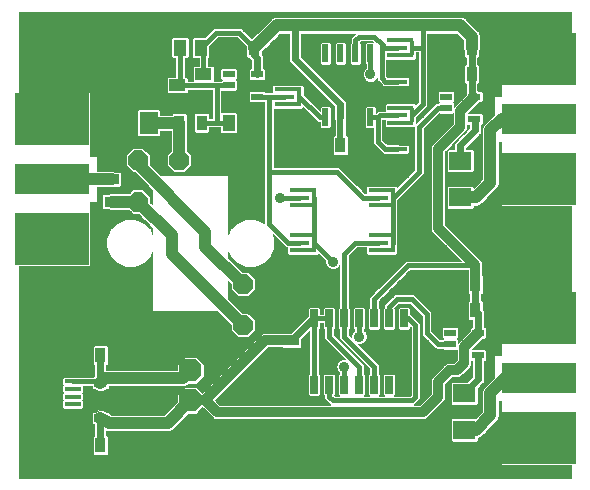
<source format=gtl>
G75*
%MOIN*%
%OFA0B0*%
%FSLAX25Y25*%
%IPPOS*%
%LPD*%
%AMOC8*
5,1,8,0,0,1.08239X$1,22.5*
%
%ADD10R,0.03543X0.05118*%
%ADD11R,0.05118X0.03543*%
%ADD12R,0.03937X0.02362*%
%ADD13R,0.02559X0.05906*%
%ADD14R,0.02165X0.05906*%
%ADD15R,0.04331X0.02756*%
%ADD16R,0.18110X0.02756*%
%ADD17R,0.10827X0.07874*%
%ADD18R,0.25000X0.10000*%
%ADD19R,0.25000X0.17500*%
%ADD20R,0.06299X0.07480*%
%ADD21R,0.04331X0.05512*%
%ADD22R,0.07480X0.06299*%
%ADD23OC8,0.06600*%
%ADD24R,0.07480X0.07087*%
%ADD25R,0.07480X0.07480*%
%ADD26R,0.06299X0.08268*%
%ADD27R,0.05315X0.01575*%
%ADD28R,0.07000X0.01500*%
%ADD29R,0.01500X0.05000*%
%ADD30R,0.09000X0.01500*%
%ADD31R,0.05512X0.03937*%
%ADD32OC8,0.07600*%
%ADD33C,0.00300*%
%ADD34C,0.03565*%
%ADD35C,0.01600*%
%ADD36C,0.04000*%
%ADD37C,0.02400*%
%ADD38C,0.02000*%
%ADD39C,0.03200*%
%ADD40C,0.00800*%
D10*
X0092860Y0019833D03*
X0100340Y0019833D03*
X0100340Y0049833D03*
X0092860Y0049833D03*
X0165360Y0119833D03*
X0172840Y0119833D03*
X0209110Y0143583D03*
X0216590Y0143583D03*
X0216590Y0152333D03*
X0209110Y0152333D03*
X0144090Y0152333D03*
X0136610Y0152333D03*
X0126590Y0127333D03*
X0119110Y0127333D03*
X0210360Y0073583D03*
X0217840Y0073583D03*
X0217840Y0064833D03*
X0210360Y0064833D03*
D11*
X0156600Y0054823D03*
X0156600Y0047343D03*
X0096600Y0101093D03*
X0096600Y0108573D03*
D12*
X0135626Y0136093D03*
X0135626Y0139833D03*
X0135626Y0143573D03*
X0145074Y0143573D03*
X0145074Y0136093D03*
X0208126Y0136073D03*
X0208126Y0132333D03*
X0208126Y0128593D03*
X0217574Y0128593D03*
X0217574Y0136073D03*
X0218824Y0057323D03*
X0209376Y0057323D03*
X0209376Y0053583D03*
X0209376Y0049843D03*
X0218824Y0049843D03*
D13*
X0194100Y0040060D03*
X0189100Y0040060D03*
X0184100Y0040060D03*
X0179100Y0040060D03*
X0174100Y0040060D03*
X0169100Y0040060D03*
X0164100Y0040060D03*
X0164100Y0062107D03*
X0169100Y0062107D03*
X0174100Y0062107D03*
X0179100Y0062107D03*
X0184100Y0062107D03*
X0189100Y0062107D03*
X0194100Y0062107D03*
D14*
X0182850Y0129203D03*
X0177850Y0129203D03*
X0172850Y0129203D03*
X0167850Y0129203D03*
X0167850Y0150463D03*
X0172850Y0150463D03*
X0177850Y0150463D03*
X0182850Y0150463D03*
D15*
X0092850Y0040739D03*
X0092850Y0034833D03*
X0092850Y0028928D03*
D16*
X0099740Y0034833D03*
D17*
X0103283Y0034833D03*
D18*
X0076600Y0108583D03*
X0239100Y0128583D03*
X0239100Y0042333D03*
D19*
X0239100Y0022333D03*
X0239100Y0062333D03*
X0239100Y0108583D03*
X0239100Y0148583D03*
X0076600Y0128583D03*
X0076600Y0088583D03*
D20*
X0096748Y0127333D03*
X0108952Y0127333D03*
D21*
X0135655Y0127333D03*
X0142545Y0127333D03*
X0126295Y0152333D03*
X0119405Y0152333D03*
D22*
X0212850Y0114686D03*
X0212850Y0102481D03*
X0214100Y0037186D03*
X0214100Y0024981D03*
D23*
X0140350Y0059833D03*
X0126600Y0059833D03*
X0140350Y0073583D03*
X0105350Y0101083D03*
X0105350Y0114833D03*
X0119100Y0114833D03*
D24*
X0072309Y0051044D03*
X0072309Y0021123D03*
D25*
X0072309Y0031359D03*
X0072309Y0040808D03*
D26*
X0083135Y0048288D03*
X0083135Y0023878D03*
D27*
X0083628Y0030965D03*
X0083628Y0033524D03*
X0083628Y0036083D03*
X0083628Y0038642D03*
X0083628Y0041201D03*
D28*
X0159100Y0087333D03*
X0159100Y0102333D03*
X0185350Y0102333D03*
X0185350Y0087333D03*
X0191600Y0118583D03*
X0191600Y0129833D03*
X0191600Y0141083D03*
X0191600Y0152333D03*
X0154100Y0136083D03*
D29*
X0159100Y0136083D03*
X0196600Y0141083D03*
X0196600Y0152333D03*
X0196600Y0129833D03*
X0196600Y0118583D03*
X0190350Y0102333D03*
X0190350Y0087333D03*
X0164100Y0087333D03*
X0164100Y0102333D03*
D30*
X0160350Y0104833D03*
X0160350Y0099833D03*
X0160350Y0089833D03*
X0160350Y0084833D03*
X0186600Y0084833D03*
X0186600Y0089833D03*
X0186600Y0099833D03*
X0186600Y0104833D03*
X0192850Y0116083D03*
X0192850Y0121083D03*
X0192850Y0127333D03*
X0192850Y0132333D03*
X0192850Y0138583D03*
X0192850Y0143583D03*
X0192850Y0149833D03*
X0192850Y0154833D03*
X0155350Y0138583D03*
X0155350Y0133583D03*
D31*
X0127181Y0136093D03*
X0118519Y0139833D03*
X0127181Y0143573D03*
D32*
X0122850Y0044833D03*
X0122850Y0034833D03*
X0122850Y0024833D03*
D33*
X0065750Y0008983D02*
X0065750Y0079683D01*
X0089162Y0079683D01*
X0089250Y0079771D01*
X0089250Y0100933D01*
X0091662Y0100933D01*
X0091750Y0101021D01*
X0091750Y0105823D01*
X0097147Y0105823D01*
X0097698Y0106052D01*
X0099470Y0106052D01*
X0099909Y0106491D01*
X0099909Y0110656D01*
X0099470Y0111095D01*
X0097698Y0111095D01*
X0097147Y0111323D01*
X0091750Y0111323D01*
X0091750Y0116145D01*
X0091662Y0116233D01*
X0089250Y0116233D01*
X0089250Y0137395D01*
X0089162Y0137483D01*
X0065750Y0137483D01*
X0065750Y0164384D01*
X0249871Y0164384D01*
X0249871Y0157483D01*
X0226538Y0157483D01*
X0226450Y0157395D01*
X0226450Y0136233D01*
X0224038Y0136233D01*
X0223950Y0136145D01*
X0223950Y0129822D01*
X0220519Y0126391D01*
X0220100Y0125380D01*
X0220100Y0108472D01*
X0217340Y0105712D01*
X0217340Y0105941D01*
X0216901Y0106380D01*
X0208799Y0106380D01*
X0208360Y0105941D01*
X0208360Y0099021D01*
X0208799Y0098581D01*
X0216901Y0098581D01*
X0217340Y0099021D01*
X0217340Y0099731D01*
X0218545Y0099731D01*
X0219555Y0100149D01*
X0220329Y0100923D01*
X0225181Y0105775D01*
X0225600Y0106786D01*
X0225600Y0120933D01*
X0226450Y0120933D01*
X0226450Y0099771D01*
X0226538Y0099683D01*
X0249871Y0099683D01*
X0249871Y0071233D01*
X0226538Y0071233D01*
X0226450Y0071145D01*
X0226450Y0049983D01*
X0224038Y0049983D01*
X0223950Y0049895D01*
X0223950Y0042322D01*
X0221292Y0039665D01*
X0220519Y0038891D01*
X0220100Y0037880D01*
X0220100Y0030972D01*
X0218008Y0028880D01*
X0210049Y0028880D01*
X0209610Y0028441D01*
X0209610Y0021521D01*
X0210049Y0021081D01*
X0218151Y0021081D01*
X0218590Y0021521D01*
X0218590Y0022250D01*
X0219555Y0022649D01*
X0220329Y0023423D01*
X0225181Y0028275D01*
X0225600Y0029286D01*
X0225600Y0034683D01*
X0226450Y0034683D01*
X0226450Y0013521D01*
X0226538Y0013433D01*
X0249871Y0013433D01*
X0249871Y0008983D01*
X0065750Y0008983D01*
X0065750Y0009124D02*
X0249871Y0009124D01*
X0249871Y0009423D02*
X0065750Y0009423D01*
X0065750Y0009721D02*
X0249871Y0009721D01*
X0249871Y0010020D02*
X0065750Y0010020D01*
X0065750Y0010318D02*
X0249871Y0010318D01*
X0249871Y0010617D02*
X0065750Y0010617D01*
X0065750Y0010915D02*
X0249871Y0010915D01*
X0249871Y0011214D02*
X0065750Y0011214D01*
X0065750Y0011512D02*
X0249871Y0011512D01*
X0249871Y0011811D02*
X0065750Y0011811D01*
X0065750Y0012109D02*
X0249871Y0012109D01*
X0249871Y0012408D02*
X0065750Y0012408D01*
X0065750Y0012706D02*
X0249871Y0012706D01*
X0249871Y0013005D02*
X0065750Y0013005D01*
X0065750Y0013303D02*
X0249871Y0013303D01*
X0226450Y0013602D02*
X0065750Y0013602D01*
X0065750Y0013900D02*
X0226450Y0013900D01*
X0226450Y0014199D02*
X0065750Y0014199D01*
X0065750Y0014497D02*
X0226450Y0014497D01*
X0226450Y0014796D02*
X0065750Y0014796D01*
X0065750Y0015094D02*
X0226450Y0015094D01*
X0226450Y0015393D02*
X0065750Y0015393D01*
X0065750Y0015692D02*
X0226450Y0015692D01*
X0226450Y0015990D02*
X0065750Y0015990D01*
X0065750Y0016289D02*
X0226450Y0016289D01*
X0226450Y0016587D02*
X0095005Y0016587D01*
X0094942Y0016524D02*
X0095381Y0016963D01*
X0095381Y0022703D01*
X0094942Y0023142D01*
X0094800Y0023142D01*
X0094800Y0024682D01*
X0094827Y0024667D01*
X0094993Y0024647D01*
X0095147Y0024583D01*
X0095532Y0024583D01*
X0095913Y0024538D01*
X0096074Y0024583D01*
X0115897Y0024583D01*
X0116908Y0025002D01*
X0117681Y0025775D01*
X0117681Y0025775D01*
X0122189Y0030283D01*
X0124735Y0030283D01*
X0126906Y0032454D01*
X0129250Y0030110D01*
X0130627Y0028733D01*
X0201323Y0028733D01*
X0202700Y0030110D01*
X0207700Y0035110D01*
X0207700Y0040110D01*
X0210073Y0042483D01*
X0212573Y0042483D01*
X0213950Y0043860D01*
X0216450Y0046360D01*
X0216450Y0048007D01*
X0216545Y0047912D01*
X0216874Y0047912D01*
X0216874Y0042718D01*
X0215242Y0041085D01*
X0210049Y0041085D01*
X0209610Y0040646D01*
X0209610Y0033725D01*
X0210049Y0033286D01*
X0218151Y0033286D01*
X0218590Y0033725D01*
X0218590Y0038918D01*
X0220774Y0041102D01*
X0220774Y0047912D01*
X0221104Y0047912D01*
X0221543Y0048351D01*
X0221543Y0051335D01*
X0221104Y0051774D01*
X0219651Y0051774D01*
X0219632Y0051793D01*
X0218017Y0051793D01*
X0217998Y0051774D01*
X0216599Y0051774D01*
X0220217Y0055392D01*
X0221104Y0055392D01*
X0221543Y0055832D01*
X0221543Y0058815D01*
X0221104Y0059254D01*
X0220774Y0059254D01*
X0220774Y0064657D01*
X0220362Y0065069D01*
X0220362Y0067703D01*
X0219922Y0068142D01*
X0219790Y0068142D01*
X0219790Y0070274D01*
X0219922Y0070274D01*
X0220362Y0070713D01*
X0220362Y0076453D01*
X0220190Y0076625D01*
X0220190Y0080816D01*
X0218814Y0082193D01*
X0207700Y0093307D01*
X0207700Y0117610D01*
X0215200Y0125110D01*
X0215200Y0126757D01*
X0215295Y0126662D01*
X0215900Y0126662D01*
X0215900Y0125641D01*
X0210900Y0120641D01*
X0210900Y0118585D01*
X0208799Y0118585D01*
X0208360Y0118146D01*
X0208360Y0111225D01*
X0208799Y0110786D01*
X0216901Y0110786D01*
X0217340Y0111225D01*
X0217340Y0118146D01*
X0216901Y0118585D01*
X0214800Y0118585D01*
X0214800Y0119025D01*
X0218658Y0122883D01*
X0219800Y0124025D01*
X0219800Y0126662D01*
X0219854Y0126662D01*
X0220293Y0127101D01*
X0220293Y0130085D01*
X0219854Y0130524D01*
X0218401Y0130524D01*
X0218382Y0130543D01*
X0216767Y0130543D01*
X0216748Y0130524D01*
X0215349Y0130524D01*
X0218967Y0134142D01*
X0219854Y0134142D01*
X0220293Y0134582D01*
X0220293Y0137565D01*
X0219854Y0138004D01*
X0218967Y0138004D01*
X0218548Y0138423D01*
X0218540Y0138423D01*
X0218540Y0140274D01*
X0218672Y0140274D01*
X0219112Y0140713D01*
X0219112Y0146453D01*
X0218672Y0146892D01*
X0218540Y0146892D01*
X0218540Y0149024D01*
X0218672Y0149024D01*
X0219112Y0149463D01*
X0219112Y0151221D01*
X0219350Y0151796D01*
X0219350Y0156630D01*
X0218931Y0157641D01*
X0218158Y0158415D01*
X0214408Y0162165D01*
X0213397Y0162583D01*
X0151043Y0162583D01*
X0150032Y0162165D01*
X0149259Y0161391D01*
X0143510Y0155642D01*
X0142983Y0155642D01*
X0139742Y0158883D01*
X0130653Y0158883D01*
X0129745Y0157975D01*
X0127609Y0155839D01*
X0123819Y0155839D01*
X0123380Y0155400D01*
X0123380Y0149267D01*
X0123819Y0148827D01*
X0125631Y0148827D01*
X0125631Y0146292D01*
X0124114Y0146292D01*
X0123675Y0145853D01*
X0123675Y0141383D01*
X0122025Y0141383D01*
X0122025Y0142112D01*
X0121586Y0142552D01*
X0120955Y0142552D01*
X0120955Y0148827D01*
X0121881Y0148827D01*
X0122320Y0149267D01*
X0122320Y0155400D01*
X0121881Y0155839D01*
X0116929Y0155839D01*
X0116490Y0155400D01*
X0116490Y0149267D01*
X0116929Y0148827D01*
X0117855Y0148827D01*
X0117855Y0142552D01*
X0115453Y0142552D01*
X0115013Y0142112D01*
X0115013Y0137554D01*
X0115453Y0137115D01*
X0121586Y0137115D01*
X0122025Y0137554D01*
X0122025Y0138283D01*
X0130050Y0138283D01*
X0130050Y0128883D01*
X0129112Y0128883D01*
X0129112Y0130203D01*
X0128672Y0130642D01*
X0124508Y0130642D01*
X0124069Y0130203D01*
X0124069Y0124463D01*
X0124508Y0124024D01*
X0128672Y0124024D01*
X0129112Y0124463D01*
X0129112Y0125783D01*
X0132740Y0125783D01*
X0132740Y0124267D01*
X0133179Y0123827D01*
X0138131Y0123827D01*
X0138570Y0124267D01*
X0138570Y0130400D01*
X0138131Y0130839D01*
X0133179Y0130839D01*
X0133150Y0130810D01*
X0133150Y0138099D01*
X0133346Y0137902D01*
X0137905Y0137902D01*
X0138344Y0138341D01*
X0138344Y0141325D01*
X0137966Y0141703D01*
X0138344Y0142082D01*
X0138344Y0145065D01*
X0137905Y0145504D01*
X0133346Y0145504D01*
X0132907Y0145065D01*
X0132907Y0142082D01*
X0133285Y0141703D01*
X0132965Y0141383D01*
X0130687Y0141383D01*
X0130687Y0145853D01*
X0130247Y0146292D01*
X0128731Y0146292D01*
X0128731Y0148827D01*
X0128771Y0148827D01*
X0129210Y0149267D01*
X0129210Y0153057D01*
X0131937Y0155783D01*
X0138458Y0155783D01*
X0141346Y0152895D01*
X0141340Y0152880D01*
X0141340Y0151786D01*
X0141569Y0151235D01*
X0141569Y0149463D01*
X0142008Y0149024D01*
X0142151Y0149024D01*
X0143124Y0148051D01*
X0143124Y0145504D01*
X0142795Y0145504D01*
X0142356Y0145065D01*
X0142356Y0142082D01*
X0142795Y0141642D01*
X0144248Y0141642D01*
X0144267Y0141623D01*
X0145882Y0141623D01*
X0145901Y0141642D01*
X0147354Y0141642D01*
X0147793Y0142082D01*
X0147793Y0145065D01*
X0147354Y0145504D01*
X0147024Y0145504D01*
X0147024Y0149666D01*
X0146612Y0150079D01*
X0146612Y0150966D01*
X0152729Y0157083D01*
X0155900Y0157083D01*
X0155900Y0147775D01*
X0157042Y0146633D01*
X0170900Y0132775D01*
X0170900Y0128396D01*
X0171017Y0128278D01*
X0171017Y0125940D01*
X0171103Y0125854D01*
X0171097Y0123142D01*
X0170758Y0123142D01*
X0170319Y0122703D01*
X0170319Y0116963D01*
X0170758Y0116524D01*
X0174922Y0116524D01*
X0175362Y0116963D01*
X0175362Y0122703D01*
X0174922Y0123142D01*
X0174597Y0123142D01*
X0174603Y0125860D01*
X0174683Y0125940D01*
X0174683Y0128278D01*
X0174800Y0128396D01*
X0174800Y0134391D01*
X0159800Y0149391D01*
X0159800Y0157083D01*
X0177908Y0157083D01*
X0177550Y0156725D01*
X0176300Y0155475D01*
X0176300Y0154009D01*
X0176017Y0153727D01*
X0176017Y0147200D01*
X0176457Y0146760D01*
X0179243Y0146760D01*
X0179683Y0147200D01*
X0179683Y0153727D01*
X0179400Y0154009D01*
X0179400Y0154191D01*
X0179742Y0154533D01*
X0183458Y0154533D01*
X0183825Y0154166D01*
X0181457Y0154166D01*
X0181017Y0153727D01*
X0181017Y0147200D01*
X0181300Y0146917D01*
X0181300Y0145615D01*
X0180703Y0145018D01*
X0180317Y0144087D01*
X0180317Y0143079D01*
X0180703Y0142149D01*
X0181415Y0141436D01*
X0182346Y0141051D01*
X0183354Y0141051D01*
X0184285Y0141436D01*
X0184997Y0142149D01*
X0185050Y0142276D01*
X0185050Y0141691D01*
X0185958Y0140783D01*
X0187208Y0139533D01*
X0192242Y0139533D01*
X0192292Y0139583D01*
X0195411Y0139583D01*
X0195850Y0140023D01*
X0195850Y0142144D01*
X0195411Y0142583D01*
X0192292Y0142583D01*
X0192242Y0142633D01*
X0188492Y0142633D01*
X0188150Y0142975D01*
X0188150Y0148333D01*
X0197661Y0148333D01*
X0198100Y0148773D01*
X0198100Y0150783D01*
X0198800Y0150783D01*
X0198800Y0134225D01*
X0198034Y0133460D01*
X0197661Y0133833D01*
X0188039Y0133833D01*
X0187600Y0133394D01*
X0187600Y0131383D01*
X0185338Y0131383D01*
X0184708Y0130753D01*
X0184683Y0130753D01*
X0184683Y0132467D01*
X0184243Y0132906D01*
X0181457Y0132906D01*
X0181017Y0132467D01*
X0181017Y0125940D01*
X0181457Y0125501D01*
X0183800Y0125501D01*
X0183800Y0120441D01*
X0184708Y0119533D01*
X0187208Y0117033D01*
X0192242Y0117033D01*
X0192292Y0117083D01*
X0195411Y0117083D01*
X0195850Y0117523D01*
X0195850Y0119644D01*
X0195411Y0120083D01*
X0192292Y0120083D01*
X0192242Y0120133D01*
X0188492Y0120133D01*
X0186900Y0121725D01*
X0186900Y0128283D01*
X0187600Y0128283D01*
X0187600Y0126273D01*
X0188039Y0125833D01*
X0197550Y0125833D01*
X0197550Y0111725D01*
X0191784Y0105960D01*
X0191411Y0106333D01*
X0181789Y0106333D01*
X0181350Y0105894D01*
X0181350Y0103883D01*
X0180992Y0103883D01*
X0172242Y0112633D01*
X0150650Y0112633D01*
X0150650Y0132083D01*
X0160161Y0132083D01*
X0160534Y0132457D01*
X0164430Y0128561D01*
X0165338Y0127653D01*
X0166017Y0127653D01*
X0166017Y0125940D01*
X0166457Y0125501D01*
X0169243Y0125501D01*
X0169683Y0125940D01*
X0169683Y0132467D01*
X0169243Y0132906D01*
X0166457Y0132906D01*
X0166017Y0132467D01*
X0166017Y0131358D01*
X0160600Y0136775D01*
X0160600Y0139644D01*
X0160161Y0140083D01*
X0150539Y0140083D01*
X0150100Y0139644D01*
X0150100Y0137643D01*
X0147735Y0137643D01*
X0147354Y0138024D01*
X0142795Y0138024D01*
X0142356Y0137585D01*
X0142356Y0134601D01*
X0142795Y0134162D01*
X0147354Y0134162D01*
X0147550Y0134358D01*
X0147550Y0093875D01*
X0147353Y0094072D01*
X0144431Y0095282D01*
X0141269Y0095282D01*
X0138347Y0094072D01*
X0136111Y0091836D01*
X0135500Y0090361D01*
X0135500Y0109895D01*
X0135412Y0109983D01*
X0112839Y0109983D01*
X0109400Y0113422D01*
X0109400Y0116511D01*
X0107028Y0118883D01*
X0103672Y0118883D01*
X0101300Y0116511D01*
X0101300Y0113156D01*
X0103672Y0110783D01*
X0104261Y0110783D01*
X0110200Y0104844D01*
X0110200Y0100122D01*
X0109400Y0100922D01*
X0109400Y0102761D01*
X0107028Y0105133D01*
X0103672Y0105133D01*
X0102372Y0103833D01*
X0097171Y0103833D01*
X0097147Y0103843D01*
X0096053Y0103843D01*
X0095502Y0103615D01*
X0093730Y0103615D01*
X0093291Y0103175D01*
X0093291Y0099011D01*
X0093730Y0098571D01*
X0095488Y0098571D01*
X0096063Y0098333D01*
X0102372Y0098333D01*
X0103672Y0097033D01*
X0105511Y0097033D01*
X0110200Y0092344D01*
X0110200Y0090361D01*
X0109589Y0091836D01*
X0107353Y0094072D01*
X0104431Y0095282D01*
X0101269Y0095282D01*
X0098347Y0094072D01*
X0096111Y0091836D01*
X0094901Y0088914D01*
X0094901Y0085752D01*
X0096111Y0082830D01*
X0098347Y0080594D01*
X0101269Y0079384D01*
X0104431Y0079384D01*
X0107353Y0080594D01*
X0109589Y0082830D01*
X0110200Y0084305D01*
X0110200Y0064771D01*
X0110288Y0064683D01*
X0131611Y0064683D01*
X0136300Y0059994D01*
X0136300Y0058156D01*
X0138672Y0055783D01*
X0142028Y0055783D01*
X0144400Y0058156D01*
X0144400Y0061511D01*
X0142028Y0063883D01*
X0140189Y0063883D01*
X0135500Y0068572D01*
X0135500Y0074544D01*
X0136300Y0073744D01*
X0136300Y0071906D01*
X0138672Y0069533D01*
X0142028Y0069533D01*
X0144400Y0071906D01*
X0144400Y0075261D01*
X0142028Y0077633D01*
X0140189Y0077633D01*
X0135500Y0082322D01*
X0135500Y0084305D01*
X0136111Y0082830D01*
X0138347Y0080594D01*
X0141269Y0079384D01*
X0144431Y0079384D01*
X0147353Y0080594D01*
X0149589Y0082830D01*
X0150799Y0085752D01*
X0150799Y0088914D01*
X0150249Y0090242D01*
X0154708Y0085783D01*
X0155100Y0085783D01*
X0155100Y0083773D01*
X0155539Y0083333D01*
X0165161Y0083333D01*
X0165534Y0083707D01*
X0167817Y0081424D01*
X0167817Y0080579D01*
X0168203Y0079649D01*
X0168915Y0078936D01*
X0169846Y0078551D01*
X0170854Y0078551D01*
X0171785Y0078936D01*
X0172497Y0079649D01*
X0172550Y0079776D01*
X0172550Y0065810D01*
X0172510Y0065810D01*
X0172070Y0065370D01*
X0172070Y0058843D01*
X0172510Y0058404D01*
X0172550Y0058404D01*
X0172550Y0055441D01*
X0182550Y0045441D01*
X0182550Y0043762D01*
X0182510Y0043762D01*
X0182070Y0043323D01*
X0182070Y0036796D01*
X0182483Y0036383D01*
X0180717Y0036383D01*
X0181130Y0036796D01*
X0181130Y0043323D01*
X0180690Y0043762D01*
X0180650Y0043762D01*
X0180650Y0046725D01*
X0170650Y0056725D01*
X0170650Y0058404D01*
X0170690Y0058404D01*
X0171130Y0058843D01*
X0171130Y0065370D01*
X0170690Y0065810D01*
X0167510Y0065810D01*
X0167070Y0065370D01*
X0167070Y0063657D01*
X0166130Y0063657D01*
X0166130Y0065370D01*
X0165690Y0065810D01*
X0162510Y0065810D01*
X0162070Y0065370D01*
X0162070Y0063052D01*
X0161933Y0062915D01*
X0156364Y0057345D01*
X0153730Y0057345D01*
X0153568Y0057183D01*
X0146877Y0057183D01*
X0145500Y0055807D01*
X0126906Y0037212D01*
X0124735Y0039383D01*
X0120965Y0039383D01*
X0118300Y0036718D01*
X0118300Y0034172D01*
X0114211Y0030083D01*
X0096413Y0030083D01*
X0095765Y0030446D01*
X0095765Y0030616D01*
X0095326Y0031056D01*
X0094678Y0031056D01*
X0093718Y0031594D01*
X0092631Y0031723D01*
X0091578Y0031426D01*
X0091107Y0031056D01*
X0090374Y0031056D01*
X0089935Y0030616D01*
X0089935Y0027239D01*
X0090374Y0026800D01*
X0090900Y0026800D01*
X0090900Y0023142D01*
X0090778Y0023142D01*
X0090338Y0022703D01*
X0090338Y0016963D01*
X0090778Y0016524D01*
X0094942Y0016524D01*
X0095304Y0016886D02*
X0226450Y0016886D01*
X0226450Y0017184D02*
X0095381Y0017184D01*
X0095381Y0017483D02*
X0226450Y0017483D01*
X0226450Y0017781D02*
X0095381Y0017781D01*
X0095381Y0018080D02*
X0226450Y0018080D01*
X0226450Y0018378D02*
X0095381Y0018378D01*
X0095381Y0018677D02*
X0226450Y0018677D01*
X0226450Y0018975D02*
X0095381Y0018975D01*
X0095381Y0019274D02*
X0226450Y0019274D01*
X0226450Y0019572D02*
X0095381Y0019572D01*
X0095381Y0019871D02*
X0226450Y0019871D01*
X0226450Y0020169D02*
X0095381Y0020169D01*
X0095381Y0020468D02*
X0226450Y0020468D01*
X0226450Y0020766D02*
X0095381Y0020766D01*
X0095381Y0021065D02*
X0226450Y0021065D01*
X0226450Y0021363D02*
X0218433Y0021363D01*
X0218590Y0021662D02*
X0226450Y0021662D01*
X0226450Y0021960D02*
X0218590Y0021960D01*
X0218612Y0022259D02*
X0226450Y0022259D01*
X0226450Y0022557D02*
X0219333Y0022557D01*
X0219762Y0022856D02*
X0226450Y0022856D01*
X0226450Y0023154D02*
X0220060Y0023154D01*
X0220359Y0023453D02*
X0226450Y0023453D01*
X0226450Y0023751D02*
X0220657Y0023751D01*
X0220956Y0024050D02*
X0226450Y0024050D01*
X0226450Y0024348D02*
X0221254Y0024348D01*
X0221553Y0024647D02*
X0226450Y0024647D01*
X0226450Y0024945D02*
X0221851Y0024945D01*
X0222150Y0025244D02*
X0226450Y0025244D01*
X0226450Y0025542D02*
X0222448Y0025542D01*
X0222747Y0025841D02*
X0226450Y0025841D01*
X0226450Y0026139D02*
X0223045Y0026139D01*
X0223344Y0026438D02*
X0226450Y0026438D01*
X0226450Y0026736D02*
X0223642Y0026736D01*
X0223941Y0027035D02*
X0226450Y0027035D01*
X0226450Y0027333D02*
X0224239Y0027333D01*
X0224538Y0027632D02*
X0226450Y0027632D01*
X0226450Y0027930D02*
X0224836Y0027930D01*
X0225135Y0028229D02*
X0226450Y0028229D01*
X0226450Y0028527D02*
X0225286Y0028527D01*
X0225409Y0028826D02*
X0226450Y0028826D01*
X0226450Y0029125D02*
X0225533Y0029125D01*
X0225600Y0029423D02*
X0226450Y0029423D01*
X0226450Y0029722D02*
X0225600Y0029722D01*
X0225600Y0030020D02*
X0226450Y0030020D01*
X0226450Y0030319D02*
X0225600Y0030319D01*
X0225600Y0030617D02*
X0226450Y0030617D01*
X0226450Y0030916D02*
X0225600Y0030916D01*
X0225600Y0031214D02*
X0226450Y0031214D01*
X0226450Y0031513D02*
X0225600Y0031513D01*
X0225600Y0031811D02*
X0226450Y0031811D01*
X0226450Y0032110D02*
X0225600Y0032110D01*
X0225600Y0032408D02*
X0226450Y0032408D01*
X0226450Y0032707D02*
X0225600Y0032707D01*
X0225600Y0033005D02*
X0226450Y0033005D01*
X0226450Y0033304D02*
X0225600Y0033304D01*
X0225600Y0033602D02*
X0226450Y0033602D01*
X0226450Y0033901D02*
X0225600Y0033901D01*
X0225600Y0034199D02*
X0226450Y0034199D01*
X0226450Y0034498D02*
X0225600Y0034498D01*
X0220100Y0034498D02*
X0218590Y0034498D01*
X0218590Y0034796D02*
X0220100Y0034796D01*
X0220100Y0035095D02*
X0218590Y0035095D01*
X0218590Y0035393D02*
X0220100Y0035393D01*
X0220100Y0035692D02*
X0218590Y0035692D01*
X0218590Y0035990D02*
X0220100Y0035990D01*
X0220100Y0036289D02*
X0218590Y0036289D01*
X0218590Y0036587D02*
X0220100Y0036587D01*
X0220100Y0036886D02*
X0218590Y0036886D01*
X0218590Y0037184D02*
X0220100Y0037184D01*
X0220100Y0037483D02*
X0218590Y0037483D01*
X0218590Y0037781D02*
X0220100Y0037781D01*
X0220183Y0038080D02*
X0218590Y0038080D01*
X0218590Y0038378D02*
X0220306Y0038378D01*
X0220430Y0038677D02*
X0218590Y0038677D01*
X0218648Y0038975D02*
X0220603Y0038975D01*
X0220902Y0039274D02*
X0218946Y0039274D01*
X0219245Y0039572D02*
X0221200Y0039572D01*
X0221499Y0039871D02*
X0219543Y0039871D01*
X0219842Y0040169D02*
X0221797Y0040169D01*
X0222096Y0040468D02*
X0220140Y0040468D01*
X0220439Y0040766D02*
X0222394Y0040766D01*
X0222693Y0041065D02*
X0220737Y0041065D01*
X0220774Y0041363D02*
X0222991Y0041363D01*
X0223290Y0041662D02*
X0220774Y0041662D01*
X0220774Y0041961D02*
X0223588Y0041961D01*
X0223887Y0042259D02*
X0220774Y0042259D01*
X0220774Y0042558D02*
X0223950Y0042558D01*
X0223950Y0042856D02*
X0220774Y0042856D01*
X0220774Y0043155D02*
X0223950Y0043155D01*
X0223950Y0043453D02*
X0220774Y0043453D01*
X0220774Y0043752D02*
X0223950Y0043752D01*
X0223950Y0044050D02*
X0220774Y0044050D01*
X0220774Y0044349D02*
X0223950Y0044349D01*
X0223950Y0044647D02*
X0220774Y0044647D01*
X0220774Y0044946D02*
X0223950Y0044946D01*
X0223950Y0045244D02*
X0220774Y0045244D01*
X0220774Y0045543D02*
X0223950Y0045543D01*
X0223950Y0045841D02*
X0220774Y0045841D01*
X0220774Y0046140D02*
X0223950Y0046140D01*
X0223950Y0046438D02*
X0220774Y0046438D01*
X0220774Y0046737D02*
X0223950Y0046737D01*
X0223950Y0047035D02*
X0220774Y0047035D01*
X0220774Y0047334D02*
X0223950Y0047334D01*
X0223950Y0047632D02*
X0220774Y0047632D01*
X0221122Y0047931D02*
X0223950Y0047931D01*
X0223950Y0048229D02*
X0221421Y0048229D01*
X0221543Y0048528D02*
X0223950Y0048528D01*
X0223950Y0048826D02*
X0221543Y0048826D01*
X0221543Y0049125D02*
X0223950Y0049125D01*
X0223950Y0049423D02*
X0221543Y0049423D01*
X0221543Y0049722D02*
X0223950Y0049722D01*
X0221543Y0050020D02*
X0226450Y0050020D01*
X0226450Y0050319D02*
X0221543Y0050319D01*
X0221543Y0050617D02*
X0226450Y0050617D01*
X0226450Y0050916D02*
X0221543Y0050916D01*
X0221543Y0051214D02*
X0226450Y0051214D01*
X0226450Y0051513D02*
X0221365Y0051513D01*
X0218725Y0053901D02*
X0226450Y0053901D01*
X0226450Y0054199D02*
X0219024Y0054199D01*
X0219322Y0054498D02*
X0226450Y0054498D01*
X0226450Y0054796D02*
X0219621Y0054796D01*
X0219919Y0055095D02*
X0226450Y0055095D01*
X0226450Y0055394D02*
X0221105Y0055394D01*
X0221403Y0055692D02*
X0226450Y0055692D01*
X0226450Y0055991D02*
X0221543Y0055991D01*
X0221543Y0056289D02*
X0226450Y0056289D01*
X0226450Y0056588D02*
X0221543Y0056588D01*
X0221543Y0056886D02*
X0226450Y0056886D01*
X0226450Y0057185D02*
X0221543Y0057185D01*
X0221543Y0057483D02*
X0226450Y0057483D01*
X0226450Y0057782D02*
X0221543Y0057782D01*
X0221543Y0058080D02*
X0226450Y0058080D01*
X0226450Y0058379D02*
X0221543Y0058379D01*
X0221543Y0058677D02*
X0226450Y0058677D01*
X0226450Y0058976D02*
X0221382Y0058976D01*
X0220774Y0059274D02*
X0226450Y0059274D01*
X0226450Y0059573D02*
X0220774Y0059573D01*
X0220774Y0059871D02*
X0226450Y0059871D01*
X0226450Y0060170D02*
X0220774Y0060170D01*
X0220774Y0060468D02*
X0226450Y0060468D01*
X0226450Y0060767D02*
X0220774Y0060767D01*
X0220774Y0061065D02*
X0226450Y0061065D01*
X0226450Y0061364D02*
X0220774Y0061364D01*
X0220774Y0061662D02*
X0226450Y0061662D01*
X0226450Y0061961D02*
X0220774Y0061961D01*
X0220774Y0062259D02*
X0226450Y0062259D01*
X0226450Y0062558D02*
X0220774Y0062558D01*
X0220774Y0062856D02*
X0226450Y0062856D01*
X0226450Y0063155D02*
X0220774Y0063155D01*
X0220774Y0063453D02*
X0226450Y0063453D01*
X0226450Y0063752D02*
X0220774Y0063752D01*
X0220774Y0064050D02*
X0226450Y0064050D01*
X0226450Y0064349D02*
X0220774Y0064349D01*
X0220774Y0064647D02*
X0226450Y0064647D01*
X0226450Y0064946D02*
X0220485Y0064946D01*
X0220362Y0065244D02*
X0226450Y0065244D01*
X0226450Y0065543D02*
X0220362Y0065543D01*
X0220362Y0065841D02*
X0226450Y0065841D01*
X0226450Y0066140D02*
X0220362Y0066140D01*
X0220362Y0066438D02*
X0226450Y0066438D01*
X0226450Y0066737D02*
X0220362Y0066737D01*
X0220362Y0067035D02*
X0226450Y0067035D01*
X0226450Y0067334D02*
X0220362Y0067334D01*
X0220362Y0067632D02*
X0226450Y0067632D01*
X0226450Y0067931D02*
X0220134Y0067931D01*
X0219790Y0068230D02*
X0226450Y0068230D01*
X0226450Y0068528D02*
X0219790Y0068528D01*
X0219790Y0068827D02*
X0226450Y0068827D01*
X0226450Y0069125D02*
X0219790Y0069125D01*
X0219790Y0069424D02*
X0226450Y0069424D01*
X0226450Y0069722D02*
X0219790Y0069722D01*
X0219790Y0070021D02*
X0226450Y0070021D01*
X0226450Y0070319D02*
X0219967Y0070319D01*
X0220266Y0070618D02*
X0226450Y0070618D01*
X0226450Y0070916D02*
X0220362Y0070916D01*
X0220362Y0071215D02*
X0226519Y0071215D01*
X0220362Y0071513D02*
X0249871Y0071513D01*
X0249871Y0071812D02*
X0220362Y0071812D01*
X0220362Y0072110D02*
X0249871Y0072110D01*
X0249871Y0072409D02*
X0220362Y0072409D01*
X0220362Y0072707D02*
X0249871Y0072707D01*
X0249871Y0073006D02*
X0220362Y0073006D01*
X0220362Y0073304D02*
X0249871Y0073304D01*
X0249871Y0073603D02*
X0220362Y0073603D01*
X0220362Y0073901D02*
X0249871Y0073901D01*
X0249871Y0074200D02*
X0220362Y0074200D01*
X0220362Y0074498D02*
X0249871Y0074498D01*
X0249871Y0074797D02*
X0220362Y0074797D01*
X0220362Y0075095D02*
X0249871Y0075095D01*
X0249871Y0075394D02*
X0220362Y0075394D01*
X0220362Y0075692D02*
X0249871Y0075692D01*
X0249871Y0075991D02*
X0220362Y0075991D01*
X0220362Y0076289D02*
X0249871Y0076289D01*
X0249871Y0076588D02*
X0220227Y0076588D01*
X0220190Y0076886D02*
X0249871Y0076886D01*
X0249871Y0077185D02*
X0220190Y0077185D01*
X0220190Y0077483D02*
X0249871Y0077483D01*
X0249871Y0077782D02*
X0220190Y0077782D01*
X0220190Y0078080D02*
X0249871Y0078080D01*
X0249871Y0078379D02*
X0220190Y0078379D01*
X0220190Y0078677D02*
X0249871Y0078677D01*
X0249871Y0078976D02*
X0220190Y0078976D01*
X0220190Y0079274D02*
X0249871Y0079274D01*
X0249871Y0079573D02*
X0220190Y0079573D01*
X0220190Y0079871D02*
X0249871Y0079871D01*
X0249871Y0080170D02*
X0220190Y0080170D01*
X0220190Y0080468D02*
X0249871Y0080468D01*
X0249871Y0080767D02*
X0220190Y0080767D01*
X0219941Y0081065D02*
X0249871Y0081065D01*
X0249871Y0081364D02*
X0219643Y0081364D01*
X0219344Y0081663D02*
X0249871Y0081663D01*
X0249871Y0081961D02*
X0219046Y0081961D01*
X0218747Y0082260D02*
X0249871Y0082260D01*
X0249871Y0082558D02*
X0218449Y0082558D01*
X0218150Y0082857D02*
X0249871Y0082857D01*
X0249871Y0083155D02*
X0217852Y0083155D01*
X0217553Y0083454D02*
X0249871Y0083454D01*
X0249871Y0083752D02*
X0217254Y0083752D01*
X0216956Y0084051D02*
X0249871Y0084051D01*
X0249871Y0084349D02*
X0216657Y0084349D01*
X0216359Y0084648D02*
X0249871Y0084648D01*
X0249871Y0084946D02*
X0216060Y0084946D01*
X0215762Y0085245D02*
X0249871Y0085245D01*
X0249871Y0085543D02*
X0215463Y0085543D01*
X0215165Y0085842D02*
X0249871Y0085842D01*
X0249871Y0086140D02*
X0214866Y0086140D01*
X0214568Y0086439D02*
X0249871Y0086439D01*
X0249871Y0086737D02*
X0214269Y0086737D01*
X0213971Y0087036D02*
X0249871Y0087036D01*
X0249871Y0087334D02*
X0213672Y0087334D01*
X0213374Y0087633D02*
X0249871Y0087633D01*
X0249871Y0087931D02*
X0213075Y0087931D01*
X0212777Y0088230D02*
X0249871Y0088230D01*
X0249871Y0088528D02*
X0212478Y0088528D01*
X0212180Y0088827D02*
X0249871Y0088827D01*
X0249871Y0089125D02*
X0211881Y0089125D01*
X0211583Y0089424D02*
X0249871Y0089424D01*
X0249871Y0089722D02*
X0211284Y0089722D01*
X0210986Y0090021D02*
X0249871Y0090021D01*
X0249871Y0090319D02*
X0210687Y0090319D01*
X0210389Y0090618D02*
X0249871Y0090618D01*
X0249871Y0090916D02*
X0210090Y0090916D01*
X0209792Y0091215D02*
X0249871Y0091215D01*
X0249871Y0091513D02*
X0209493Y0091513D01*
X0209195Y0091812D02*
X0249871Y0091812D01*
X0249871Y0092110D02*
X0208896Y0092110D01*
X0208598Y0092409D02*
X0249871Y0092409D01*
X0249871Y0092707D02*
X0208299Y0092707D01*
X0208001Y0093006D02*
X0249871Y0093006D01*
X0249871Y0093304D02*
X0207702Y0093304D01*
X0207700Y0093603D02*
X0249871Y0093603D01*
X0249871Y0093901D02*
X0207700Y0093901D01*
X0207700Y0094200D02*
X0249871Y0094200D01*
X0249871Y0094498D02*
X0207700Y0094498D01*
X0207700Y0094797D02*
X0249871Y0094797D01*
X0249871Y0095096D02*
X0207700Y0095096D01*
X0207700Y0095394D02*
X0249871Y0095394D01*
X0249871Y0095693D02*
X0207700Y0095693D01*
X0207700Y0095991D02*
X0249871Y0095991D01*
X0249871Y0096290D02*
X0207700Y0096290D01*
X0207700Y0096588D02*
X0249871Y0096588D01*
X0249871Y0096887D02*
X0207700Y0096887D01*
X0207700Y0097185D02*
X0249871Y0097185D01*
X0249871Y0097484D02*
X0207700Y0097484D01*
X0207700Y0097782D02*
X0249871Y0097782D01*
X0249871Y0098081D02*
X0207700Y0098081D01*
X0207700Y0098379D02*
X0249871Y0098379D01*
X0249871Y0098678D02*
X0216997Y0098678D01*
X0217296Y0098976D02*
X0249871Y0098976D01*
X0249871Y0099275D02*
X0217340Y0099275D01*
X0217340Y0099573D02*
X0249871Y0099573D01*
X0226450Y0099872D02*
X0218885Y0099872D01*
X0219576Y0100170D02*
X0226450Y0100170D01*
X0226450Y0100469D02*
X0219875Y0100469D01*
X0220173Y0100767D02*
X0226450Y0100767D01*
X0226450Y0101066D02*
X0220472Y0101066D01*
X0220770Y0101364D02*
X0226450Y0101364D01*
X0226450Y0101663D02*
X0221069Y0101663D01*
X0221367Y0101961D02*
X0226450Y0101961D01*
X0226450Y0102260D02*
X0221666Y0102260D01*
X0221964Y0102558D02*
X0226450Y0102558D01*
X0226450Y0102857D02*
X0222263Y0102857D01*
X0222561Y0103155D02*
X0226450Y0103155D01*
X0226450Y0103454D02*
X0222860Y0103454D01*
X0223158Y0103752D02*
X0226450Y0103752D01*
X0226450Y0104051D02*
X0223457Y0104051D01*
X0223755Y0104349D02*
X0226450Y0104349D01*
X0226450Y0104648D02*
X0224054Y0104648D01*
X0224352Y0104946D02*
X0226450Y0104946D01*
X0226450Y0105245D02*
X0224651Y0105245D01*
X0224949Y0105543D02*
X0226450Y0105543D01*
X0226450Y0105842D02*
X0225209Y0105842D01*
X0225333Y0106140D02*
X0226450Y0106140D01*
X0226450Y0106439D02*
X0225456Y0106439D01*
X0225580Y0106737D02*
X0226450Y0106737D01*
X0226450Y0107036D02*
X0225600Y0107036D01*
X0225600Y0107334D02*
X0226450Y0107334D01*
X0226450Y0107633D02*
X0225600Y0107633D01*
X0225600Y0107932D02*
X0226450Y0107932D01*
X0226450Y0108230D02*
X0225600Y0108230D01*
X0225600Y0108529D02*
X0226450Y0108529D01*
X0226450Y0108827D02*
X0225600Y0108827D01*
X0225600Y0109126D02*
X0226450Y0109126D01*
X0226450Y0109424D02*
X0225600Y0109424D01*
X0225600Y0109723D02*
X0226450Y0109723D01*
X0226450Y0110021D02*
X0225600Y0110021D01*
X0225600Y0110320D02*
X0226450Y0110320D01*
X0226450Y0110618D02*
X0225600Y0110618D01*
X0225600Y0110917D02*
X0226450Y0110917D01*
X0226450Y0111215D02*
X0225600Y0111215D01*
X0225600Y0111514D02*
X0226450Y0111514D01*
X0226450Y0111812D02*
X0225600Y0111812D01*
X0225600Y0112111D02*
X0226450Y0112111D01*
X0226450Y0112409D02*
X0225600Y0112409D01*
X0225600Y0112708D02*
X0226450Y0112708D01*
X0226450Y0113006D02*
X0225600Y0113006D01*
X0225600Y0113305D02*
X0226450Y0113305D01*
X0226450Y0113603D02*
X0225600Y0113603D01*
X0225600Y0113902D02*
X0226450Y0113902D01*
X0226450Y0114200D02*
X0225600Y0114200D01*
X0225600Y0114499D02*
X0226450Y0114499D01*
X0226450Y0114797D02*
X0225600Y0114797D01*
X0225600Y0115096D02*
X0226450Y0115096D01*
X0226450Y0115394D02*
X0225600Y0115394D01*
X0225600Y0115693D02*
X0226450Y0115693D01*
X0226450Y0115991D02*
X0225600Y0115991D01*
X0225600Y0116290D02*
X0226450Y0116290D01*
X0226450Y0116588D02*
X0225600Y0116588D01*
X0225600Y0116887D02*
X0226450Y0116887D01*
X0226450Y0117185D02*
X0225600Y0117185D01*
X0225600Y0117484D02*
X0226450Y0117484D01*
X0226450Y0117782D02*
X0225600Y0117782D01*
X0225600Y0118081D02*
X0226450Y0118081D01*
X0226450Y0118379D02*
X0225600Y0118379D01*
X0225600Y0118678D02*
X0226450Y0118678D01*
X0226450Y0118976D02*
X0225600Y0118976D01*
X0225600Y0119275D02*
X0226450Y0119275D01*
X0226450Y0119573D02*
X0225600Y0119573D01*
X0225600Y0119872D02*
X0226450Y0119872D01*
X0226450Y0120170D02*
X0225600Y0120170D01*
X0225600Y0120469D02*
X0226450Y0120469D01*
X0226450Y0120767D02*
X0225600Y0120767D01*
X0220100Y0120767D02*
X0216542Y0120767D01*
X0216244Y0120469D02*
X0220100Y0120469D01*
X0220100Y0120170D02*
X0215945Y0120170D01*
X0215646Y0119872D02*
X0220100Y0119872D01*
X0220100Y0119573D02*
X0215348Y0119573D01*
X0215049Y0119275D02*
X0220100Y0119275D01*
X0220100Y0118976D02*
X0214800Y0118976D01*
X0214800Y0118678D02*
X0220100Y0118678D01*
X0220100Y0118379D02*
X0217107Y0118379D01*
X0217340Y0118081D02*
X0220100Y0118081D01*
X0220100Y0117782D02*
X0217340Y0117782D01*
X0217340Y0117484D02*
X0220100Y0117484D01*
X0220100Y0117185D02*
X0217340Y0117185D01*
X0217340Y0116887D02*
X0220100Y0116887D01*
X0220100Y0116588D02*
X0217340Y0116588D01*
X0217340Y0116290D02*
X0220100Y0116290D01*
X0220100Y0115991D02*
X0217340Y0115991D01*
X0217340Y0115693D02*
X0220100Y0115693D01*
X0220100Y0115394D02*
X0217340Y0115394D01*
X0217340Y0115096D02*
X0220100Y0115096D01*
X0220100Y0114797D02*
X0217340Y0114797D01*
X0217340Y0114499D02*
X0220100Y0114499D01*
X0220100Y0114200D02*
X0217340Y0114200D01*
X0217340Y0113902D02*
X0220100Y0113902D01*
X0220100Y0113603D02*
X0217340Y0113603D01*
X0217340Y0113305D02*
X0220100Y0113305D01*
X0220100Y0113006D02*
X0217340Y0113006D01*
X0217340Y0112708D02*
X0220100Y0112708D01*
X0220100Y0112409D02*
X0217340Y0112409D01*
X0217340Y0112111D02*
X0220100Y0112111D01*
X0220100Y0111812D02*
X0217340Y0111812D01*
X0217340Y0111514D02*
X0220100Y0111514D01*
X0220100Y0111215D02*
X0217330Y0111215D01*
X0217031Y0110917D02*
X0220100Y0110917D01*
X0220100Y0110618D02*
X0207700Y0110618D01*
X0207700Y0110320D02*
X0220100Y0110320D01*
X0220100Y0110021D02*
X0207700Y0110021D01*
X0207700Y0109723D02*
X0220100Y0109723D01*
X0220100Y0109424D02*
X0207700Y0109424D01*
X0207700Y0109126D02*
X0220100Y0109126D01*
X0220100Y0108827D02*
X0207700Y0108827D01*
X0207700Y0108529D02*
X0220100Y0108529D01*
X0219858Y0108230D02*
X0207700Y0108230D01*
X0207700Y0107932D02*
X0219559Y0107932D01*
X0219261Y0107633D02*
X0207700Y0107633D01*
X0207700Y0107334D02*
X0218962Y0107334D01*
X0218664Y0107036D02*
X0207700Y0107036D01*
X0207700Y0106737D02*
X0218365Y0106737D01*
X0218067Y0106439D02*
X0207700Y0106439D01*
X0207700Y0106140D02*
X0208559Y0106140D01*
X0208360Y0105842D02*
X0207700Y0105842D01*
X0207700Y0105543D02*
X0208360Y0105543D01*
X0208360Y0105245D02*
X0207700Y0105245D01*
X0207700Y0104946D02*
X0208360Y0104946D01*
X0208360Y0104648D02*
X0207700Y0104648D01*
X0207700Y0104349D02*
X0208360Y0104349D01*
X0208360Y0104051D02*
X0207700Y0104051D01*
X0207700Y0103752D02*
X0208360Y0103752D01*
X0208360Y0103454D02*
X0207700Y0103454D01*
X0207700Y0103155D02*
X0208360Y0103155D01*
X0208360Y0102857D02*
X0207700Y0102857D01*
X0207700Y0102558D02*
X0208360Y0102558D01*
X0208360Y0102260D02*
X0207700Y0102260D01*
X0207700Y0101961D02*
X0208360Y0101961D01*
X0208360Y0101663D02*
X0207700Y0101663D01*
X0207700Y0101364D02*
X0208360Y0101364D01*
X0208360Y0101066D02*
X0207700Y0101066D01*
X0207700Y0100767D02*
X0208360Y0100767D01*
X0208360Y0100469D02*
X0207700Y0100469D01*
X0207700Y0100170D02*
X0208360Y0100170D01*
X0208360Y0099872D02*
X0207700Y0099872D01*
X0207700Y0099573D02*
X0208360Y0099573D01*
X0208360Y0099275D02*
X0207700Y0099275D01*
X0207700Y0098976D02*
X0208404Y0098976D01*
X0208703Y0098678D02*
X0207700Y0098678D01*
X0203000Y0098678D02*
X0191900Y0098678D01*
X0191900Y0098976D02*
X0203000Y0098976D01*
X0203000Y0099275D02*
X0191900Y0099275D01*
X0191900Y0099573D02*
X0203000Y0099573D01*
X0203000Y0099872D02*
X0191900Y0099872D01*
X0191900Y0100170D02*
X0203000Y0100170D01*
X0203000Y0100469D02*
X0191900Y0100469D01*
X0191900Y0100767D02*
X0203000Y0100767D01*
X0203000Y0101066D02*
X0191900Y0101066D01*
X0191900Y0101364D02*
X0203000Y0101364D01*
X0203000Y0101663D02*
X0191900Y0101663D01*
X0191900Y0101691D02*
X0199742Y0109533D01*
X0200650Y0110441D01*
X0200650Y0125441D01*
X0205729Y0130520D01*
X0205846Y0130402D01*
X0210405Y0130402D01*
X0210500Y0130497D01*
X0210500Y0127057D01*
X0204377Y0120933D01*
X0203000Y0119557D01*
X0203000Y0091360D01*
X0212967Y0081393D01*
X0194718Y0081393D01*
X0182550Y0069225D01*
X0182550Y0065810D01*
X0182510Y0065810D01*
X0182070Y0065370D01*
X0182070Y0058843D01*
X0182510Y0058404D01*
X0185690Y0058404D01*
X0186130Y0058843D01*
X0186130Y0065370D01*
X0185690Y0065810D01*
X0185650Y0065810D01*
X0185650Y0067941D01*
X0196002Y0078293D01*
X0215490Y0078293D01*
X0215490Y0076625D01*
X0215319Y0076453D01*
X0215319Y0070713D01*
X0215758Y0070274D01*
X0215890Y0070274D01*
X0215890Y0068142D01*
X0215758Y0068142D01*
X0215319Y0067703D01*
X0215319Y0061963D01*
X0215758Y0061524D01*
X0216874Y0061524D01*
X0216874Y0059254D01*
X0216545Y0059254D01*
X0216106Y0058815D01*
X0216106Y0057928D01*
X0213127Y0054949D01*
X0213127Y0054949D01*
X0212094Y0053916D01*
X0212094Y0055075D01*
X0211716Y0055453D01*
X0212094Y0055832D01*
X0212094Y0058815D01*
X0211655Y0059254D01*
X0207096Y0059254D01*
X0206657Y0058815D01*
X0206657Y0055832D01*
X0207035Y0055453D01*
X0206715Y0055133D01*
X0205992Y0055133D01*
X0203150Y0057975D01*
X0203150Y0064225D01*
X0202242Y0065133D01*
X0198150Y0069225D01*
X0198150Y0069225D01*
X0197242Y0070133D01*
X0190958Y0070133D01*
X0190050Y0069225D01*
X0187550Y0066725D01*
X0187550Y0065810D01*
X0187510Y0065810D01*
X0187070Y0065370D01*
X0187070Y0058843D01*
X0187510Y0058404D01*
X0190690Y0058404D01*
X0191130Y0058843D01*
X0191130Y0065370D01*
X0190854Y0065645D01*
X0192242Y0067033D01*
X0195958Y0067033D01*
X0200050Y0062941D01*
X0200050Y0056691D01*
X0203800Y0052941D01*
X0204708Y0052033D01*
X0206715Y0052033D01*
X0207096Y0051652D01*
X0211655Y0051652D01*
X0211750Y0051747D01*
X0211750Y0048307D01*
X0210627Y0047183D01*
X0208127Y0047183D01*
X0204377Y0043433D01*
X0203000Y0042057D01*
X0203000Y0037057D01*
X0199377Y0033433D01*
X0197392Y0033433D01*
X0198492Y0034533D01*
X0199400Y0035441D01*
X0199400Y0060475D01*
X0197126Y0062749D01*
X0196218Y0063657D01*
X0196130Y0063657D01*
X0196130Y0065370D01*
X0195690Y0065810D01*
X0192510Y0065810D01*
X0192070Y0065370D01*
X0192070Y0058843D01*
X0192510Y0058404D01*
X0195690Y0058404D01*
X0196130Y0058843D01*
X0196130Y0059362D01*
X0196300Y0059191D01*
X0196300Y0036725D01*
X0195958Y0036383D01*
X0190717Y0036383D01*
X0191130Y0036796D01*
X0191130Y0043323D01*
X0190690Y0043762D01*
X0187510Y0043762D01*
X0187070Y0043323D01*
X0187070Y0036796D01*
X0187483Y0036383D01*
X0185717Y0036383D01*
X0186130Y0036796D01*
X0186130Y0043323D01*
X0185690Y0043762D01*
X0185650Y0043762D01*
X0185650Y0046725D01*
X0178825Y0053551D01*
X0179604Y0053551D01*
X0180535Y0053936D01*
X0181247Y0054649D01*
X0181633Y0055579D01*
X0181633Y0056587D01*
X0181247Y0057518D01*
X0180650Y0058115D01*
X0180650Y0058404D01*
X0180690Y0058404D01*
X0181130Y0058843D01*
X0181130Y0065370D01*
X0180690Y0065810D01*
X0177510Y0065810D01*
X0177070Y0065370D01*
X0177070Y0058843D01*
X0177510Y0058404D01*
X0177550Y0058404D01*
X0177550Y0058115D01*
X0176953Y0057518D01*
X0176567Y0056587D01*
X0176567Y0055808D01*
X0175650Y0056725D01*
X0175650Y0058404D01*
X0175690Y0058404D01*
X0176130Y0058843D01*
X0176130Y0065370D01*
X0175690Y0065810D01*
X0175650Y0065810D01*
X0175650Y0082941D01*
X0178492Y0085783D01*
X0181350Y0085783D01*
X0181350Y0083773D01*
X0181789Y0083333D01*
X0191411Y0083333D01*
X0191850Y0083773D01*
X0191850Y0086641D01*
X0191900Y0086691D01*
X0191900Y0101691D01*
X0192170Y0101961D02*
X0203000Y0101961D01*
X0203000Y0102260D02*
X0192469Y0102260D01*
X0192767Y0102558D02*
X0203000Y0102558D01*
X0203000Y0102857D02*
X0193066Y0102857D01*
X0193364Y0103155D02*
X0203000Y0103155D01*
X0203000Y0103454D02*
X0193663Y0103454D01*
X0193961Y0103752D02*
X0203000Y0103752D01*
X0203000Y0104051D02*
X0194260Y0104051D01*
X0194558Y0104349D02*
X0203000Y0104349D01*
X0203000Y0104648D02*
X0194857Y0104648D01*
X0195155Y0104946D02*
X0203000Y0104946D01*
X0203000Y0105245D02*
X0195454Y0105245D01*
X0195752Y0105543D02*
X0203000Y0105543D01*
X0203000Y0105842D02*
X0196051Y0105842D01*
X0196349Y0106140D02*
X0203000Y0106140D01*
X0203000Y0106439D02*
X0196648Y0106439D01*
X0196946Y0106737D02*
X0203000Y0106737D01*
X0203000Y0107036D02*
X0197245Y0107036D01*
X0197543Y0107334D02*
X0203000Y0107334D01*
X0203000Y0107633D02*
X0197842Y0107633D01*
X0198140Y0107932D02*
X0203000Y0107932D01*
X0203000Y0108230D02*
X0198439Y0108230D01*
X0198737Y0108529D02*
X0203000Y0108529D01*
X0203000Y0108827D02*
X0199036Y0108827D01*
X0199334Y0109126D02*
X0203000Y0109126D01*
X0203000Y0109424D02*
X0199633Y0109424D01*
X0199931Y0109723D02*
X0203000Y0109723D01*
X0203000Y0110021D02*
X0200230Y0110021D01*
X0200528Y0110320D02*
X0203000Y0110320D01*
X0203000Y0110618D02*
X0200650Y0110618D01*
X0200650Y0110917D02*
X0203000Y0110917D01*
X0203000Y0111215D02*
X0200650Y0111215D01*
X0200650Y0111514D02*
X0203000Y0111514D01*
X0203000Y0111812D02*
X0200650Y0111812D01*
X0200650Y0112111D02*
X0203000Y0112111D01*
X0203000Y0112409D02*
X0200650Y0112409D01*
X0200650Y0112708D02*
X0203000Y0112708D01*
X0203000Y0113006D02*
X0200650Y0113006D01*
X0200650Y0113305D02*
X0203000Y0113305D01*
X0203000Y0113603D02*
X0200650Y0113603D01*
X0200650Y0113902D02*
X0203000Y0113902D01*
X0203000Y0114200D02*
X0200650Y0114200D01*
X0200650Y0114499D02*
X0203000Y0114499D01*
X0203000Y0114797D02*
X0200650Y0114797D01*
X0200650Y0115096D02*
X0203000Y0115096D01*
X0203000Y0115394D02*
X0200650Y0115394D01*
X0200650Y0115693D02*
X0203000Y0115693D01*
X0203000Y0115991D02*
X0200650Y0115991D01*
X0200650Y0116290D02*
X0203000Y0116290D01*
X0203000Y0116588D02*
X0200650Y0116588D01*
X0200650Y0116887D02*
X0203000Y0116887D01*
X0203000Y0117185D02*
X0200650Y0117185D01*
X0200650Y0117484D02*
X0203000Y0117484D01*
X0203000Y0117782D02*
X0200650Y0117782D01*
X0200650Y0118081D02*
X0203000Y0118081D01*
X0203000Y0118379D02*
X0200650Y0118379D01*
X0200650Y0118678D02*
X0203000Y0118678D01*
X0203000Y0118976D02*
X0200650Y0118976D01*
X0200650Y0119275D02*
X0203000Y0119275D01*
X0203017Y0119573D02*
X0200650Y0119573D01*
X0200650Y0119872D02*
X0203315Y0119872D01*
X0203614Y0120170D02*
X0200650Y0120170D01*
X0200650Y0120469D02*
X0203912Y0120469D01*
X0204211Y0120767D02*
X0200650Y0120767D01*
X0200650Y0121066D02*
X0204509Y0121066D01*
X0204808Y0121365D02*
X0200650Y0121365D01*
X0200650Y0121663D02*
X0205106Y0121663D01*
X0205405Y0121962D02*
X0200650Y0121962D01*
X0200650Y0122260D02*
X0205703Y0122260D01*
X0206002Y0122559D02*
X0200650Y0122559D01*
X0200650Y0122857D02*
X0206300Y0122857D01*
X0206599Y0123156D02*
X0200650Y0123156D01*
X0200650Y0123454D02*
X0206898Y0123454D01*
X0207196Y0123753D02*
X0200650Y0123753D01*
X0200650Y0124051D02*
X0207495Y0124051D01*
X0207793Y0124350D02*
X0200650Y0124350D01*
X0200650Y0124648D02*
X0208092Y0124648D01*
X0208390Y0124947D02*
X0200650Y0124947D01*
X0200650Y0125245D02*
X0208689Y0125245D01*
X0208987Y0125544D02*
X0200752Y0125544D01*
X0201051Y0125842D02*
X0209286Y0125842D01*
X0209584Y0126141D02*
X0201350Y0126141D01*
X0201648Y0126439D02*
X0209883Y0126439D01*
X0210181Y0126738D02*
X0201947Y0126738D01*
X0202245Y0127036D02*
X0210480Y0127036D01*
X0210500Y0127335D02*
X0202544Y0127335D01*
X0202842Y0127633D02*
X0210500Y0127633D01*
X0210500Y0127932D02*
X0203141Y0127932D01*
X0203439Y0128230D02*
X0210500Y0128230D01*
X0210500Y0128529D02*
X0203738Y0128529D01*
X0204036Y0128827D02*
X0210500Y0128827D01*
X0210500Y0129126D02*
X0204335Y0129126D01*
X0204633Y0129424D02*
X0210500Y0129424D01*
X0210500Y0129723D02*
X0204932Y0129723D01*
X0205230Y0130021D02*
X0210500Y0130021D01*
X0210500Y0130320D02*
X0205529Y0130320D01*
X0203234Y0132409D02*
X0201368Y0132409D01*
X0201070Y0132111D02*
X0202936Y0132111D01*
X0202637Y0131812D02*
X0200771Y0131812D01*
X0200992Y0132033D02*
X0201900Y0132941D01*
X0201900Y0157083D01*
X0211711Y0157083D01*
X0213850Y0154944D01*
X0213850Y0152904D01*
X0213840Y0152880D01*
X0213840Y0151786D01*
X0214069Y0151235D01*
X0214069Y0149463D01*
X0214508Y0149024D01*
X0214640Y0149024D01*
X0214640Y0146892D01*
X0214508Y0146892D01*
X0214069Y0146453D01*
X0214069Y0140713D01*
X0214508Y0140274D01*
X0214640Y0140274D01*
X0214640Y0136463D01*
X0211877Y0133699D01*
X0210844Y0132666D01*
X0210844Y0133825D01*
X0210466Y0134203D01*
X0210844Y0134582D01*
X0210844Y0137565D01*
X0210405Y0138004D01*
X0205846Y0138004D01*
X0205407Y0137565D01*
X0205407Y0134582D01*
X0205785Y0134203D01*
X0205465Y0133883D01*
X0204708Y0133883D01*
X0203800Y0132975D01*
X0198100Y0127275D01*
X0198100Y0128394D01*
X0198100Y0129141D01*
X0200992Y0132033D01*
X0200473Y0131514D02*
X0202339Y0131514D01*
X0202040Y0131215D02*
X0200174Y0131215D01*
X0199876Y0130917D02*
X0201742Y0130917D01*
X0201443Y0130618D02*
X0199577Y0130618D01*
X0199279Y0130320D02*
X0201145Y0130320D01*
X0200846Y0130021D02*
X0198980Y0130021D01*
X0198682Y0129723D02*
X0200548Y0129723D01*
X0200249Y0129424D02*
X0198383Y0129424D01*
X0198100Y0129126D02*
X0199951Y0129126D01*
X0199652Y0128827D02*
X0198100Y0128827D01*
X0198100Y0128529D02*
X0199354Y0128529D01*
X0199055Y0128230D02*
X0198100Y0128230D01*
X0198100Y0127932D02*
X0198757Y0127932D01*
X0198458Y0127633D02*
X0198100Y0127633D01*
X0198100Y0127335D02*
X0198160Y0127335D01*
X0197550Y0125544D02*
X0186900Y0125544D01*
X0186900Y0125842D02*
X0188030Y0125842D01*
X0187732Y0126141D02*
X0186900Y0126141D01*
X0186900Y0126439D02*
X0187600Y0126439D01*
X0187600Y0126738D02*
X0186900Y0126738D01*
X0186900Y0127036D02*
X0187600Y0127036D01*
X0187600Y0127335D02*
X0186900Y0127335D01*
X0186900Y0127633D02*
X0187600Y0127633D01*
X0187600Y0127932D02*
X0186900Y0127932D01*
X0186900Y0128230D02*
X0187600Y0128230D01*
X0184872Y0130917D02*
X0184683Y0130917D01*
X0184683Y0131215D02*
X0185170Y0131215D01*
X0184683Y0131514D02*
X0187600Y0131514D01*
X0187600Y0131812D02*
X0184683Y0131812D01*
X0184683Y0132111D02*
X0187600Y0132111D01*
X0187600Y0132409D02*
X0184683Y0132409D01*
X0184441Y0132708D02*
X0187600Y0132708D01*
X0187600Y0133006D02*
X0174800Y0133006D01*
X0174800Y0132708D02*
X0181259Y0132708D01*
X0181017Y0132409D02*
X0174800Y0132409D01*
X0174800Y0132111D02*
X0181017Y0132111D01*
X0181017Y0131812D02*
X0174800Y0131812D01*
X0174800Y0131514D02*
X0181017Y0131514D01*
X0181017Y0131215D02*
X0174800Y0131215D01*
X0174800Y0130917D02*
X0181017Y0130917D01*
X0181017Y0130618D02*
X0174800Y0130618D01*
X0174800Y0130320D02*
X0181017Y0130320D01*
X0181017Y0130021D02*
X0174800Y0130021D01*
X0174800Y0129723D02*
X0181017Y0129723D01*
X0181017Y0129424D02*
X0174800Y0129424D01*
X0174800Y0129126D02*
X0181017Y0129126D01*
X0181017Y0128827D02*
X0174800Y0128827D01*
X0174800Y0128529D02*
X0181017Y0128529D01*
X0181017Y0128230D02*
X0174683Y0128230D01*
X0174683Y0127932D02*
X0181017Y0127932D01*
X0181017Y0127633D02*
X0174683Y0127633D01*
X0174683Y0127335D02*
X0181017Y0127335D01*
X0181017Y0127036D02*
X0174683Y0127036D01*
X0174683Y0126738D02*
X0181017Y0126738D01*
X0181017Y0126439D02*
X0174683Y0126439D01*
X0174683Y0126141D02*
X0181017Y0126141D01*
X0181115Y0125842D02*
X0174603Y0125842D01*
X0174602Y0125544D02*
X0181413Y0125544D01*
X0183800Y0125245D02*
X0174602Y0125245D01*
X0174601Y0124947D02*
X0183800Y0124947D01*
X0183800Y0124648D02*
X0174600Y0124648D01*
X0174600Y0124350D02*
X0183800Y0124350D01*
X0183800Y0124051D02*
X0174599Y0124051D01*
X0174598Y0123753D02*
X0183800Y0123753D01*
X0183800Y0123454D02*
X0174598Y0123454D01*
X0174597Y0123156D02*
X0183800Y0123156D01*
X0183800Y0122857D02*
X0175208Y0122857D01*
X0175362Y0122559D02*
X0183800Y0122559D01*
X0183800Y0122260D02*
X0175362Y0122260D01*
X0175362Y0121962D02*
X0183800Y0121962D01*
X0183800Y0121663D02*
X0175362Y0121663D01*
X0175362Y0121365D02*
X0183800Y0121365D01*
X0183800Y0121066D02*
X0175362Y0121066D01*
X0175362Y0120767D02*
X0183800Y0120767D01*
X0183800Y0120469D02*
X0175362Y0120469D01*
X0175362Y0120170D02*
X0184071Y0120170D01*
X0184369Y0119872D02*
X0175362Y0119872D01*
X0175362Y0119573D02*
X0184668Y0119573D01*
X0184966Y0119275D02*
X0175362Y0119275D01*
X0175362Y0118976D02*
X0185265Y0118976D01*
X0185563Y0118678D02*
X0175362Y0118678D01*
X0175362Y0118379D02*
X0185862Y0118379D01*
X0186160Y0118081D02*
X0175362Y0118081D01*
X0175362Y0117782D02*
X0186459Y0117782D01*
X0186757Y0117484D02*
X0175362Y0117484D01*
X0175362Y0117185D02*
X0187056Y0117185D01*
X0188455Y0120170D02*
X0197550Y0120170D01*
X0197550Y0119872D02*
X0195622Y0119872D01*
X0195850Y0119573D02*
X0197550Y0119573D01*
X0197550Y0119275D02*
X0195850Y0119275D01*
X0195850Y0118976D02*
X0197550Y0118976D01*
X0197550Y0118678D02*
X0195850Y0118678D01*
X0195850Y0118379D02*
X0197550Y0118379D01*
X0197550Y0118081D02*
X0195850Y0118081D01*
X0195850Y0117782D02*
X0197550Y0117782D01*
X0197550Y0117484D02*
X0195811Y0117484D01*
X0195513Y0117185D02*
X0197550Y0117185D01*
X0197550Y0116887D02*
X0175285Y0116887D01*
X0174987Y0116588D02*
X0197550Y0116588D01*
X0197550Y0116290D02*
X0150650Y0116290D01*
X0150650Y0116588D02*
X0170694Y0116588D01*
X0170395Y0116887D02*
X0150650Y0116887D01*
X0150650Y0117185D02*
X0170319Y0117185D01*
X0170319Y0117484D02*
X0150650Y0117484D01*
X0150650Y0117782D02*
X0170319Y0117782D01*
X0170319Y0118081D02*
X0150650Y0118081D01*
X0150650Y0118379D02*
X0170319Y0118379D01*
X0170319Y0118678D02*
X0150650Y0118678D01*
X0150650Y0118976D02*
X0170319Y0118976D01*
X0170319Y0119275D02*
X0150650Y0119275D01*
X0150650Y0119573D02*
X0170319Y0119573D01*
X0170319Y0119872D02*
X0150650Y0119872D01*
X0150650Y0120170D02*
X0170319Y0120170D01*
X0170319Y0120469D02*
X0150650Y0120469D01*
X0150650Y0120767D02*
X0170319Y0120767D01*
X0170319Y0121066D02*
X0150650Y0121066D01*
X0150650Y0121365D02*
X0170319Y0121365D01*
X0170319Y0121663D02*
X0150650Y0121663D01*
X0150650Y0121962D02*
X0170319Y0121962D01*
X0170319Y0122260D02*
X0150650Y0122260D01*
X0150650Y0122559D02*
X0170319Y0122559D01*
X0170473Y0122857D02*
X0150650Y0122857D01*
X0150650Y0123156D02*
X0171097Y0123156D01*
X0171098Y0123454D02*
X0150650Y0123454D01*
X0150650Y0123753D02*
X0171098Y0123753D01*
X0171099Y0124051D02*
X0150650Y0124051D01*
X0150650Y0124350D02*
X0171100Y0124350D01*
X0171100Y0124648D02*
X0150650Y0124648D01*
X0150650Y0124947D02*
X0171101Y0124947D01*
X0171102Y0125245D02*
X0150650Y0125245D01*
X0150650Y0125544D02*
X0166413Y0125544D01*
X0166115Y0125842D02*
X0150650Y0125842D01*
X0150650Y0126141D02*
X0166017Y0126141D01*
X0166017Y0126439D02*
X0150650Y0126439D01*
X0150650Y0126738D02*
X0166017Y0126738D01*
X0166017Y0127036D02*
X0150650Y0127036D01*
X0150650Y0127335D02*
X0166017Y0127335D01*
X0166017Y0127633D02*
X0150650Y0127633D01*
X0150650Y0127932D02*
X0165059Y0127932D01*
X0164761Y0128230D02*
X0150650Y0128230D01*
X0150650Y0128529D02*
X0164462Y0128529D01*
X0164164Y0128827D02*
X0150650Y0128827D01*
X0150650Y0129126D02*
X0163865Y0129126D01*
X0163567Y0129424D02*
X0150650Y0129424D01*
X0150650Y0129723D02*
X0163268Y0129723D01*
X0162970Y0130021D02*
X0150650Y0130021D01*
X0150650Y0130320D02*
X0162671Y0130320D01*
X0162373Y0130618D02*
X0150650Y0130618D01*
X0150650Y0130917D02*
X0162074Y0130917D01*
X0161776Y0131215D02*
X0150650Y0131215D01*
X0150650Y0131514D02*
X0161477Y0131514D01*
X0161179Y0131812D02*
X0150650Y0131812D01*
X0147550Y0131812D02*
X0133150Y0131812D01*
X0133150Y0131514D02*
X0147550Y0131514D01*
X0147550Y0131215D02*
X0133150Y0131215D01*
X0133150Y0130917D02*
X0147550Y0130917D01*
X0147550Y0130618D02*
X0138352Y0130618D01*
X0138570Y0130320D02*
X0147550Y0130320D01*
X0147550Y0130021D02*
X0138570Y0130021D01*
X0138570Y0129723D02*
X0147550Y0129723D01*
X0147550Y0129424D02*
X0138570Y0129424D01*
X0138570Y0129126D02*
X0147550Y0129126D01*
X0147550Y0128827D02*
X0138570Y0128827D01*
X0138570Y0128529D02*
X0147550Y0128529D01*
X0147550Y0128230D02*
X0138570Y0128230D01*
X0138570Y0127932D02*
X0147550Y0127932D01*
X0147550Y0127633D02*
X0138570Y0127633D01*
X0138570Y0127335D02*
X0147550Y0127335D01*
X0147550Y0127036D02*
X0138570Y0127036D01*
X0138570Y0126738D02*
X0147550Y0126738D01*
X0147550Y0126439D02*
X0138570Y0126439D01*
X0138570Y0126141D02*
X0147550Y0126141D01*
X0147550Y0125842D02*
X0138570Y0125842D01*
X0138570Y0125544D02*
X0147550Y0125544D01*
X0147550Y0125245D02*
X0138570Y0125245D01*
X0138570Y0124947D02*
X0147550Y0124947D01*
X0147550Y0124648D02*
X0138570Y0124648D01*
X0138570Y0124350D02*
X0147550Y0124350D01*
X0147550Y0124051D02*
X0138355Y0124051D01*
X0132955Y0124051D02*
X0128699Y0124051D01*
X0128998Y0124350D02*
X0132740Y0124350D01*
X0132740Y0124648D02*
X0129112Y0124648D01*
X0129112Y0124947D02*
X0132740Y0124947D01*
X0132740Y0125245D02*
X0129112Y0125245D01*
X0129112Y0125544D02*
X0132740Y0125544D01*
X0130050Y0129126D02*
X0129112Y0129126D01*
X0129112Y0129424D02*
X0130050Y0129424D01*
X0130050Y0129723D02*
X0129112Y0129723D01*
X0129112Y0130021D02*
X0130050Y0130021D01*
X0130050Y0130320D02*
X0128995Y0130320D01*
X0128696Y0130618D02*
X0130050Y0130618D01*
X0130050Y0130917D02*
X0112852Y0130917D01*
X0112852Y0131215D02*
X0130050Y0131215D01*
X0130050Y0131514D02*
X0112722Y0131514D01*
X0112852Y0131384D02*
X0112413Y0131823D01*
X0105492Y0131823D01*
X0105053Y0131384D01*
X0105053Y0123282D01*
X0105492Y0122843D01*
X0112413Y0122843D01*
X0112852Y0123282D01*
X0112852Y0124583D01*
X0116350Y0124583D01*
X0116350Y0117811D01*
X0115050Y0116511D01*
X0115050Y0113156D01*
X0117422Y0110783D01*
X0120778Y0110783D01*
X0123150Y0113156D01*
X0123150Y0116511D01*
X0121850Y0117811D01*
X0121850Y0126762D01*
X0121860Y0126786D01*
X0121860Y0127880D01*
X0121631Y0128431D01*
X0121631Y0130203D01*
X0121192Y0130642D01*
X0117028Y0130642D01*
X0116588Y0130203D01*
X0116588Y0130083D01*
X0112852Y0130083D01*
X0112852Y0131384D01*
X0112424Y0131812D02*
X0130050Y0131812D01*
X0130050Y0132111D02*
X0089250Y0132111D01*
X0089250Y0132409D02*
X0130050Y0132409D01*
X0130050Y0132708D02*
X0089250Y0132708D01*
X0089250Y0133006D02*
X0130050Y0133006D01*
X0130050Y0133305D02*
X0089250Y0133305D01*
X0089250Y0133603D02*
X0130050Y0133603D01*
X0130050Y0133902D02*
X0089250Y0133902D01*
X0089250Y0134201D02*
X0130050Y0134201D01*
X0130050Y0134499D02*
X0089250Y0134499D01*
X0089250Y0134798D02*
X0130050Y0134798D01*
X0130050Y0135096D02*
X0089250Y0135096D01*
X0089250Y0135395D02*
X0130050Y0135395D01*
X0130050Y0135693D02*
X0089250Y0135693D01*
X0089250Y0135992D02*
X0130050Y0135992D01*
X0130050Y0136290D02*
X0089250Y0136290D01*
X0089250Y0136589D02*
X0130050Y0136589D01*
X0130050Y0136887D02*
X0089250Y0136887D01*
X0089250Y0137186D02*
X0115382Y0137186D01*
X0115083Y0137484D02*
X0065750Y0137484D01*
X0065750Y0137783D02*
X0115013Y0137783D01*
X0115013Y0138081D02*
X0065750Y0138081D01*
X0065750Y0138380D02*
X0115013Y0138380D01*
X0115013Y0138678D02*
X0065750Y0138678D01*
X0065750Y0138977D02*
X0115013Y0138977D01*
X0115013Y0139275D02*
X0065750Y0139275D01*
X0065750Y0139574D02*
X0115013Y0139574D01*
X0115013Y0139872D02*
X0065750Y0139872D01*
X0065750Y0140171D02*
X0115013Y0140171D01*
X0115013Y0140469D02*
X0065750Y0140469D01*
X0065750Y0140768D02*
X0115013Y0140768D01*
X0115013Y0141066D02*
X0065750Y0141066D01*
X0065750Y0141365D02*
X0115013Y0141365D01*
X0115013Y0141663D02*
X0065750Y0141663D01*
X0065750Y0141962D02*
X0115013Y0141962D01*
X0115161Y0142260D02*
X0065750Y0142260D01*
X0065750Y0142559D02*
X0117855Y0142559D01*
X0117855Y0142857D02*
X0065750Y0142857D01*
X0065750Y0143156D02*
X0117855Y0143156D01*
X0117855Y0143454D02*
X0065750Y0143454D01*
X0065750Y0143753D02*
X0117855Y0143753D01*
X0117855Y0144051D02*
X0065750Y0144051D01*
X0065750Y0144350D02*
X0117855Y0144350D01*
X0117855Y0144648D02*
X0065750Y0144648D01*
X0065750Y0144947D02*
X0117855Y0144947D01*
X0117855Y0145245D02*
X0065750Y0145245D01*
X0065750Y0145544D02*
X0117855Y0145544D01*
X0117855Y0145842D02*
X0065750Y0145842D01*
X0065750Y0146141D02*
X0117855Y0146141D01*
X0117855Y0146439D02*
X0065750Y0146439D01*
X0065750Y0146738D02*
X0117855Y0146738D01*
X0117855Y0147036D02*
X0065750Y0147036D01*
X0065750Y0147335D02*
X0117855Y0147335D01*
X0117855Y0147634D02*
X0065750Y0147634D01*
X0065750Y0147932D02*
X0117855Y0147932D01*
X0117855Y0148231D02*
X0065750Y0148231D01*
X0065750Y0148529D02*
X0117855Y0148529D01*
X0116929Y0148828D02*
X0065750Y0148828D01*
X0065750Y0149126D02*
X0116630Y0149126D01*
X0116490Y0149425D02*
X0065750Y0149425D01*
X0065750Y0149723D02*
X0116490Y0149723D01*
X0116490Y0150022D02*
X0065750Y0150022D01*
X0065750Y0150320D02*
X0116490Y0150320D01*
X0116490Y0150619D02*
X0065750Y0150619D01*
X0065750Y0150917D02*
X0116490Y0150917D01*
X0116490Y0151216D02*
X0065750Y0151216D01*
X0065750Y0151514D02*
X0116490Y0151514D01*
X0116490Y0151813D02*
X0065750Y0151813D01*
X0065750Y0152111D02*
X0116490Y0152111D01*
X0116490Y0152410D02*
X0065750Y0152410D01*
X0065750Y0152708D02*
X0116490Y0152708D01*
X0116490Y0153007D02*
X0065750Y0153007D01*
X0065750Y0153305D02*
X0116490Y0153305D01*
X0116490Y0153604D02*
X0065750Y0153604D01*
X0065750Y0153902D02*
X0116490Y0153902D01*
X0116490Y0154201D02*
X0065750Y0154201D01*
X0065750Y0154499D02*
X0116490Y0154499D01*
X0116490Y0154798D02*
X0065750Y0154798D01*
X0065750Y0155096D02*
X0116490Y0155096D01*
X0116490Y0155395D02*
X0065750Y0155395D01*
X0065750Y0155693D02*
X0116783Y0155693D01*
X0122027Y0155693D02*
X0123673Y0155693D01*
X0123380Y0155395D02*
X0122320Y0155395D01*
X0122320Y0155096D02*
X0123380Y0155096D01*
X0123380Y0154798D02*
X0122320Y0154798D01*
X0122320Y0154499D02*
X0123380Y0154499D01*
X0123380Y0154201D02*
X0122320Y0154201D01*
X0122320Y0153902D02*
X0123380Y0153902D01*
X0123380Y0153604D02*
X0122320Y0153604D01*
X0122320Y0153305D02*
X0123380Y0153305D01*
X0123380Y0153007D02*
X0122320Y0153007D01*
X0122320Y0152708D02*
X0123380Y0152708D01*
X0123380Y0152410D02*
X0122320Y0152410D01*
X0122320Y0152111D02*
X0123380Y0152111D01*
X0123380Y0151813D02*
X0122320Y0151813D01*
X0122320Y0151514D02*
X0123380Y0151514D01*
X0123380Y0151216D02*
X0122320Y0151216D01*
X0122320Y0150917D02*
X0123380Y0150917D01*
X0123380Y0150619D02*
X0122320Y0150619D01*
X0122320Y0150320D02*
X0123380Y0150320D01*
X0123380Y0150022D02*
X0122320Y0150022D01*
X0122320Y0149723D02*
X0123380Y0149723D01*
X0123380Y0149425D02*
X0122320Y0149425D01*
X0122180Y0149126D02*
X0123520Y0149126D01*
X0123819Y0148828D02*
X0121881Y0148828D01*
X0120955Y0148529D02*
X0125631Y0148529D01*
X0125631Y0148231D02*
X0120955Y0148231D01*
X0120955Y0147932D02*
X0125631Y0147932D01*
X0125631Y0147634D02*
X0120955Y0147634D01*
X0120955Y0147335D02*
X0125631Y0147335D01*
X0125631Y0147036D02*
X0120955Y0147036D01*
X0120955Y0146738D02*
X0125631Y0146738D01*
X0125631Y0146439D02*
X0120955Y0146439D01*
X0120955Y0146141D02*
X0123963Y0146141D01*
X0123675Y0145842D02*
X0120955Y0145842D01*
X0120955Y0145544D02*
X0123675Y0145544D01*
X0123675Y0145245D02*
X0120955Y0145245D01*
X0120955Y0144947D02*
X0123675Y0144947D01*
X0123675Y0144648D02*
X0120955Y0144648D01*
X0120955Y0144350D02*
X0123675Y0144350D01*
X0123675Y0144051D02*
X0120955Y0144051D01*
X0120955Y0143753D02*
X0123675Y0143753D01*
X0123675Y0143454D02*
X0120955Y0143454D01*
X0120955Y0143156D02*
X0123675Y0143156D01*
X0123675Y0142857D02*
X0120955Y0142857D01*
X0120955Y0142559D02*
X0123675Y0142559D01*
X0123675Y0142260D02*
X0121877Y0142260D01*
X0122025Y0141962D02*
X0123675Y0141962D01*
X0123675Y0141663D02*
X0122025Y0141663D01*
X0122025Y0138081D02*
X0130050Y0138081D01*
X0130050Y0137783D02*
X0122025Y0137783D01*
X0121955Y0137484D02*
X0130050Y0137484D01*
X0130050Y0137186D02*
X0121657Y0137186D01*
X0130687Y0141663D02*
X0133245Y0141663D01*
X0133027Y0141962D02*
X0130687Y0141962D01*
X0130687Y0142260D02*
X0132907Y0142260D01*
X0132907Y0142559D02*
X0130687Y0142559D01*
X0130687Y0142857D02*
X0132907Y0142857D01*
X0132907Y0143156D02*
X0130687Y0143156D01*
X0130687Y0143454D02*
X0132907Y0143454D01*
X0132907Y0143753D02*
X0130687Y0143753D01*
X0130687Y0144051D02*
X0132907Y0144051D01*
X0132907Y0144350D02*
X0130687Y0144350D01*
X0130687Y0144648D02*
X0132907Y0144648D01*
X0132907Y0144947D02*
X0130687Y0144947D01*
X0130687Y0145245D02*
X0133087Y0145245D01*
X0130687Y0145544D02*
X0143124Y0145544D01*
X0143124Y0145842D02*
X0130687Y0145842D01*
X0130398Y0146141D02*
X0143124Y0146141D01*
X0143124Y0146439D02*
X0128731Y0146439D01*
X0128731Y0146738D02*
X0143124Y0146738D01*
X0143124Y0147036D02*
X0128731Y0147036D01*
X0128731Y0147335D02*
X0143124Y0147335D01*
X0143124Y0147634D02*
X0128731Y0147634D01*
X0128731Y0147932D02*
X0143124Y0147932D01*
X0142945Y0148231D02*
X0128731Y0148231D01*
X0128731Y0148529D02*
X0142646Y0148529D01*
X0142348Y0148828D02*
X0128771Y0148828D01*
X0129070Y0149126D02*
X0141906Y0149126D01*
X0141607Y0149425D02*
X0129210Y0149425D01*
X0129210Y0149723D02*
X0141569Y0149723D01*
X0141569Y0150022D02*
X0129210Y0150022D01*
X0129210Y0150320D02*
X0141569Y0150320D01*
X0141569Y0150619D02*
X0129210Y0150619D01*
X0129210Y0150917D02*
X0141569Y0150917D01*
X0141569Y0151216D02*
X0129210Y0151216D01*
X0129210Y0151514D02*
X0141453Y0151514D01*
X0141340Y0151813D02*
X0129210Y0151813D01*
X0129210Y0152111D02*
X0141340Y0152111D01*
X0141340Y0152410D02*
X0129210Y0152410D01*
X0129210Y0152708D02*
X0141340Y0152708D01*
X0141234Y0153007D02*
X0129210Y0153007D01*
X0129459Y0153305D02*
X0140936Y0153305D01*
X0140637Y0153604D02*
X0129757Y0153604D01*
X0130056Y0153902D02*
X0140339Y0153902D01*
X0140040Y0154201D02*
X0130354Y0154201D01*
X0130653Y0154499D02*
X0139742Y0154499D01*
X0139443Y0154798D02*
X0130952Y0154798D01*
X0131250Y0155096D02*
X0139145Y0155096D01*
X0138846Y0155395D02*
X0131549Y0155395D01*
X0131847Y0155693D02*
X0138548Y0155693D01*
X0140842Y0157783D02*
X0145651Y0157783D01*
X0145949Y0158081D02*
X0140544Y0158081D01*
X0140245Y0158380D02*
X0146248Y0158380D01*
X0146546Y0158678D02*
X0139947Y0158678D01*
X0141141Y0157484D02*
X0145352Y0157484D01*
X0145054Y0157186D02*
X0141439Y0157186D01*
X0141738Y0156887D02*
X0144755Y0156887D01*
X0144457Y0156589D02*
X0142036Y0156589D01*
X0142335Y0156290D02*
X0144158Y0156290D01*
X0143860Y0155992D02*
X0142633Y0155992D01*
X0142932Y0155693D02*
X0143561Y0155693D01*
X0148354Y0152708D02*
X0155900Y0152708D01*
X0155900Y0152410D02*
X0148056Y0152410D01*
X0147757Y0152111D02*
X0155900Y0152111D01*
X0155900Y0151813D02*
X0147459Y0151813D01*
X0147160Y0151514D02*
X0155900Y0151514D01*
X0155900Y0151216D02*
X0146862Y0151216D01*
X0146612Y0150917D02*
X0155900Y0150917D01*
X0155900Y0150619D02*
X0146612Y0150619D01*
X0146612Y0150320D02*
X0155900Y0150320D01*
X0155900Y0150022D02*
X0146669Y0150022D01*
X0146968Y0149723D02*
X0155900Y0149723D01*
X0155900Y0149425D02*
X0147024Y0149425D01*
X0147024Y0149126D02*
X0155900Y0149126D01*
X0155900Y0148828D02*
X0147024Y0148828D01*
X0147024Y0148529D02*
X0155900Y0148529D01*
X0155900Y0148231D02*
X0147024Y0148231D01*
X0147024Y0147932D02*
X0155900Y0147932D01*
X0156042Y0147634D02*
X0147024Y0147634D01*
X0147024Y0147335D02*
X0156340Y0147335D01*
X0156639Y0147036D02*
X0147024Y0147036D01*
X0147024Y0146738D02*
X0156937Y0146738D01*
X0157236Y0146439D02*
X0147024Y0146439D01*
X0147024Y0146141D02*
X0157535Y0146141D01*
X0157833Y0145842D02*
X0147024Y0145842D01*
X0147024Y0145544D02*
X0158132Y0145544D01*
X0158430Y0145245D02*
X0147613Y0145245D01*
X0147793Y0144947D02*
X0158729Y0144947D01*
X0159027Y0144648D02*
X0147793Y0144648D01*
X0147793Y0144350D02*
X0159326Y0144350D01*
X0159624Y0144051D02*
X0147793Y0144051D01*
X0147793Y0143753D02*
X0159923Y0143753D01*
X0160221Y0143454D02*
X0147793Y0143454D01*
X0147793Y0143156D02*
X0160520Y0143156D01*
X0160818Y0142857D02*
X0147793Y0142857D01*
X0147793Y0142559D02*
X0161117Y0142559D01*
X0161415Y0142260D02*
X0147793Y0142260D01*
X0147673Y0141962D02*
X0161714Y0141962D01*
X0162012Y0141663D02*
X0147375Y0141663D01*
X0150100Y0139574D02*
X0138344Y0139574D01*
X0138344Y0139872D02*
X0150328Y0139872D01*
X0150100Y0139275D02*
X0138344Y0139275D01*
X0138344Y0138977D02*
X0150100Y0138977D01*
X0150100Y0138678D02*
X0138344Y0138678D01*
X0138344Y0138380D02*
X0150100Y0138380D01*
X0150100Y0138081D02*
X0138084Y0138081D01*
X0138344Y0140171D02*
X0163505Y0140171D01*
X0163206Y0140469D02*
X0138344Y0140469D01*
X0138344Y0140768D02*
X0162908Y0140768D01*
X0162609Y0141066D02*
X0138344Y0141066D01*
X0138304Y0141365D02*
X0162311Y0141365D01*
X0163803Y0139872D02*
X0160372Y0139872D01*
X0160600Y0139574D02*
X0164102Y0139574D01*
X0164400Y0139275D02*
X0160600Y0139275D01*
X0160600Y0138977D02*
X0164699Y0138977D01*
X0164997Y0138678D02*
X0160600Y0138678D01*
X0160600Y0138380D02*
X0165296Y0138380D01*
X0165594Y0138081D02*
X0160600Y0138081D01*
X0160600Y0137783D02*
X0165893Y0137783D01*
X0166191Y0137484D02*
X0160600Y0137484D01*
X0160600Y0137186D02*
X0166490Y0137186D01*
X0166788Y0136887D02*
X0160600Y0136887D01*
X0160787Y0136589D02*
X0167087Y0136589D01*
X0167385Y0136290D02*
X0161085Y0136290D01*
X0161384Y0135992D02*
X0167684Y0135992D01*
X0167982Y0135693D02*
X0161682Y0135693D01*
X0161981Y0135395D02*
X0168281Y0135395D01*
X0168579Y0135096D02*
X0162279Y0135096D01*
X0162578Y0134798D02*
X0168878Y0134798D01*
X0169176Y0134499D02*
X0162876Y0134499D01*
X0163175Y0134201D02*
X0169475Y0134201D01*
X0169773Y0133902D02*
X0163473Y0133902D01*
X0163772Y0133603D02*
X0170072Y0133603D01*
X0170370Y0133305D02*
X0164070Y0133305D01*
X0164369Y0133006D02*
X0170669Y0133006D01*
X0170900Y0132708D02*
X0169441Y0132708D01*
X0169683Y0132409D02*
X0170900Y0132409D01*
X0170900Y0132111D02*
X0169683Y0132111D01*
X0169683Y0131812D02*
X0170900Y0131812D01*
X0170900Y0131514D02*
X0169683Y0131514D01*
X0169683Y0131215D02*
X0170900Y0131215D01*
X0170900Y0130917D02*
X0169683Y0130917D01*
X0169683Y0130618D02*
X0170900Y0130618D01*
X0170900Y0130320D02*
X0169683Y0130320D01*
X0169683Y0130021D02*
X0170900Y0130021D01*
X0170900Y0129723D02*
X0169683Y0129723D01*
X0169683Y0129424D02*
X0170900Y0129424D01*
X0170900Y0129126D02*
X0169683Y0129126D01*
X0169683Y0128827D02*
X0170900Y0128827D01*
X0170900Y0128529D02*
X0169683Y0128529D01*
X0169683Y0128230D02*
X0171017Y0128230D01*
X0171017Y0127932D02*
X0169683Y0127932D01*
X0169683Y0127633D02*
X0171017Y0127633D01*
X0171017Y0127335D02*
X0169683Y0127335D01*
X0169683Y0127036D02*
X0171017Y0127036D01*
X0171017Y0126738D02*
X0169683Y0126738D01*
X0169683Y0126439D02*
X0171017Y0126439D01*
X0171017Y0126141D02*
X0169683Y0126141D01*
X0169585Y0125842D02*
X0171103Y0125842D01*
X0171102Y0125544D02*
X0169286Y0125544D01*
X0166017Y0131514D02*
X0165861Y0131514D01*
X0166017Y0131812D02*
X0165563Y0131812D01*
X0165264Y0132111D02*
X0166017Y0132111D01*
X0166017Y0132409D02*
X0164966Y0132409D01*
X0164667Y0132708D02*
X0166259Y0132708D01*
X0160880Y0132111D02*
X0160188Y0132111D01*
X0160487Y0132409D02*
X0160582Y0132409D01*
X0150100Y0137783D02*
X0147595Y0137783D01*
X0142554Y0137783D02*
X0133150Y0137783D01*
X0133150Y0138081D02*
X0133167Y0138081D01*
X0133150Y0137484D02*
X0142356Y0137484D01*
X0142356Y0137186D02*
X0133150Y0137186D01*
X0133150Y0136887D02*
X0142356Y0136887D01*
X0142356Y0136589D02*
X0133150Y0136589D01*
X0133150Y0136290D02*
X0142356Y0136290D01*
X0142356Y0135992D02*
X0133150Y0135992D01*
X0133150Y0135693D02*
X0142356Y0135693D01*
X0142356Y0135395D02*
X0133150Y0135395D01*
X0133150Y0135096D02*
X0142356Y0135096D01*
X0142356Y0134798D02*
X0133150Y0134798D01*
X0133150Y0134499D02*
X0142458Y0134499D01*
X0142757Y0134201D02*
X0133150Y0134201D01*
X0133150Y0133902D02*
X0147550Y0133902D01*
X0147550Y0134201D02*
X0147392Y0134201D01*
X0147550Y0133603D02*
X0133150Y0133603D01*
X0133150Y0133305D02*
X0147550Y0133305D01*
X0147550Y0133006D02*
X0133150Y0133006D01*
X0133150Y0132708D02*
X0147550Y0132708D01*
X0147550Y0132409D02*
X0133150Y0132409D01*
X0133150Y0132111D02*
X0147550Y0132111D01*
X0147550Y0123753D02*
X0121850Y0123753D01*
X0121850Y0124051D02*
X0124481Y0124051D01*
X0124182Y0124350D02*
X0121850Y0124350D01*
X0121850Y0124648D02*
X0124069Y0124648D01*
X0124069Y0124947D02*
X0121850Y0124947D01*
X0121850Y0125245D02*
X0124069Y0125245D01*
X0124069Y0125544D02*
X0121850Y0125544D01*
X0121850Y0125842D02*
X0124069Y0125842D01*
X0124069Y0126141D02*
X0121850Y0126141D01*
X0121850Y0126439D02*
X0124069Y0126439D01*
X0124069Y0126738D02*
X0121850Y0126738D01*
X0121860Y0127036D02*
X0124069Y0127036D01*
X0124069Y0127335D02*
X0121860Y0127335D01*
X0121860Y0127633D02*
X0124069Y0127633D01*
X0124069Y0127932D02*
X0121838Y0127932D01*
X0121715Y0128230D02*
X0124069Y0128230D01*
X0124069Y0128529D02*
X0121631Y0128529D01*
X0121631Y0128827D02*
X0124069Y0128827D01*
X0124069Y0129126D02*
X0121631Y0129126D01*
X0121631Y0129424D02*
X0124069Y0129424D01*
X0124069Y0129723D02*
X0121631Y0129723D01*
X0121631Y0130021D02*
X0124069Y0130021D01*
X0124185Y0130320D02*
X0121515Y0130320D01*
X0121216Y0130618D02*
X0124484Y0130618D01*
X0117004Y0130618D02*
X0112852Y0130618D01*
X0112852Y0130320D02*
X0116705Y0130320D01*
X0116350Y0124350D02*
X0112852Y0124350D01*
X0112852Y0124051D02*
X0116350Y0124051D01*
X0116350Y0123753D02*
X0112852Y0123753D01*
X0112852Y0123454D02*
X0116350Y0123454D01*
X0116350Y0123156D02*
X0112725Y0123156D01*
X0112427Y0122857D02*
X0116350Y0122857D01*
X0116350Y0122559D02*
X0089250Y0122559D01*
X0089250Y0122857D02*
X0105478Y0122857D01*
X0105180Y0123156D02*
X0089250Y0123156D01*
X0089250Y0123454D02*
X0105053Y0123454D01*
X0105053Y0123753D02*
X0089250Y0123753D01*
X0089250Y0124051D02*
X0105053Y0124051D01*
X0105053Y0124350D02*
X0089250Y0124350D01*
X0089250Y0124648D02*
X0105053Y0124648D01*
X0105053Y0124947D02*
X0089250Y0124947D01*
X0089250Y0125245D02*
X0105053Y0125245D01*
X0105053Y0125544D02*
X0089250Y0125544D01*
X0089250Y0125842D02*
X0105053Y0125842D01*
X0105053Y0126141D02*
X0089250Y0126141D01*
X0089250Y0126439D02*
X0105053Y0126439D01*
X0105053Y0126738D02*
X0089250Y0126738D01*
X0089250Y0127036D02*
X0105053Y0127036D01*
X0105053Y0127335D02*
X0089250Y0127335D01*
X0089250Y0127633D02*
X0105053Y0127633D01*
X0105053Y0127932D02*
X0089250Y0127932D01*
X0089250Y0128230D02*
X0105053Y0128230D01*
X0105053Y0128529D02*
X0089250Y0128529D01*
X0089250Y0128827D02*
X0105053Y0128827D01*
X0105053Y0129126D02*
X0089250Y0129126D01*
X0089250Y0129424D02*
X0105053Y0129424D01*
X0105053Y0129723D02*
X0089250Y0129723D01*
X0089250Y0130021D02*
X0105053Y0130021D01*
X0105053Y0130320D02*
X0089250Y0130320D01*
X0089250Y0130618D02*
X0105053Y0130618D01*
X0105053Y0130917D02*
X0089250Y0130917D01*
X0089250Y0131215D02*
X0105053Y0131215D01*
X0105183Y0131514D02*
X0089250Y0131514D01*
X0089250Y0131812D02*
X0105481Y0131812D01*
X0116350Y0122260D02*
X0089250Y0122260D01*
X0089250Y0121962D02*
X0116350Y0121962D01*
X0116350Y0121663D02*
X0089250Y0121663D01*
X0089250Y0121365D02*
X0116350Y0121365D01*
X0116350Y0121066D02*
X0089250Y0121066D01*
X0089250Y0120767D02*
X0116350Y0120767D01*
X0116350Y0120469D02*
X0089250Y0120469D01*
X0089250Y0120170D02*
X0116350Y0120170D01*
X0116350Y0119872D02*
X0089250Y0119872D01*
X0089250Y0119573D02*
X0116350Y0119573D01*
X0116350Y0119275D02*
X0089250Y0119275D01*
X0089250Y0118976D02*
X0116350Y0118976D01*
X0116350Y0118678D02*
X0107233Y0118678D01*
X0107531Y0118379D02*
X0116350Y0118379D01*
X0116350Y0118081D02*
X0107830Y0118081D01*
X0108128Y0117782D02*
X0116322Y0117782D01*
X0116023Y0117484D02*
X0108427Y0117484D01*
X0108725Y0117185D02*
X0115725Y0117185D01*
X0115426Y0116887D02*
X0109024Y0116887D01*
X0109322Y0116588D02*
X0115128Y0116588D01*
X0115050Y0116290D02*
X0109400Y0116290D01*
X0109400Y0115991D02*
X0115050Y0115991D01*
X0115050Y0115693D02*
X0109400Y0115693D01*
X0109400Y0115394D02*
X0115050Y0115394D01*
X0115050Y0115096D02*
X0109400Y0115096D01*
X0109400Y0114797D02*
X0115050Y0114797D01*
X0115050Y0114499D02*
X0109400Y0114499D01*
X0109400Y0114200D02*
X0115050Y0114200D01*
X0115050Y0113902D02*
X0109400Y0113902D01*
X0109400Y0113603D02*
X0115050Y0113603D01*
X0115050Y0113305D02*
X0109518Y0113305D01*
X0109816Y0113006D02*
X0115199Y0113006D01*
X0115498Y0112708D02*
X0110115Y0112708D01*
X0110413Y0112409D02*
X0115796Y0112409D01*
X0116095Y0112111D02*
X0110712Y0112111D01*
X0111010Y0111812D02*
X0116393Y0111812D01*
X0116692Y0111514D02*
X0111309Y0111514D01*
X0111607Y0111215D02*
X0116990Y0111215D01*
X0117289Y0110917D02*
X0111906Y0110917D01*
X0112204Y0110618D02*
X0147550Y0110618D01*
X0147550Y0110320D02*
X0112503Y0110320D01*
X0112801Y0110021D02*
X0147550Y0110021D01*
X0147550Y0109723D02*
X0135500Y0109723D01*
X0135500Y0109424D02*
X0147550Y0109424D01*
X0147550Y0109126D02*
X0135500Y0109126D01*
X0135500Y0108827D02*
X0147550Y0108827D01*
X0147550Y0108529D02*
X0135500Y0108529D01*
X0135500Y0108230D02*
X0147550Y0108230D01*
X0147550Y0107932D02*
X0135500Y0107932D01*
X0135500Y0107633D02*
X0147550Y0107633D01*
X0147550Y0107334D02*
X0135500Y0107334D01*
X0135500Y0107036D02*
X0147550Y0107036D01*
X0147550Y0106737D02*
X0135500Y0106737D01*
X0135500Y0106439D02*
X0147550Y0106439D01*
X0147550Y0106140D02*
X0135500Y0106140D01*
X0135500Y0105842D02*
X0147550Y0105842D01*
X0147550Y0105543D02*
X0135500Y0105543D01*
X0135500Y0105245D02*
X0147550Y0105245D01*
X0147550Y0104946D02*
X0135500Y0104946D01*
X0135500Y0104648D02*
X0147550Y0104648D01*
X0147550Y0104349D02*
X0135500Y0104349D01*
X0135500Y0104051D02*
X0147550Y0104051D01*
X0147550Y0103752D02*
X0135500Y0103752D01*
X0135500Y0103454D02*
X0147550Y0103454D01*
X0147550Y0103155D02*
X0135500Y0103155D01*
X0135500Y0102857D02*
X0147550Y0102857D01*
X0147550Y0102558D02*
X0135500Y0102558D01*
X0135500Y0102260D02*
X0147550Y0102260D01*
X0147550Y0101961D02*
X0135500Y0101961D01*
X0135500Y0101663D02*
X0147550Y0101663D01*
X0147550Y0101364D02*
X0135500Y0101364D01*
X0135500Y0101066D02*
X0147550Y0101066D01*
X0147550Y0100767D02*
X0135500Y0100767D01*
X0135500Y0100469D02*
X0147550Y0100469D01*
X0147550Y0100170D02*
X0135500Y0100170D01*
X0135500Y0099872D02*
X0147550Y0099872D01*
X0147550Y0099573D02*
X0135500Y0099573D01*
X0135500Y0099275D02*
X0147550Y0099275D01*
X0147550Y0098976D02*
X0135500Y0098976D01*
X0135500Y0098678D02*
X0147550Y0098678D01*
X0147550Y0098379D02*
X0135500Y0098379D01*
X0135500Y0098081D02*
X0147550Y0098081D01*
X0147550Y0097782D02*
X0135500Y0097782D01*
X0135500Y0097484D02*
X0147550Y0097484D01*
X0147550Y0097185D02*
X0135500Y0097185D01*
X0135500Y0096887D02*
X0147550Y0096887D01*
X0147550Y0096588D02*
X0135500Y0096588D01*
X0135500Y0096290D02*
X0147550Y0096290D01*
X0147550Y0095991D02*
X0135500Y0095991D01*
X0135500Y0095693D02*
X0147550Y0095693D01*
X0147550Y0095394D02*
X0135500Y0095394D01*
X0135500Y0095096D02*
X0140818Y0095096D01*
X0140097Y0094797D02*
X0135500Y0094797D01*
X0135500Y0094498D02*
X0139376Y0094498D01*
X0138656Y0094200D02*
X0135500Y0094200D01*
X0135500Y0093901D02*
X0138176Y0093901D01*
X0137878Y0093603D02*
X0135500Y0093603D01*
X0135500Y0093304D02*
X0137579Y0093304D01*
X0137281Y0093006D02*
X0135500Y0093006D01*
X0135500Y0092707D02*
X0136982Y0092707D01*
X0136684Y0092409D02*
X0135500Y0092409D01*
X0135500Y0092110D02*
X0136385Y0092110D01*
X0136101Y0091812D02*
X0135500Y0091812D01*
X0135500Y0091513D02*
X0135977Y0091513D01*
X0135854Y0091215D02*
X0135500Y0091215D01*
X0135500Y0090916D02*
X0135730Y0090916D01*
X0135606Y0090618D02*
X0135500Y0090618D01*
X0135500Y0084051D02*
X0135606Y0084051D01*
X0135500Y0083752D02*
X0135729Y0083752D01*
X0135853Y0083454D02*
X0135500Y0083454D01*
X0135500Y0083155D02*
X0135976Y0083155D01*
X0136100Y0082857D02*
X0135500Y0082857D01*
X0135500Y0082558D02*
X0136383Y0082558D01*
X0136682Y0082260D02*
X0135563Y0082260D01*
X0135861Y0081961D02*
X0136980Y0081961D01*
X0137279Y0081663D02*
X0136160Y0081663D01*
X0136458Y0081364D02*
X0137577Y0081364D01*
X0137876Y0081065D02*
X0136757Y0081065D01*
X0137055Y0080767D02*
X0138174Y0080767D01*
X0138651Y0080468D02*
X0137354Y0080468D01*
X0137652Y0080170D02*
X0139371Y0080170D01*
X0140092Y0079871D02*
X0137951Y0079871D01*
X0138249Y0079573D02*
X0140813Y0079573D01*
X0139443Y0078379D02*
X0172550Y0078379D01*
X0172550Y0078677D02*
X0171160Y0078677D01*
X0171824Y0078976D02*
X0172550Y0078976D01*
X0172550Y0079274D02*
X0172123Y0079274D01*
X0172421Y0079573D02*
X0172550Y0079573D01*
X0172550Y0078080D02*
X0139742Y0078080D01*
X0140040Y0077782D02*
X0172550Y0077782D01*
X0172550Y0077483D02*
X0142177Y0077483D01*
X0142476Y0077185D02*
X0172550Y0077185D01*
X0172550Y0076886D02*
X0142774Y0076886D01*
X0143073Y0076588D02*
X0172550Y0076588D01*
X0172550Y0076289D02*
X0143371Y0076289D01*
X0143670Y0075991D02*
X0172550Y0075991D01*
X0172550Y0075692D02*
X0143968Y0075692D01*
X0144267Y0075394D02*
X0172550Y0075394D01*
X0172550Y0075095D02*
X0144400Y0075095D01*
X0144400Y0074797D02*
X0172550Y0074797D01*
X0172550Y0074498D02*
X0144400Y0074498D01*
X0144400Y0074200D02*
X0172550Y0074200D01*
X0172550Y0073901D02*
X0144400Y0073901D01*
X0144400Y0073603D02*
X0172550Y0073603D01*
X0172550Y0073304D02*
X0144400Y0073304D01*
X0144400Y0073006D02*
X0172550Y0073006D01*
X0172550Y0072707D02*
X0144400Y0072707D01*
X0144400Y0072409D02*
X0172550Y0072409D01*
X0172550Y0072110D02*
X0144400Y0072110D01*
X0144306Y0071812D02*
X0172550Y0071812D01*
X0172550Y0071513D02*
X0144007Y0071513D01*
X0143709Y0071215D02*
X0172550Y0071215D01*
X0172550Y0070916D02*
X0143410Y0070916D01*
X0143112Y0070618D02*
X0172550Y0070618D01*
X0172550Y0070319D02*
X0142813Y0070319D01*
X0142515Y0070021D02*
X0172550Y0070021D01*
X0172550Y0069722D02*
X0142216Y0069722D01*
X0138484Y0069722D02*
X0135500Y0069722D01*
X0135500Y0069424D02*
X0172550Y0069424D01*
X0172550Y0069125D02*
X0135500Y0069125D01*
X0135500Y0068827D02*
X0172550Y0068827D01*
X0172550Y0068528D02*
X0135544Y0068528D01*
X0135843Y0068230D02*
X0172550Y0068230D01*
X0172550Y0067931D02*
X0136141Y0067931D01*
X0136440Y0067632D02*
X0172550Y0067632D01*
X0172550Y0067334D02*
X0136738Y0067334D01*
X0137037Y0067035D02*
X0172550Y0067035D01*
X0172550Y0066737D02*
X0137335Y0066737D01*
X0137634Y0066438D02*
X0172550Y0066438D01*
X0172550Y0066140D02*
X0137932Y0066140D01*
X0138231Y0065841D02*
X0172550Y0065841D01*
X0172243Y0065543D02*
X0170957Y0065543D01*
X0171130Y0065244D02*
X0172070Y0065244D01*
X0172070Y0064946D02*
X0171130Y0064946D01*
X0171130Y0064647D02*
X0172070Y0064647D01*
X0172070Y0064349D02*
X0171130Y0064349D01*
X0171130Y0064050D02*
X0172070Y0064050D01*
X0172070Y0063752D02*
X0171130Y0063752D01*
X0171130Y0063453D02*
X0172070Y0063453D01*
X0172070Y0063155D02*
X0171130Y0063155D01*
X0171130Y0062856D02*
X0172070Y0062856D01*
X0172070Y0062558D02*
X0171130Y0062558D01*
X0171130Y0062259D02*
X0172070Y0062259D01*
X0172070Y0061961D02*
X0171130Y0061961D01*
X0171130Y0061662D02*
X0172070Y0061662D01*
X0172070Y0061364D02*
X0171130Y0061364D01*
X0171130Y0061065D02*
X0172070Y0061065D01*
X0172070Y0060767D02*
X0171130Y0060767D01*
X0171130Y0060468D02*
X0172070Y0060468D01*
X0172070Y0060170D02*
X0171130Y0060170D01*
X0171130Y0059871D02*
X0172070Y0059871D01*
X0172070Y0059573D02*
X0171130Y0059573D01*
X0171130Y0059274D02*
X0172070Y0059274D01*
X0172070Y0058976D02*
X0171130Y0058976D01*
X0170963Y0058677D02*
X0172237Y0058677D01*
X0172550Y0058379D02*
X0170650Y0058379D01*
X0170650Y0058080D02*
X0172550Y0058080D01*
X0172550Y0057782D02*
X0170650Y0057782D01*
X0170650Y0057483D02*
X0172550Y0057483D01*
X0172550Y0057185D02*
X0170650Y0057185D01*
X0170650Y0056886D02*
X0172550Y0056886D01*
X0172550Y0056588D02*
X0170788Y0056588D01*
X0171086Y0056289D02*
X0172550Y0056289D01*
X0172550Y0055991D02*
X0171385Y0055991D01*
X0171683Y0055692D02*
X0172550Y0055692D01*
X0172598Y0055394D02*
X0171982Y0055394D01*
X0172280Y0055095D02*
X0172896Y0055095D01*
X0173195Y0054796D02*
X0172579Y0054796D01*
X0172877Y0054498D02*
X0173493Y0054498D01*
X0173792Y0054199D02*
X0173176Y0054199D01*
X0173474Y0053901D02*
X0174090Y0053901D01*
X0174389Y0053602D02*
X0173773Y0053602D01*
X0174071Y0053304D02*
X0174687Y0053304D01*
X0174986Y0053005D02*
X0174370Y0053005D01*
X0174668Y0052707D02*
X0175284Y0052707D01*
X0175583Y0052408D02*
X0174967Y0052408D01*
X0175265Y0052110D02*
X0175881Y0052110D01*
X0176180Y0051811D02*
X0175564Y0051811D01*
X0175862Y0051513D02*
X0176478Y0051513D01*
X0176777Y0051214D02*
X0176161Y0051214D01*
X0176459Y0050916D02*
X0177075Y0050916D01*
X0177374Y0050617D02*
X0176758Y0050617D01*
X0177056Y0050319D02*
X0177672Y0050319D01*
X0177971Y0050020D02*
X0177355Y0050020D01*
X0177653Y0049722D02*
X0178269Y0049722D01*
X0178568Y0049423D02*
X0177952Y0049423D01*
X0178250Y0049125D02*
X0178866Y0049125D01*
X0179165Y0048826D02*
X0178549Y0048826D01*
X0178847Y0048528D02*
X0179463Y0048528D01*
X0179762Y0048229D02*
X0179146Y0048229D01*
X0179444Y0047931D02*
X0180060Y0047931D01*
X0180359Y0047632D02*
X0179743Y0047632D01*
X0180041Y0047334D02*
X0180657Y0047334D01*
X0180956Y0047035D02*
X0180340Y0047035D01*
X0180639Y0046737D02*
X0181254Y0046737D01*
X0181553Y0046438D02*
X0180650Y0046438D01*
X0180650Y0046140D02*
X0181851Y0046140D01*
X0182150Y0045841D02*
X0180650Y0045841D01*
X0180650Y0045543D02*
X0182449Y0045543D01*
X0182550Y0045244D02*
X0180650Y0045244D01*
X0180650Y0044946D02*
X0182550Y0044946D01*
X0182550Y0044647D02*
X0180650Y0044647D01*
X0180650Y0044349D02*
X0182550Y0044349D01*
X0182550Y0044050D02*
X0180650Y0044050D01*
X0180701Y0043752D02*
X0182499Y0043752D01*
X0182201Y0043453D02*
X0180999Y0043453D01*
X0181130Y0043155D02*
X0182070Y0043155D01*
X0182070Y0042856D02*
X0181130Y0042856D01*
X0181130Y0042558D02*
X0182070Y0042558D01*
X0182070Y0042259D02*
X0181130Y0042259D01*
X0181130Y0041961D02*
X0182070Y0041961D01*
X0182070Y0041662D02*
X0181130Y0041662D01*
X0181130Y0041363D02*
X0182070Y0041363D01*
X0182070Y0041065D02*
X0181130Y0041065D01*
X0181130Y0040766D02*
X0182070Y0040766D01*
X0182070Y0040468D02*
X0181130Y0040468D01*
X0181130Y0040169D02*
X0182070Y0040169D01*
X0182070Y0039871D02*
X0181130Y0039871D01*
X0181130Y0039572D02*
X0182070Y0039572D01*
X0182070Y0039274D02*
X0181130Y0039274D01*
X0181130Y0038975D02*
X0182070Y0038975D01*
X0182070Y0038677D02*
X0181130Y0038677D01*
X0181130Y0038378D02*
X0182070Y0038378D01*
X0182070Y0038080D02*
X0181130Y0038080D01*
X0181130Y0037781D02*
X0182070Y0037781D01*
X0182070Y0037483D02*
X0181130Y0037483D01*
X0181130Y0037184D02*
X0182070Y0037184D01*
X0182070Y0036886D02*
X0181130Y0036886D01*
X0180921Y0036587D02*
X0182279Y0036587D01*
X0185921Y0036587D02*
X0187279Y0036587D01*
X0187070Y0036886D02*
X0186130Y0036886D01*
X0186130Y0037184D02*
X0187070Y0037184D01*
X0187070Y0037483D02*
X0186130Y0037483D01*
X0186130Y0037781D02*
X0187070Y0037781D01*
X0187070Y0038080D02*
X0186130Y0038080D01*
X0186130Y0038378D02*
X0187070Y0038378D01*
X0187070Y0038677D02*
X0186130Y0038677D01*
X0186130Y0038975D02*
X0187070Y0038975D01*
X0187070Y0039274D02*
X0186130Y0039274D01*
X0186130Y0039572D02*
X0187070Y0039572D01*
X0187070Y0039871D02*
X0186130Y0039871D01*
X0186130Y0040169D02*
X0187070Y0040169D01*
X0187070Y0040468D02*
X0186130Y0040468D01*
X0186130Y0040766D02*
X0187070Y0040766D01*
X0187070Y0041065D02*
X0186130Y0041065D01*
X0186130Y0041363D02*
X0187070Y0041363D01*
X0187070Y0041662D02*
X0186130Y0041662D01*
X0186130Y0041961D02*
X0187070Y0041961D01*
X0187070Y0042259D02*
X0186130Y0042259D01*
X0186130Y0042558D02*
X0187070Y0042558D01*
X0187070Y0042856D02*
X0186130Y0042856D01*
X0186130Y0043155D02*
X0187070Y0043155D01*
X0187201Y0043453D02*
X0185999Y0043453D01*
X0185701Y0043752D02*
X0187499Y0043752D01*
X0185650Y0044050D02*
X0196300Y0044050D01*
X0196300Y0043752D02*
X0190701Y0043752D01*
X0190999Y0043453D02*
X0196300Y0043453D01*
X0196300Y0043155D02*
X0191130Y0043155D01*
X0191130Y0042856D02*
X0196300Y0042856D01*
X0196300Y0042558D02*
X0191130Y0042558D01*
X0191130Y0042259D02*
X0196300Y0042259D01*
X0196300Y0041961D02*
X0191130Y0041961D01*
X0191130Y0041662D02*
X0196300Y0041662D01*
X0196300Y0041363D02*
X0191130Y0041363D01*
X0191130Y0041065D02*
X0196300Y0041065D01*
X0196300Y0040766D02*
X0191130Y0040766D01*
X0191130Y0040468D02*
X0196300Y0040468D01*
X0196300Y0040169D02*
X0191130Y0040169D01*
X0191130Y0039871D02*
X0196300Y0039871D01*
X0196300Y0039572D02*
X0191130Y0039572D01*
X0191130Y0039274D02*
X0196300Y0039274D01*
X0196300Y0038975D02*
X0191130Y0038975D01*
X0191130Y0038677D02*
X0196300Y0038677D01*
X0196300Y0038378D02*
X0191130Y0038378D01*
X0191130Y0038080D02*
X0196300Y0038080D01*
X0196300Y0037781D02*
X0191130Y0037781D01*
X0191130Y0037483D02*
X0196300Y0037483D01*
X0196300Y0037184D02*
X0191130Y0037184D01*
X0191130Y0036886D02*
X0196300Y0036886D01*
X0196162Y0036587D02*
X0190921Y0036587D01*
X0197561Y0033602D02*
X0199546Y0033602D01*
X0199844Y0033901D02*
X0197860Y0033901D01*
X0198158Y0034199D02*
X0200143Y0034199D01*
X0200441Y0034498D02*
X0198457Y0034498D01*
X0198755Y0034796D02*
X0200740Y0034796D01*
X0201038Y0035095D02*
X0199054Y0035095D01*
X0199352Y0035393D02*
X0201337Y0035393D01*
X0201635Y0035692D02*
X0199400Y0035692D01*
X0199400Y0035990D02*
X0201934Y0035990D01*
X0202232Y0036289D02*
X0199400Y0036289D01*
X0199400Y0036587D02*
X0202531Y0036587D01*
X0202829Y0036886D02*
X0199400Y0036886D01*
X0199400Y0037184D02*
X0203000Y0037184D01*
X0203000Y0037483D02*
X0199400Y0037483D01*
X0199400Y0037781D02*
X0203000Y0037781D01*
X0203000Y0038080D02*
X0199400Y0038080D01*
X0199400Y0038378D02*
X0203000Y0038378D01*
X0203000Y0038677D02*
X0199400Y0038677D01*
X0199400Y0038975D02*
X0203000Y0038975D01*
X0203000Y0039274D02*
X0199400Y0039274D01*
X0199400Y0039572D02*
X0203000Y0039572D01*
X0203000Y0039871D02*
X0199400Y0039871D01*
X0199400Y0040169D02*
X0203000Y0040169D01*
X0203000Y0040468D02*
X0199400Y0040468D01*
X0199400Y0040766D02*
X0203000Y0040766D01*
X0203000Y0041065D02*
X0199400Y0041065D01*
X0199400Y0041363D02*
X0203000Y0041363D01*
X0203000Y0041662D02*
X0199400Y0041662D01*
X0199400Y0041961D02*
X0203000Y0041961D01*
X0203202Y0042259D02*
X0199400Y0042259D01*
X0199400Y0042558D02*
X0203501Y0042558D01*
X0203799Y0042856D02*
X0199400Y0042856D01*
X0199400Y0043155D02*
X0204098Y0043155D01*
X0204396Y0043453D02*
X0199400Y0043453D01*
X0199400Y0043752D02*
X0204695Y0043752D01*
X0204993Y0044050D02*
X0199400Y0044050D01*
X0199400Y0044349D02*
X0205292Y0044349D01*
X0205591Y0044647D02*
X0199400Y0044647D01*
X0199400Y0044946D02*
X0205889Y0044946D01*
X0206188Y0045244D02*
X0199400Y0045244D01*
X0199400Y0045543D02*
X0206486Y0045543D01*
X0206785Y0045841D02*
X0199400Y0045841D01*
X0199400Y0046140D02*
X0207083Y0046140D01*
X0207382Y0046438D02*
X0199400Y0046438D01*
X0199400Y0046737D02*
X0207680Y0046737D01*
X0207979Y0047035D02*
X0199400Y0047035D01*
X0199400Y0047334D02*
X0210777Y0047334D01*
X0211076Y0047632D02*
X0199400Y0047632D01*
X0199400Y0047931D02*
X0211374Y0047931D01*
X0211673Y0048229D02*
X0199400Y0048229D01*
X0199400Y0048528D02*
X0211750Y0048528D01*
X0211750Y0048826D02*
X0199400Y0048826D01*
X0199400Y0049125D02*
X0211750Y0049125D01*
X0211750Y0049423D02*
X0199400Y0049423D01*
X0199400Y0049722D02*
X0211750Y0049722D01*
X0211750Y0050020D02*
X0199400Y0050020D01*
X0199400Y0050319D02*
X0211750Y0050319D01*
X0211750Y0050617D02*
X0199400Y0050617D01*
X0199400Y0050916D02*
X0211750Y0050916D01*
X0211750Y0051214D02*
X0199400Y0051214D01*
X0199400Y0051513D02*
X0211750Y0051513D01*
X0216636Y0051811D02*
X0226450Y0051811D01*
X0226450Y0052110D02*
X0216934Y0052110D01*
X0217233Y0052408D02*
X0226450Y0052408D01*
X0226450Y0052707D02*
X0217531Y0052707D01*
X0217830Y0053005D02*
X0226450Y0053005D01*
X0226450Y0053304D02*
X0218128Y0053304D01*
X0218427Y0053602D02*
X0226450Y0053602D01*
X0216874Y0059274D02*
X0203150Y0059274D01*
X0203150Y0058976D02*
X0206818Y0058976D01*
X0206657Y0058677D02*
X0203150Y0058677D01*
X0203150Y0058379D02*
X0206657Y0058379D01*
X0206657Y0058080D02*
X0203150Y0058080D01*
X0203344Y0057782D02*
X0206657Y0057782D01*
X0206657Y0057483D02*
X0203642Y0057483D01*
X0203941Y0057185D02*
X0206657Y0057185D01*
X0206657Y0056886D02*
X0204239Y0056886D01*
X0204538Y0056588D02*
X0206657Y0056588D01*
X0206657Y0056289D02*
X0204836Y0056289D01*
X0205135Y0055991D02*
X0206657Y0055991D01*
X0206797Y0055692D02*
X0205433Y0055692D01*
X0205732Y0055394D02*
X0206976Y0055394D01*
X0204034Y0052707D02*
X0199400Y0052707D01*
X0199400Y0053005D02*
X0203736Y0053005D01*
X0203437Y0053304D02*
X0199400Y0053304D01*
X0199400Y0053602D02*
X0203139Y0053602D01*
X0202840Y0053901D02*
X0199400Y0053901D01*
X0199400Y0054199D02*
X0202542Y0054199D01*
X0202243Y0054498D02*
X0199400Y0054498D01*
X0199400Y0054796D02*
X0201945Y0054796D01*
X0201646Y0055095D02*
X0199400Y0055095D01*
X0199400Y0055394D02*
X0201348Y0055394D01*
X0201049Y0055692D02*
X0199400Y0055692D01*
X0199400Y0055991D02*
X0200751Y0055991D01*
X0200452Y0056289D02*
X0199400Y0056289D01*
X0199400Y0056588D02*
X0200154Y0056588D01*
X0200050Y0056886D02*
X0199400Y0056886D01*
X0199400Y0057185D02*
X0200050Y0057185D01*
X0200050Y0057483D02*
X0199400Y0057483D01*
X0199400Y0057782D02*
X0200050Y0057782D01*
X0200050Y0058080D02*
X0199400Y0058080D01*
X0199400Y0058379D02*
X0200050Y0058379D01*
X0200050Y0058677D02*
X0199400Y0058677D01*
X0199400Y0058976D02*
X0200050Y0058976D01*
X0200050Y0059274D02*
X0199400Y0059274D01*
X0199400Y0059573D02*
X0200050Y0059573D01*
X0200050Y0059871D02*
X0199400Y0059871D01*
X0199400Y0060170D02*
X0200050Y0060170D01*
X0200050Y0060468D02*
X0199400Y0060468D01*
X0199108Y0060767D02*
X0200050Y0060767D01*
X0200050Y0061065D02*
X0198810Y0061065D01*
X0198511Y0061364D02*
X0200050Y0061364D01*
X0200050Y0061662D02*
X0198213Y0061662D01*
X0197914Y0061961D02*
X0200050Y0061961D01*
X0200050Y0062259D02*
X0197616Y0062259D01*
X0197317Y0062558D02*
X0200050Y0062558D01*
X0200050Y0062856D02*
X0197019Y0062856D01*
X0196720Y0063155D02*
X0199836Y0063155D01*
X0199538Y0063453D02*
X0196422Y0063453D01*
X0196130Y0063752D02*
X0199239Y0063752D01*
X0198941Y0064050D02*
X0196130Y0064050D01*
X0196130Y0064349D02*
X0198642Y0064349D01*
X0198344Y0064647D02*
X0196130Y0064647D01*
X0196130Y0064946D02*
X0198045Y0064946D01*
X0197747Y0065244D02*
X0196130Y0065244D01*
X0195957Y0065543D02*
X0197448Y0065543D01*
X0197150Y0065841D02*
X0191050Y0065841D01*
X0190957Y0065543D02*
X0192243Y0065543D01*
X0192070Y0065244D02*
X0191130Y0065244D01*
X0191130Y0064946D02*
X0192070Y0064946D01*
X0192070Y0064647D02*
X0191130Y0064647D01*
X0191130Y0064349D02*
X0192070Y0064349D01*
X0192070Y0064050D02*
X0191130Y0064050D01*
X0191130Y0063752D02*
X0192070Y0063752D01*
X0192070Y0063453D02*
X0191130Y0063453D01*
X0191130Y0063155D02*
X0192070Y0063155D01*
X0192070Y0062856D02*
X0191130Y0062856D01*
X0191130Y0062558D02*
X0192070Y0062558D01*
X0192070Y0062259D02*
X0191130Y0062259D01*
X0191130Y0061961D02*
X0192070Y0061961D01*
X0192070Y0061662D02*
X0191130Y0061662D01*
X0191130Y0061364D02*
X0192070Y0061364D01*
X0192070Y0061065D02*
X0191130Y0061065D01*
X0191130Y0060767D02*
X0192070Y0060767D01*
X0192070Y0060468D02*
X0191130Y0060468D01*
X0191130Y0060170D02*
X0192070Y0060170D01*
X0192070Y0059871D02*
X0191130Y0059871D01*
X0191130Y0059573D02*
X0192070Y0059573D01*
X0192070Y0059274D02*
X0191130Y0059274D01*
X0191130Y0058976D02*
X0192070Y0058976D01*
X0192237Y0058677D02*
X0190963Y0058677D01*
X0187237Y0058677D02*
X0185963Y0058677D01*
X0186130Y0058976D02*
X0187070Y0058976D01*
X0187070Y0059274D02*
X0186130Y0059274D01*
X0186130Y0059573D02*
X0187070Y0059573D01*
X0187070Y0059871D02*
X0186130Y0059871D01*
X0186130Y0060170D02*
X0187070Y0060170D01*
X0187070Y0060468D02*
X0186130Y0060468D01*
X0186130Y0060767D02*
X0187070Y0060767D01*
X0187070Y0061065D02*
X0186130Y0061065D01*
X0186130Y0061364D02*
X0187070Y0061364D01*
X0187070Y0061662D02*
X0186130Y0061662D01*
X0186130Y0061961D02*
X0187070Y0061961D01*
X0187070Y0062259D02*
X0186130Y0062259D01*
X0186130Y0062558D02*
X0187070Y0062558D01*
X0187070Y0062856D02*
X0186130Y0062856D01*
X0186130Y0063155D02*
X0187070Y0063155D01*
X0187070Y0063453D02*
X0186130Y0063453D01*
X0186130Y0063752D02*
X0187070Y0063752D01*
X0187070Y0064050D02*
X0186130Y0064050D01*
X0186130Y0064349D02*
X0187070Y0064349D01*
X0187070Y0064647D02*
X0186130Y0064647D01*
X0186130Y0064946D02*
X0187070Y0064946D01*
X0187070Y0065244D02*
X0186130Y0065244D01*
X0185957Y0065543D02*
X0187243Y0065543D01*
X0187550Y0065841D02*
X0185650Y0065841D01*
X0185650Y0066140D02*
X0187550Y0066140D01*
X0187550Y0066438D02*
X0185650Y0066438D01*
X0185650Y0066737D02*
X0187562Y0066737D01*
X0187860Y0067035D02*
X0185650Y0067035D01*
X0185650Y0067334D02*
X0188159Y0067334D01*
X0188457Y0067632D02*
X0185650Y0067632D01*
X0185650Y0067931D02*
X0188756Y0067931D01*
X0189054Y0068230D02*
X0185938Y0068230D01*
X0186237Y0068528D02*
X0189353Y0068528D01*
X0189651Y0068827D02*
X0186535Y0068827D01*
X0186834Y0069125D02*
X0189950Y0069125D01*
X0190248Y0069424D02*
X0187132Y0069424D01*
X0187431Y0069722D02*
X0190547Y0069722D01*
X0190845Y0070021D02*
X0187729Y0070021D01*
X0188028Y0070319D02*
X0215713Y0070319D01*
X0215890Y0070021D02*
X0197355Y0070021D01*
X0197653Y0069722D02*
X0215890Y0069722D01*
X0215890Y0069424D02*
X0197952Y0069424D01*
X0198250Y0069125D02*
X0215890Y0069125D01*
X0215890Y0068827D02*
X0198549Y0068827D01*
X0198847Y0068528D02*
X0215890Y0068528D01*
X0215890Y0068230D02*
X0199146Y0068230D01*
X0199444Y0067931D02*
X0215547Y0067931D01*
X0215319Y0067632D02*
X0199743Y0067632D01*
X0200041Y0067334D02*
X0215319Y0067334D01*
X0215319Y0067035D02*
X0200340Y0067035D01*
X0200638Y0066737D02*
X0215319Y0066737D01*
X0215319Y0066438D02*
X0200937Y0066438D01*
X0201235Y0066140D02*
X0215319Y0066140D01*
X0215319Y0065841D02*
X0201534Y0065841D01*
X0201832Y0065543D02*
X0215319Y0065543D01*
X0215319Y0065244D02*
X0202131Y0065244D01*
X0202242Y0065133D02*
X0202242Y0065133D01*
X0202429Y0064946D02*
X0215319Y0064946D01*
X0215319Y0064647D02*
X0202728Y0064647D01*
X0203026Y0064349D02*
X0215319Y0064349D01*
X0215319Y0064050D02*
X0203150Y0064050D01*
X0203150Y0063752D02*
X0215319Y0063752D01*
X0215319Y0063453D02*
X0203150Y0063453D01*
X0203150Y0063155D02*
X0215319Y0063155D01*
X0215319Y0062856D02*
X0203150Y0062856D01*
X0203150Y0062558D02*
X0215319Y0062558D01*
X0215319Y0062259D02*
X0203150Y0062259D01*
X0203150Y0061961D02*
X0215321Y0061961D01*
X0215620Y0061662D02*
X0203150Y0061662D01*
X0203150Y0061364D02*
X0216874Y0061364D01*
X0216874Y0061065D02*
X0203150Y0061065D01*
X0203150Y0060767D02*
X0216874Y0060767D01*
X0216874Y0060468D02*
X0203150Y0060468D01*
X0203150Y0060170D02*
X0216874Y0060170D01*
X0216874Y0059871D02*
X0203150Y0059871D01*
X0203150Y0059573D02*
X0216874Y0059573D01*
X0216266Y0058976D02*
X0211934Y0058976D01*
X0212094Y0058677D02*
X0216106Y0058677D01*
X0216106Y0058379D02*
X0212094Y0058379D01*
X0212094Y0058080D02*
X0216106Y0058080D01*
X0215959Y0057782D02*
X0212094Y0057782D01*
X0212094Y0057483D02*
X0215661Y0057483D01*
X0215362Y0057185D02*
X0212094Y0057185D01*
X0212094Y0056886D02*
X0215064Y0056886D01*
X0214765Y0056588D02*
X0212094Y0056588D01*
X0212094Y0056289D02*
X0214467Y0056289D01*
X0214168Y0055991D02*
X0212094Y0055991D01*
X0211955Y0055692D02*
X0213870Y0055692D01*
X0213571Y0055394D02*
X0211776Y0055394D01*
X0212074Y0055095D02*
X0213273Y0055095D01*
X0212974Y0054796D02*
X0212094Y0054796D01*
X0212094Y0054498D02*
X0212676Y0054498D01*
X0212377Y0054199D02*
X0212094Y0054199D01*
X0206937Y0051811D02*
X0199400Y0051811D01*
X0199400Y0052110D02*
X0204631Y0052110D01*
X0204333Y0052408D02*
X0199400Y0052408D01*
X0196300Y0052408D02*
X0179967Y0052408D01*
X0180265Y0052110D02*
X0196300Y0052110D01*
X0196300Y0051811D02*
X0180564Y0051811D01*
X0180862Y0051513D02*
X0196300Y0051513D01*
X0196300Y0051214D02*
X0181161Y0051214D01*
X0181459Y0050916D02*
X0196300Y0050916D01*
X0196300Y0050617D02*
X0181758Y0050617D01*
X0182056Y0050319D02*
X0196300Y0050319D01*
X0196300Y0050020D02*
X0182355Y0050020D01*
X0182653Y0049722D02*
X0196300Y0049722D01*
X0196300Y0049423D02*
X0182952Y0049423D01*
X0183250Y0049125D02*
X0196300Y0049125D01*
X0196300Y0048826D02*
X0183549Y0048826D01*
X0183847Y0048528D02*
X0196300Y0048528D01*
X0196300Y0048229D02*
X0184146Y0048229D01*
X0184444Y0047931D02*
X0196300Y0047931D01*
X0196300Y0047632D02*
X0184743Y0047632D01*
X0185041Y0047334D02*
X0196300Y0047334D01*
X0196300Y0047035D02*
X0185340Y0047035D01*
X0185639Y0046737D02*
X0196300Y0046737D01*
X0196300Y0046438D02*
X0185650Y0046438D01*
X0185650Y0046140D02*
X0196300Y0046140D01*
X0196300Y0045841D02*
X0185650Y0045841D01*
X0185650Y0045543D02*
X0196300Y0045543D01*
X0196300Y0045244D02*
X0185650Y0045244D01*
X0185650Y0044946D02*
X0196300Y0044946D01*
X0196300Y0044647D02*
X0185650Y0044647D01*
X0185650Y0044349D02*
X0196300Y0044349D01*
X0207760Y0040169D02*
X0209610Y0040169D01*
X0209610Y0039871D02*
X0207700Y0039871D01*
X0207700Y0039572D02*
X0209610Y0039572D01*
X0209610Y0039274D02*
X0207700Y0039274D01*
X0207700Y0038975D02*
X0209610Y0038975D01*
X0209610Y0038677D02*
X0207700Y0038677D01*
X0207700Y0038378D02*
X0209610Y0038378D01*
X0209610Y0038080D02*
X0207700Y0038080D01*
X0207700Y0037781D02*
X0209610Y0037781D01*
X0209610Y0037483D02*
X0207700Y0037483D01*
X0207700Y0037184D02*
X0209610Y0037184D01*
X0209610Y0036886D02*
X0207700Y0036886D01*
X0207700Y0036587D02*
X0209610Y0036587D01*
X0209610Y0036289D02*
X0207700Y0036289D01*
X0207700Y0035990D02*
X0209610Y0035990D01*
X0209610Y0035692D02*
X0207700Y0035692D01*
X0207700Y0035393D02*
X0209610Y0035393D01*
X0209610Y0035095D02*
X0207685Y0035095D01*
X0207386Y0034796D02*
X0209610Y0034796D01*
X0209610Y0034498D02*
X0207088Y0034498D01*
X0206789Y0034199D02*
X0209610Y0034199D01*
X0209610Y0033901D02*
X0206491Y0033901D01*
X0206192Y0033602D02*
X0209733Y0033602D01*
X0210031Y0033304D02*
X0205894Y0033304D01*
X0205595Y0033005D02*
X0220100Y0033005D01*
X0220100Y0032707D02*
X0205297Y0032707D01*
X0204998Y0032408D02*
X0220100Y0032408D01*
X0220100Y0032110D02*
X0204700Y0032110D01*
X0204401Y0031811D02*
X0220100Y0031811D01*
X0220100Y0031513D02*
X0204103Y0031513D01*
X0203804Y0031214D02*
X0220100Y0031214D01*
X0220043Y0030916D02*
X0203506Y0030916D01*
X0203207Y0030617D02*
X0219745Y0030617D01*
X0219446Y0030319D02*
X0202909Y0030319D01*
X0202610Y0030020D02*
X0219148Y0030020D01*
X0218849Y0029722D02*
X0202312Y0029722D01*
X0202013Y0029423D02*
X0218551Y0029423D01*
X0218252Y0029125D02*
X0201715Y0029125D01*
X0201416Y0028826D02*
X0209995Y0028826D01*
X0209696Y0028527D02*
X0120433Y0028527D01*
X0120135Y0028229D02*
X0209610Y0028229D01*
X0209610Y0027930D02*
X0119836Y0027930D01*
X0119538Y0027632D02*
X0209610Y0027632D01*
X0209610Y0027333D02*
X0119239Y0027333D01*
X0118941Y0027035D02*
X0209610Y0027035D01*
X0209610Y0026736D02*
X0118642Y0026736D01*
X0118344Y0026438D02*
X0209610Y0026438D01*
X0209610Y0026139D02*
X0118045Y0026139D01*
X0117747Y0025841D02*
X0209610Y0025841D01*
X0209610Y0025542D02*
X0117448Y0025542D01*
X0117150Y0025244D02*
X0209610Y0025244D01*
X0209610Y0024945D02*
X0116771Y0024945D01*
X0116051Y0024647D02*
X0209610Y0024647D01*
X0209610Y0024348D02*
X0094800Y0024348D01*
X0094800Y0024050D02*
X0209610Y0024050D01*
X0209610Y0023751D02*
X0094800Y0023751D01*
X0094800Y0023453D02*
X0209610Y0023453D01*
X0209610Y0023154D02*
X0094800Y0023154D01*
X0095229Y0022856D02*
X0209610Y0022856D01*
X0209610Y0022557D02*
X0095381Y0022557D01*
X0095381Y0022259D02*
X0209610Y0022259D01*
X0209610Y0021960D02*
X0095381Y0021960D01*
X0095381Y0021662D02*
X0209610Y0021662D01*
X0209767Y0021363D02*
X0095381Y0021363D01*
X0094994Y0024647D02*
X0094800Y0024647D01*
X0090900Y0024647D02*
X0065750Y0024647D01*
X0065750Y0024945D02*
X0090900Y0024945D01*
X0090900Y0025244D02*
X0065750Y0025244D01*
X0065750Y0025542D02*
X0090900Y0025542D01*
X0090900Y0025841D02*
X0065750Y0025841D01*
X0065750Y0026139D02*
X0090900Y0026139D01*
X0090900Y0026438D02*
X0065750Y0026438D01*
X0065750Y0026736D02*
X0090900Y0026736D01*
X0090139Y0027035D02*
X0065750Y0027035D01*
X0065750Y0027333D02*
X0089935Y0027333D01*
X0089935Y0027632D02*
X0065750Y0027632D01*
X0065750Y0027930D02*
X0089935Y0027930D01*
X0089935Y0028229D02*
X0065750Y0028229D01*
X0065750Y0028527D02*
X0089935Y0028527D01*
X0089935Y0028826D02*
X0065750Y0028826D01*
X0065750Y0029125D02*
X0089935Y0029125D01*
X0089935Y0029423D02*
X0065750Y0029423D01*
X0065750Y0029722D02*
X0089935Y0029722D01*
X0089935Y0030020D02*
X0065750Y0030020D01*
X0065750Y0030319D02*
X0089935Y0030319D01*
X0089935Y0030617D02*
X0065750Y0030617D01*
X0065750Y0030916D02*
X0090234Y0030916D01*
X0091308Y0031214D02*
X0065750Y0031214D01*
X0065750Y0031513D02*
X0091884Y0031513D01*
X0093863Y0031513D02*
X0115640Y0031513D01*
X0115939Y0031811D02*
X0065750Y0031811D01*
X0065750Y0032110D02*
X0080537Y0032110D01*
X0080659Y0031987D02*
X0086596Y0031987D01*
X0087035Y0032426D01*
X0087035Y0034622D01*
X0086854Y0034804D01*
X0087035Y0034985D01*
X0087035Y0037181D01*
X0086854Y0037363D01*
X0087035Y0037544D01*
X0087035Y0039651D01*
X0089935Y0039651D01*
X0089935Y0039050D01*
X0090374Y0038611D01*
X0091089Y0038611D01*
X0091292Y0038407D01*
X0092303Y0037989D01*
X0093397Y0037989D01*
X0094408Y0038407D01*
X0094611Y0038611D01*
X0095326Y0038611D01*
X0095765Y0039050D01*
X0095765Y0039583D01*
X0120897Y0039583D01*
X0121908Y0040002D01*
X0122189Y0040283D01*
X0124735Y0040283D01*
X0127400Y0042949D01*
X0127400Y0046718D01*
X0124735Y0049383D01*
X0120965Y0049383D01*
X0118300Y0046718D01*
X0118300Y0045083D01*
X0094800Y0045083D01*
X0094800Y0046524D01*
X0094942Y0046524D01*
X0095381Y0046963D01*
X0095381Y0052703D01*
X0094942Y0053142D01*
X0090778Y0053142D01*
X0090338Y0052703D01*
X0090338Y0046963D01*
X0090778Y0046524D01*
X0090900Y0046524D01*
X0090900Y0042867D01*
X0090374Y0042867D01*
X0090259Y0042751D01*
X0082986Y0042751D01*
X0082973Y0042739D01*
X0080659Y0042739D01*
X0080220Y0042299D01*
X0080220Y0040103D01*
X0080402Y0039922D01*
X0080220Y0039740D01*
X0080220Y0037544D01*
X0080402Y0037363D01*
X0080220Y0037181D01*
X0080220Y0034985D01*
X0080402Y0034804D01*
X0080220Y0034622D01*
X0080220Y0032426D01*
X0080659Y0031987D01*
X0080238Y0032408D02*
X0065750Y0032408D01*
X0065750Y0032707D02*
X0080220Y0032707D01*
X0080220Y0033005D02*
X0065750Y0033005D01*
X0065750Y0033304D02*
X0080220Y0033304D01*
X0080220Y0033602D02*
X0065750Y0033602D01*
X0065750Y0033901D02*
X0080220Y0033901D01*
X0080220Y0034199D02*
X0065750Y0034199D01*
X0065750Y0034498D02*
X0080220Y0034498D01*
X0080394Y0034796D02*
X0065750Y0034796D01*
X0065750Y0035095D02*
X0080220Y0035095D01*
X0080220Y0035393D02*
X0065750Y0035393D01*
X0065750Y0035692D02*
X0080220Y0035692D01*
X0080220Y0035990D02*
X0065750Y0035990D01*
X0065750Y0036289D02*
X0080220Y0036289D01*
X0080220Y0036587D02*
X0065750Y0036587D01*
X0065750Y0036886D02*
X0080220Y0036886D01*
X0080223Y0037184D02*
X0065750Y0037184D01*
X0065750Y0037483D02*
X0080281Y0037483D01*
X0080220Y0037781D02*
X0065750Y0037781D01*
X0065750Y0038080D02*
X0080220Y0038080D01*
X0080220Y0038378D02*
X0065750Y0038378D01*
X0065750Y0038677D02*
X0080220Y0038677D01*
X0080220Y0038975D02*
X0065750Y0038975D01*
X0065750Y0039274D02*
X0080220Y0039274D01*
X0080220Y0039572D02*
X0065750Y0039572D01*
X0065750Y0039871D02*
X0080351Y0039871D01*
X0080220Y0040169D02*
X0065750Y0040169D01*
X0065750Y0040468D02*
X0080220Y0040468D01*
X0080220Y0040766D02*
X0065750Y0040766D01*
X0065750Y0041065D02*
X0080220Y0041065D01*
X0080220Y0041363D02*
X0065750Y0041363D01*
X0065750Y0041662D02*
X0080220Y0041662D01*
X0080220Y0041961D02*
X0065750Y0041961D01*
X0065750Y0042259D02*
X0080220Y0042259D01*
X0080478Y0042558D02*
X0065750Y0042558D01*
X0065750Y0042856D02*
X0090363Y0042856D01*
X0090900Y0043155D02*
X0065750Y0043155D01*
X0065750Y0043453D02*
X0090900Y0043453D01*
X0090900Y0043752D02*
X0065750Y0043752D01*
X0065750Y0044050D02*
X0090900Y0044050D01*
X0090900Y0044349D02*
X0065750Y0044349D01*
X0065750Y0044647D02*
X0090900Y0044647D01*
X0090900Y0044946D02*
X0065750Y0044946D01*
X0065750Y0045244D02*
X0090900Y0045244D01*
X0090900Y0045543D02*
X0065750Y0045543D01*
X0065750Y0045841D02*
X0090900Y0045841D01*
X0090900Y0046140D02*
X0065750Y0046140D01*
X0065750Y0046438D02*
X0090900Y0046438D01*
X0090565Y0046737D02*
X0065750Y0046737D01*
X0065750Y0047035D02*
X0090338Y0047035D01*
X0090338Y0047334D02*
X0065750Y0047334D01*
X0065750Y0047632D02*
X0090338Y0047632D01*
X0090338Y0047931D02*
X0065750Y0047931D01*
X0065750Y0048229D02*
X0090338Y0048229D01*
X0090338Y0048528D02*
X0065750Y0048528D01*
X0065750Y0048826D02*
X0090338Y0048826D01*
X0090338Y0049125D02*
X0065750Y0049125D01*
X0065750Y0049423D02*
X0090338Y0049423D01*
X0090338Y0049722D02*
X0065750Y0049722D01*
X0065750Y0050020D02*
X0090338Y0050020D01*
X0090338Y0050319D02*
X0065750Y0050319D01*
X0065750Y0050617D02*
X0090338Y0050617D01*
X0090338Y0050916D02*
X0065750Y0050916D01*
X0065750Y0051214D02*
X0090338Y0051214D01*
X0090338Y0051513D02*
X0065750Y0051513D01*
X0065750Y0051811D02*
X0090338Y0051811D01*
X0090338Y0052110D02*
X0065750Y0052110D01*
X0065750Y0052408D02*
X0090338Y0052408D01*
X0090342Y0052707D02*
X0065750Y0052707D01*
X0065750Y0053005D02*
X0090641Y0053005D01*
X0095079Y0053005D02*
X0142699Y0053005D01*
X0142400Y0052707D02*
X0095377Y0052707D01*
X0095381Y0052408D02*
X0142102Y0052408D01*
X0141803Y0052110D02*
X0095381Y0052110D01*
X0095381Y0051811D02*
X0141505Y0051811D01*
X0141206Y0051513D02*
X0095381Y0051513D01*
X0095381Y0051214D02*
X0140908Y0051214D01*
X0140609Y0050916D02*
X0095381Y0050916D01*
X0095381Y0050617D02*
X0140311Y0050617D01*
X0140012Y0050319D02*
X0095381Y0050319D01*
X0095381Y0050020D02*
X0139714Y0050020D01*
X0139415Y0049722D02*
X0095381Y0049722D01*
X0095381Y0049423D02*
X0139117Y0049423D01*
X0138818Y0049125D02*
X0124993Y0049125D01*
X0125292Y0048826D02*
X0138520Y0048826D01*
X0138221Y0048528D02*
X0125590Y0048528D01*
X0125889Y0048229D02*
X0137923Y0048229D01*
X0137624Y0047931D02*
X0126187Y0047931D01*
X0126486Y0047632D02*
X0137326Y0047632D01*
X0137027Y0047334D02*
X0126784Y0047334D01*
X0127083Y0047035D02*
X0136729Y0047035D01*
X0136430Y0046737D02*
X0127381Y0046737D01*
X0127400Y0046438D02*
X0136132Y0046438D01*
X0135833Y0046140D02*
X0127400Y0046140D01*
X0127400Y0045841D02*
X0135535Y0045841D01*
X0135236Y0045543D02*
X0127400Y0045543D01*
X0127400Y0045244D02*
X0134938Y0045244D01*
X0134639Y0044946D02*
X0127400Y0044946D01*
X0127400Y0044647D02*
X0134341Y0044647D01*
X0134042Y0044349D02*
X0127400Y0044349D01*
X0127400Y0044050D02*
X0133744Y0044050D01*
X0133445Y0043752D02*
X0127400Y0043752D01*
X0127400Y0043453D02*
X0133146Y0043453D01*
X0132848Y0043155D02*
X0127400Y0043155D01*
X0127308Y0042856D02*
X0132549Y0042856D01*
X0132251Y0042558D02*
X0127009Y0042558D01*
X0126710Y0042259D02*
X0131952Y0042259D01*
X0131654Y0041961D02*
X0126412Y0041961D01*
X0126113Y0041662D02*
X0131355Y0041662D01*
X0131057Y0041363D02*
X0125815Y0041363D01*
X0125516Y0041065D02*
X0130758Y0041065D01*
X0130460Y0040766D02*
X0125218Y0040766D01*
X0124919Y0040468D02*
X0130161Y0040468D01*
X0129863Y0040169D02*
X0122075Y0040169D01*
X0121592Y0039871D02*
X0129564Y0039871D01*
X0129266Y0039572D02*
X0095765Y0039572D01*
X0095765Y0039274D02*
X0120856Y0039274D01*
X0120558Y0038975D02*
X0095691Y0038975D01*
X0095392Y0038677D02*
X0120259Y0038677D01*
X0119961Y0038378D02*
X0094338Y0038378D01*
X0093617Y0038080D02*
X0119662Y0038080D01*
X0119363Y0037781D02*
X0087035Y0037781D01*
X0087035Y0038080D02*
X0092083Y0038080D01*
X0091362Y0038378D02*
X0087035Y0038378D01*
X0087035Y0038677D02*
X0090308Y0038677D01*
X0090009Y0038975D02*
X0087035Y0038975D01*
X0087035Y0039274D02*
X0089935Y0039274D01*
X0089935Y0039572D02*
X0087035Y0039572D01*
X0086974Y0037483D02*
X0119065Y0037483D01*
X0118766Y0037184D02*
X0087032Y0037184D01*
X0087035Y0036886D02*
X0118468Y0036886D01*
X0118300Y0036587D02*
X0087035Y0036587D01*
X0087035Y0036289D02*
X0118300Y0036289D01*
X0118300Y0035990D02*
X0087035Y0035990D01*
X0087035Y0035692D02*
X0118300Y0035692D01*
X0118300Y0035393D02*
X0087035Y0035393D01*
X0087035Y0035095D02*
X0118300Y0035095D01*
X0118300Y0034796D02*
X0086861Y0034796D01*
X0087035Y0034498D02*
X0118300Y0034498D01*
X0118300Y0034199D02*
X0087035Y0034199D01*
X0087035Y0033901D02*
X0118028Y0033901D01*
X0117730Y0033602D02*
X0087035Y0033602D01*
X0087035Y0033304D02*
X0117431Y0033304D01*
X0117133Y0033005D02*
X0087035Y0033005D01*
X0087035Y0032707D02*
X0116834Y0032707D01*
X0116536Y0032408D02*
X0087017Y0032408D01*
X0086719Y0032110D02*
X0116237Y0032110D01*
X0115342Y0031214D02*
X0094395Y0031214D01*
X0095466Y0030916D02*
X0115043Y0030916D01*
X0114745Y0030617D02*
X0095765Y0030617D01*
X0095993Y0030319D02*
X0114446Y0030319D01*
X0120732Y0028826D02*
X0130534Y0028826D01*
X0130235Y0029125D02*
X0121030Y0029125D01*
X0121329Y0029423D02*
X0129937Y0029423D01*
X0129638Y0029722D02*
X0121627Y0029722D01*
X0121926Y0030020D02*
X0129340Y0030020D01*
X0129041Y0030319D02*
X0124770Y0030319D01*
X0125069Y0030617D02*
X0128743Y0030617D01*
X0128444Y0030916D02*
X0125367Y0030916D01*
X0125666Y0031214D02*
X0128146Y0031214D01*
X0127847Y0031513D02*
X0125964Y0031513D01*
X0126263Y0031811D02*
X0127549Y0031811D01*
X0127250Y0032110D02*
X0126561Y0032110D01*
X0126860Y0032408D02*
X0126952Y0032408D01*
X0131173Y0034833D02*
X0132573Y0033433D01*
X0169558Y0033433D01*
X0168800Y0034191D01*
X0167550Y0035441D01*
X0167550Y0036357D01*
X0167510Y0036357D01*
X0167070Y0036796D01*
X0167070Y0043323D01*
X0167510Y0043762D01*
X0170690Y0043762D01*
X0171130Y0043323D01*
X0171130Y0036796D01*
X0170854Y0036521D01*
X0170992Y0036383D01*
X0172483Y0036383D01*
X0172070Y0036796D01*
X0172070Y0043323D01*
X0172510Y0043762D01*
X0172550Y0043762D01*
X0172550Y0044051D01*
X0171953Y0044649D01*
X0171567Y0045579D01*
X0171567Y0046587D01*
X0171953Y0047518D01*
X0172665Y0048230D01*
X0173596Y0048616D01*
X0174375Y0048616D01*
X0168458Y0054533D01*
X0167550Y0055441D01*
X0167550Y0058404D01*
X0167510Y0058404D01*
X0167070Y0058843D01*
X0167070Y0060557D01*
X0166130Y0060557D01*
X0166130Y0058843D01*
X0165690Y0058404D01*
X0165650Y0058404D01*
X0165650Y0043762D01*
X0165690Y0043762D01*
X0166130Y0043323D01*
X0166130Y0036796D01*
X0165690Y0036357D01*
X0162510Y0036357D01*
X0162070Y0036796D01*
X0162070Y0043323D01*
X0162510Y0043762D01*
X0162550Y0043762D01*
X0162550Y0058016D01*
X0159909Y0055375D01*
X0159909Y0052741D01*
X0159470Y0052302D01*
X0153730Y0052302D01*
X0153549Y0052483D01*
X0148823Y0052483D01*
X0131173Y0034833D01*
X0131210Y0034796D02*
X0168195Y0034796D01*
X0168493Y0034498D02*
X0131509Y0034498D01*
X0131807Y0034199D02*
X0168792Y0034199D01*
X0169090Y0033901D02*
X0132106Y0033901D01*
X0132404Y0033602D02*
X0169389Y0033602D01*
X0167896Y0035095D02*
X0131435Y0035095D01*
X0131733Y0035393D02*
X0167598Y0035393D01*
X0167550Y0035692D02*
X0132032Y0035692D01*
X0132330Y0035990D02*
X0167550Y0035990D01*
X0167550Y0036289D02*
X0132629Y0036289D01*
X0132928Y0036587D02*
X0162279Y0036587D01*
X0162070Y0036886D02*
X0133226Y0036886D01*
X0133525Y0037184D02*
X0162070Y0037184D01*
X0162070Y0037483D02*
X0133823Y0037483D01*
X0134122Y0037781D02*
X0162070Y0037781D01*
X0162070Y0038080D02*
X0134420Y0038080D01*
X0134719Y0038378D02*
X0162070Y0038378D01*
X0162070Y0038677D02*
X0135017Y0038677D01*
X0135316Y0038975D02*
X0162070Y0038975D01*
X0162070Y0039274D02*
X0135614Y0039274D01*
X0135913Y0039572D02*
X0162070Y0039572D01*
X0162070Y0039871D02*
X0136211Y0039871D01*
X0136510Y0040169D02*
X0162070Y0040169D01*
X0162070Y0040468D02*
X0136808Y0040468D01*
X0137107Y0040766D02*
X0162070Y0040766D01*
X0162070Y0041065D02*
X0137405Y0041065D01*
X0137704Y0041363D02*
X0162070Y0041363D01*
X0162070Y0041662D02*
X0138002Y0041662D01*
X0138301Y0041961D02*
X0162070Y0041961D01*
X0162070Y0042259D02*
X0138599Y0042259D01*
X0138898Y0042558D02*
X0162070Y0042558D01*
X0162070Y0042856D02*
X0139196Y0042856D01*
X0139495Y0043155D02*
X0162070Y0043155D01*
X0162201Y0043453D02*
X0139793Y0043453D01*
X0140092Y0043752D02*
X0162499Y0043752D01*
X0162550Y0044050D02*
X0140390Y0044050D01*
X0140689Y0044349D02*
X0162550Y0044349D01*
X0162550Y0044647D02*
X0140987Y0044647D01*
X0141286Y0044946D02*
X0162550Y0044946D01*
X0162550Y0045244D02*
X0141584Y0045244D01*
X0141883Y0045543D02*
X0162550Y0045543D01*
X0162550Y0045841D02*
X0142181Y0045841D01*
X0142480Y0046140D02*
X0162550Y0046140D01*
X0162550Y0046438D02*
X0142778Y0046438D01*
X0143077Y0046737D02*
X0162550Y0046737D01*
X0162550Y0047035D02*
X0143375Y0047035D01*
X0143674Y0047334D02*
X0162550Y0047334D01*
X0162550Y0047632D02*
X0143972Y0047632D01*
X0144271Y0047931D02*
X0162550Y0047931D01*
X0162550Y0048229D02*
X0144569Y0048229D01*
X0144868Y0048528D02*
X0162550Y0048528D01*
X0162550Y0048826D02*
X0145166Y0048826D01*
X0145465Y0049125D02*
X0162550Y0049125D01*
X0162550Y0049423D02*
X0145763Y0049423D01*
X0146062Y0049722D02*
X0162550Y0049722D01*
X0162550Y0050020D02*
X0146361Y0050020D01*
X0146659Y0050319D02*
X0162550Y0050319D01*
X0162550Y0050617D02*
X0146958Y0050617D01*
X0147256Y0050916D02*
X0162550Y0050916D01*
X0162550Y0051214D02*
X0147555Y0051214D01*
X0147853Y0051513D02*
X0162550Y0051513D01*
X0162550Y0051811D02*
X0148152Y0051811D01*
X0148450Y0052110D02*
X0162550Y0052110D01*
X0162550Y0052408D02*
X0159576Y0052408D01*
X0159875Y0052707D02*
X0162550Y0052707D01*
X0162550Y0053005D02*
X0159909Y0053005D01*
X0159909Y0053304D02*
X0162550Y0053304D01*
X0162550Y0053602D02*
X0159909Y0053602D01*
X0159909Y0053901D02*
X0162550Y0053901D01*
X0162550Y0054199D02*
X0159909Y0054199D01*
X0159909Y0054498D02*
X0162550Y0054498D01*
X0162550Y0054796D02*
X0159909Y0054796D01*
X0159909Y0055095D02*
X0162550Y0055095D01*
X0162550Y0055394D02*
X0159928Y0055394D01*
X0160226Y0055692D02*
X0162550Y0055692D01*
X0162550Y0055991D02*
X0160525Y0055991D01*
X0160823Y0056289D02*
X0162550Y0056289D01*
X0162550Y0056588D02*
X0161122Y0056588D01*
X0161420Y0056886D02*
X0162550Y0056886D01*
X0162550Y0057185D02*
X0161719Y0057185D01*
X0162017Y0057483D02*
X0162550Y0057483D01*
X0162550Y0057782D02*
X0162316Y0057782D01*
X0165650Y0057782D02*
X0167550Y0057782D01*
X0167550Y0058080D02*
X0165650Y0058080D01*
X0165650Y0058379D02*
X0167550Y0058379D01*
X0167237Y0058677D02*
X0165963Y0058677D01*
X0166130Y0058976D02*
X0167070Y0058976D01*
X0167070Y0059274D02*
X0166130Y0059274D01*
X0166130Y0059573D02*
X0167070Y0059573D01*
X0167070Y0059871D02*
X0166130Y0059871D01*
X0166130Y0060170D02*
X0167070Y0060170D01*
X0167070Y0060468D02*
X0166130Y0060468D01*
X0162070Y0063155D02*
X0142756Y0063155D01*
X0142457Y0063453D02*
X0162070Y0063453D01*
X0162070Y0063752D02*
X0142159Y0063752D01*
X0143054Y0062856D02*
X0161875Y0062856D01*
X0161577Y0062558D02*
X0143353Y0062558D01*
X0143651Y0062259D02*
X0161278Y0062259D01*
X0160980Y0061961D02*
X0143950Y0061961D01*
X0144248Y0061662D02*
X0160681Y0061662D01*
X0160383Y0061364D02*
X0144400Y0061364D01*
X0144400Y0061065D02*
X0160084Y0061065D01*
X0159786Y0060767D02*
X0144400Y0060767D01*
X0144400Y0060468D02*
X0159487Y0060468D01*
X0159189Y0060170D02*
X0144400Y0060170D01*
X0144400Y0059871D02*
X0158890Y0059871D01*
X0158592Y0059573D02*
X0144400Y0059573D01*
X0144400Y0059274D02*
X0158293Y0059274D01*
X0157995Y0058976D02*
X0144400Y0058976D01*
X0144400Y0058677D02*
X0157696Y0058677D01*
X0157398Y0058379D02*
X0144400Y0058379D01*
X0144324Y0058080D02*
X0157099Y0058080D01*
X0156801Y0057782D02*
X0144026Y0057782D01*
X0143727Y0057483D02*
X0156502Y0057483D01*
X0153570Y0057185D02*
X0143429Y0057185D01*
X0143130Y0056886D02*
X0146579Y0056886D01*
X0146281Y0056588D02*
X0142832Y0056588D01*
X0142533Y0056289D02*
X0145982Y0056289D01*
X0145684Y0055991D02*
X0142235Y0055991D01*
X0143893Y0054199D02*
X0065750Y0054199D01*
X0065750Y0053901D02*
X0143594Y0053901D01*
X0143296Y0053602D02*
X0065750Y0053602D01*
X0065750Y0053304D02*
X0142997Y0053304D01*
X0144191Y0054498D02*
X0065750Y0054498D01*
X0065750Y0054796D02*
X0144490Y0054796D01*
X0144788Y0055095D02*
X0065750Y0055095D01*
X0065750Y0055394D02*
X0145087Y0055394D01*
X0145385Y0055692D02*
X0065750Y0055692D01*
X0065750Y0055991D02*
X0138465Y0055991D01*
X0138167Y0056289D02*
X0065750Y0056289D01*
X0065750Y0056588D02*
X0137868Y0056588D01*
X0137570Y0056886D02*
X0065750Y0056886D01*
X0065750Y0057185D02*
X0137271Y0057185D01*
X0136973Y0057483D02*
X0065750Y0057483D01*
X0065750Y0057782D02*
X0136674Y0057782D01*
X0136376Y0058080D02*
X0065750Y0058080D01*
X0065750Y0058379D02*
X0136300Y0058379D01*
X0136300Y0058677D02*
X0065750Y0058677D01*
X0065750Y0058976D02*
X0136300Y0058976D01*
X0136300Y0059274D02*
X0065750Y0059274D01*
X0065750Y0059573D02*
X0136300Y0059573D01*
X0136300Y0059871D02*
X0065750Y0059871D01*
X0065750Y0060170D02*
X0136124Y0060170D01*
X0135826Y0060468D02*
X0065750Y0060468D01*
X0065750Y0060767D02*
X0135527Y0060767D01*
X0135229Y0061065D02*
X0065750Y0061065D01*
X0065750Y0061364D02*
X0134930Y0061364D01*
X0134632Y0061662D02*
X0065750Y0061662D01*
X0065750Y0061961D02*
X0134333Y0061961D01*
X0134035Y0062259D02*
X0065750Y0062259D01*
X0065750Y0062558D02*
X0133736Y0062558D01*
X0133438Y0062856D02*
X0065750Y0062856D01*
X0065750Y0063155D02*
X0133139Y0063155D01*
X0132841Y0063453D02*
X0065750Y0063453D01*
X0065750Y0063752D02*
X0132542Y0063752D01*
X0132244Y0064050D02*
X0065750Y0064050D01*
X0065750Y0064349D02*
X0131945Y0064349D01*
X0131647Y0064647D02*
X0065750Y0064647D01*
X0065750Y0064946D02*
X0110200Y0064946D01*
X0110200Y0065244D02*
X0065750Y0065244D01*
X0065750Y0065543D02*
X0110200Y0065543D01*
X0110200Y0065841D02*
X0065750Y0065841D01*
X0065750Y0066140D02*
X0110200Y0066140D01*
X0110200Y0066438D02*
X0065750Y0066438D01*
X0065750Y0066737D02*
X0110200Y0066737D01*
X0110200Y0067035D02*
X0065750Y0067035D01*
X0065750Y0067334D02*
X0110200Y0067334D01*
X0110200Y0067632D02*
X0065750Y0067632D01*
X0065750Y0067931D02*
X0110200Y0067931D01*
X0110200Y0068230D02*
X0065750Y0068230D01*
X0065750Y0068528D02*
X0110200Y0068528D01*
X0110200Y0068827D02*
X0065750Y0068827D01*
X0065750Y0069125D02*
X0110200Y0069125D01*
X0110200Y0069424D02*
X0065750Y0069424D01*
X0065750Y0069722D02*
X0110200Y0069722D01*
X0110200Y0070021D02*
X0065750Y0070021D01*
X0065750Y0070319D02*
X0110200Y0070319D01*
X0110200Y0070618D02*
X0065750Y0070618D01*
X0065750Y0070916D02*
X0110200Y0070916D01*
X0110200Y0071215D02*
X0065750Y0071215D01*
X0065750Y0071513D02*
X0110200Y0071513D01*
X0110200Y0071812D02*
X0065750Y0071812D01*
X0065750Y0072110D02*
X0110200Y0072110D01*
X0110200Y0072409D02*
X0065750Y0072409D01*
X0065750Y0072707D02*
X0110200Y0072707D01*
X0110200Y0073006D02*
X0065750Y0073006D01*
X0065750Y0073304D02*
X0110200Y0073304D01*
X0110200Y0073603D02*
X0065750Y0073603D01*
X0065750Y0073901D02*
X0110200Y0073901D01*
X0110200Y0074200D02*
X0065750Y0074200D01*
X0065750Y0074498D02*
X0110200Y0074498D01*
X0110200Y0074797D02*
X0065750Y0074797D01*
X0065750Y0075095D02*
X0110200Y0075095D01*
X0110200Y0075394D02*
X0065750Y0075394D01*
X0065750Y0075692D02*
X0110200Y0075692D01*
X0110200Y0075991D02*
X0065750Y0075991D01*
X0065750Y0076289D02*
X0110200Y0076289D01*
X0110200Y0076588D02*
X0065750Y0076588D01*
X0065750Y0076886D02*
X0110200Y0076886D01*
X0110200Y0077185D02*
X0065750Y0077185D01*
X0065750Y0077483D02*
X0110200Y0077483D01*
X0110200Y0077782D02*
X0065750Y0077782D01*
X0065750Y0078080D02*
X0110200Y0078080D01*
X0110200Y0078379D02*
X0065750Y0078379D01*
X0065750Y0078677D02*
X0110200Y0078677D01*
X0110200Y0078976D02*
X0065750Y0078976D01*
X0065750Y0079274D02*
X0110200Y0079274D01*
X0110200Y0079573D02*
X0104887Y0079573D01*
X0105608Y0079871D02*
X0110200Y0079871D01*
X0110200Y0080170D02*
X0106329Y0080170D01*
X0107049Y0080468D02*
X0110200Y0080468D01*
X0110200Y0080767D02*
X0107526Y0080767D01*
X0107824Y0081065D02*
X0110200Y0081065D01*
X0110200Y0081364D02*
X0108123Y0081364D01*
X0108421Y0081663D02*
X0110200Y0081663D01*
X0110200Y0081961D02*
X0108720Y0081961D01*
X0109018Y0082260D02*
X0110200Y0082260D01*
X0110200Y0082558D02*
X0109317Y0082558D01*
X0109600Y0082857D02*
X0110200Y0082857D01*
X0110200Y0083155D02*
X0109724Y0083155D01*
X0109847Y0083454D02*
X0110200Y0083454D01*
X0110200Y0083752D02*
X0109971Y0083752D01*
X0110094Y0084051D02*
X0110200Y0084051D01*
X0110094Y0090618D02*
X0110200Y0090618D01*
X0110200Y0090916D02*
X0109970Y0090916D01*
X0109846Y0091215D02*
X0110200Y0091215D01*
X0110200Y0091513D02*
X0109723Y0091513D01*
X0109599Y0091812D02*
X0110200Y0091812D01*
X0110200Y0092110D02*
X0109315Y0092110D01*
X0109016Y0092409D02*
X0110135Y0092409D01*
X0109837Y0092707D02*
X0108718Y0092707D01*
X0108419Y0093006D02*
X0109538Y0093006D01*
X0109240Y0093304D02*
X0108121Y0093304D01*
X0107822Y0093603D02*
X0108941Y0093603D01*
X0108643Y0093901D02*
X0107524Y0093901D01*
X0107044Y0094200D02*
X0108344Y0094200D01*
X0108046Y0094498D02*
X0106324Y0094498D01*
X0105603Y0094797D02*
X0107747Y0094797D01*
X0107449Y0095096D02*
X0104882Y0095096D01*
X0106255Y0096290D02*
X0089250Y0096290D01*
X0089250Y0096588D02*
X0105956Y0096588D01*
X0105658Y0096887D02*
X0089250Y0096887D01*
X0089250Y0097185D02*
X0103521Y0097185D01*
X0103222Y0097484D02*
X0089250Y0097484D01*
X0089250Y0097782D02*
X0102923Y0097782D01*
X0102625Y0098081D02*
X0089250Y0098081D01*
X0089250Y0098379D02*
X0095952Y0098379D01*
X0093624Y0098678D02*
X0089250Y0098678D01*
X0089250Y0098976D02*
X0093325Y0098976D01*
X0093291Y0099275D02*
X0089250Y0099275D01*
X0089250Y0099573D02*
X0093291Y0099573D01*
X0093291Y0099872D02*
X0089250Y0099872D01*
X0089250Y0100170D02*
X0093291Y0100170D01*
X0093291Y0100469D02*
X0089250Y0100469D01*
X0089250Y0100767D02*
X0093291Y0100767D01*
X0093291Y0101066D02*
X0091750Y0101066D01*
X0091750Y0101364D02*
X0093291Y0101364D01*
X0093291Y0101663D02*
X0091750Y0101663D01*
X0091750Y0101961D02*
X0093291Y0101961D01*
X0093291Y0102260D02*
X0091750Y0102260D01*
X0091750Y0102558D02*
X0093291Y0102558D01*
X0093291Y0102857D02*
X0091750Y0102857D01*
X0091750Y0103155D02*
X0093291Y0103155D01*
X0093569Y0103454D02*
X0091750Y0103454D01*
X0091750Y0103752D02*
X0095834Y0103752D01*
X0097192Y0105842D02*
X0109202Y0105842D01*
X0108904Y0106140D02*
X0099558Y0106140D01*
X0099857Y0106439D02*
X0108605Y0106439D01*
X0108307Y0106737D02*
X0099909Y0106737D01*
X0099909Y0107036D02*
X0108008Y0107036D01*
X0107710Y0107334D02*
X0099909Y0107334D01*
X0099909Y0107633D02*
X0107411Y0107633D01*
X0107113Y0107932D02*
X0099909Y0107932D01*
X0099909Y0108230D02*
X0106814Y0108230D01*
X0106516Y0108529D02*
X0099909Y0108529D01*
X0099909Y0108827D02*
X0106217Y0108827D01*
X0105919Y0109126D02*
X0099909Y0109126D01*
X0099909Y0109424D02*
X0105620Y0109424D01*
X0105322Y0109723D02*
X0099909Y0109723D01*
X0099909Y0110021D02*
X0105023Y0110021D01*
X0104725Y0110320D02*
X0099909Y0110320D01*
X0099909Y0110618D02*
X0104426Y0110618D01*
X0103539Y0110917D02*
X0099648Y0110917D01*
X0097408Y0111215D02*
X0103240Y0111215D01*
X0102942Y0111514D02*
X0091750Y0111514D01*
X0091750Y0111812D02*
X0102643Y0111812D01*
X0102345Y0112111D02*
X0091750Y0112111D01*
X0091750Y0112409D02*
X0102046Y0112409D01*
X0101748Y0112708D02*
X0091750Y0112708D01*
X0091750Y0113006D02*
X0101449Y0113006D01*
X0101300Y0113305D02*
X0091750Y0113305D01*
X0091750Y0113603D02*
X0101300Y0113603D01*
X0101300Y0113902D02*
X0091750Y0113902D01*
X0091750Y0114200D02*
X0101300Y0114200D01*
X0101300Y0114499D02*
X0091750Y0114499D01*
X0091750Y0114797D02*
X0101300Y0114797D01*
X0101300Y0115096D02*
X0091750Y0115096D01*
X0091750Y0115394D02*
X0101300Y0115394D01*
X0101300Y0115693D02*
X0091750Y0115693D01*
X0091750Y0115991D02*
X0101300Y0115991D01*
X0101300Y0116290D02*
X0089250Y0116290D01*
X0089250Y0116588D02*
X0101378Y0116588D01*
X0101676Y0116887D02*
X0089250Y0116887D01*
X0089250Y0117185D02*
X0101975Y0117185D01*
X0102273Y0117484D02*
X0089250Y0117484D01*
X0089250Y0117782D02*
X0102572Y0117782D01*
X0102870Y0118081D02*
X0089250Y0118081D01*
X0089250Y0118379D02*
X0103169Y0118379D01*
X0103467Y0118678D02*
X0089250Y0118678D01*
X0091750Y0105543D02*
X0109501Y0105543D01*
X0109799Y0105245D02*
X0091750Y0105245D01*
X0091750Y0104946D02*
X0103486Y0104946D01*
X0103187Y0104648D02*
X0091750Y0104648D01*
X0091750Y0104349D02*
X0102889Y0104349D01*
X0102590Y0104051D02*
X0091750Y0104051D01*
X0089250Y0095991D02*
X0106553Y0095991D01*
X0106852Y0095693D02*
X0089250Y0095693D01*
X0089250Y0095394D02*
X0107150Y0095394D01*
X0110152Y0100170D02*
X0110200Y0100170D01*
X0110200Y0100469D02*
X0109854Y0100469D01*
X0109555Y0100767D02*
X0110200Y0100767D01*
X0110200Y0101066D02*
X0109400Y0101066D01*
X0109400Y0101364D02*
X0110200Y0101364D01*
X0110200Y0101663D02*
X0109400Y0101663D01*
X0109400Y0101961D02*
X0110200Y0101961D01*
X0110200Y0102260D02*
X0109400Y0102260D01*
X0109400Y0102558D02*
X0110200Y0102558D01*
X0110200Y0102857D02*
X0109304Y0102857D01*
X0109005Y0103155D02*
X0110200Y0103155D01*
X0110200Y0103454D02*
X0108707Y0103454D01*
X0108408Y0103752D02*
X0110200Y0103752D01*
X0110200Y0104051D02*
X0108110Y0104051D01*
X0107811Y0104349D02*
X0110200Y0104349D01*
X0110200Y0104648D02*
X0107513Y0104648D01*
X0107214Y0104946D02*
X0110098Y0104946D01*
X0120911Y0110917D02*
X0147550Y0110917D01*
X0147550Y0111215D02*
X0121209Y0111215D01*
X0121508Y0111514D02*
X0147550Y0111514D01*
X0147550Y0111812D02*
X0121807Y0111812D01*
X0122105Y0112111D02*
X0147550Y0112111D01*
X0147550Y0112409D02*
X0122404Y0112409D01*
X0122702Y0112708D02*
X0147550Y0112708D01*
X0147550Y0113006D02*
X0123001Y0113006D01*
X0123150Y0113305D02*
X0147550Y0113305D01*
X0147550Y0113603D02*
X0123150Y0113603D01*
X0123150Y0113902D02*
X0147550Y0113902D01*
X0147550Y0114200D02*
X0123150Y0114200D01*
X0123150Y0114499D02*
X0147550Y0114499D01*
X0147550Y0114797D02*
X0123150Y0114797D01*
X0123150Y0115096D02*
X0147550Y0115096D01*
X0147550Y0115394D02*
X0123150Y0115394D01*
X0123150Y0115693D02*
X0147550Y0115693D01*
X0147550Y0115991D02*
X0123150Y0115991D01*
X0123150Y0116290D02*
X0147550Y0116290D01*
X0147550Y0116588D02*
X0123072Y0116588D01*
X0122774Y0116887D02*
X0147550Y0116887D01*
X0147550Y0117185D02*
X0122475Y0117185D01*
X0122177Y0117484D02*
X0147550Y0117484D01*
X0147550Y0117782D02*
X0121878Y0117782D01*
X0121850Y0118081D02*
X0147550Y0118081D01*
X0147550Y0118379D02*
X0121850Y0118379D01*
X0121850Y0118678D02*
X0147550Y0118678D01*
X0147550Y0118976D02*
X0121850Y0118976D01*
X0121850Y0119275D02*
X0147550Y0119275D01*
X0147550Y0119573D02*
X0121850Y0119573D01*
X0121850Y0119872D02*
X0147550Y0119872D01*
X0147550Y0120170D02*
X0121850Y0120170D01*
X0121850Y0120469D02*
X0147550Y0120469D01*
X0147550Y0120767D02*
X0121850Y0120767D01*
X0121850Y0121066D02*
X0147550Y0121066D01*
X0147550Y0121365D02*
X0121850Y0121365D01*
X0121850Y0121663D02*
X0147550Y0121663D01*
X0147550Y0121962D02*
X0121850Y0121962D01*
X0121850Y0122260D02*
X0147550Y0122260D01*
X0147550Y0122559D02*
X0121850Y0122559D01*
X0121850Y0122857D02*
X0147550Y0122857D01*
X0147550Y0123156D02*
X0121850Y0123156D01*
X0121850Y0123454D02*
X0147550Y0123454D01*
X0150650Y0115991D02*
X0197550Y0115991D01*
X0197550Y0115693D02*
X0150650Y0115693D01*
X0150650Y0115394D02*
X0197550Y0115394D01*
X0197550Y0115096D02*
X0150650Y0115096D01*
X0150650Y0114797D02*
X0197550Y0114797D01*
X0197550Y0114499D02*
X0150650Y0114499D01*
X0150650Y0114200D02*
X0197550Y0114200D01*
X0197550Y0113902D02*
X0150650Y0113902D01*
X0150650Y0113603D02*
X0197550Y0113603D01*
X0197550Y0113305D02*
X0150650Y0113305D01*
X0150650Y0113006D02*
X0197550Y0113006D01*
X0197550Y0112708D02*
X0150650Y0112708D01*
X0172466Y0112409D02*
X0197550Y0112409D01*
X0197550Y0112111D02*
X0172765Y0112111D01*
X0173063Y0111812D02*
X0197550Y0111812D01*
X0197338Y0111514D02*
X0173362Y0111514D01*
X0173660Y0111215D02*
X0197040Y0111215D01*
X0196741Y0110917D02*
X0173959Y0110917D01*
X0174257Y0110618D02*
X0196443Y0110618D01*
X0196144Y0110320D02*
X0174556Y0110320D01*
X0174854Y0110021D02*
X0195846Y0110021D01*
X0195547Y0109723D02*
X0175153Y0109723D01*
X0175451Y0109424D02*
X0195249Y0109424D01*
X0194950Y0109126D02*
X0175750Y0109126D01*
X0176048Y0108827D02*
X0194652Y0108827D01*
X0194353Y0108529D02*
X0176347Y0108529D01*
X0176645Y0108230D02*
X0194055Y0108230D01*
X0193756Y0107932D02*
X0176944Y0107932D01*
X0177242Y0107633D02*
X0193458Y0107633D01*
X0193159Y0107334D02*
X0177541Y0107334D01*
X0177839Y0107036D02*
X0192861Y0107036D01*
X0192562Y0106737D02*
X0178138Y0106737D01*
X0178436Y0106439D02*
X0192264Y0106439D01*
X0191965Y0106140D02*
X0191603Y0106140D01*
X0181597Y0106140D02*
X0178735Y0106140D01*
X0179033Y0105842D02*
X0181350Y0105842D01*
X0181350Y0105543D02*
X0179332Y0105543D01*
X0179630Y0105245D02*
X0181350Y0105245D01*
X0181350Y0104946D02*
X0179929Y0104946D01*
X0180227Y0104648D02*
X0181350Y0104648D01*
X0181350Y0104349D02*
X0180526Y0104349D01*
X0180824Y0104051D02*
X0181350Y0104051D01*
X0191900Y0098379D02*
X0203000Y0098379D01*
X0203000Y0098081D02*
X0191900Y0098081D01*
X0191900Y0097782D02*
X0203000Y0097782D01*
X0203000Y0097484D02*
X0191900Y0097484D01*
X0191900Y0097185D02*
X0203000Y0097185D01*
X0203000Y0096887D02*
X0191900Y0096887D01*
X0191900Y0096588D02*
X0203000Y0096588D01*
X0203000Y0096290D02*
X0191900Y0096290D01*
X0191900Y0095991D02*
X0203000Y0095991D01*
X0203000Y0095693D02*
X0191900Y0095693D01*
X0191900Y0095394D02*
X0203000Y0095394D01*
X0203000Y0095096D02*
X0191900Y0095096D01*
X0191900Y0094797D02*
X0203000Y0094797D01*
X0203000Y0094498D02*
X0191900Y0094498D01*
X0191900Y0094200D02*
X0203000Y0094200D01*
X0203000Y0093901D02*
X0191900Y0093901D01*
X0191900Y0093603D02*
X0203000Y0093603D01*
X0203000Y0093304D02*
X0191900Y0093304D01*
X0191900Y0093006D02*
X0203000Y0093006D01*
X0203000Y0092707D02*
X0191900Y0092707D01*
X0191900Y0092409D02*
X0203000Y0092409D01*
X0203000Y0092110D02*
X0191900Y0092110D01*
X0191900Y0091812D02*
X0203000Y0091812D01*
X0203000Y0091513D02*
X0191900Y0091513D01*
X0191900Y0091215D02*
X0203145Y0091215D01*
X0203443Y0090916D02*
X0191900Y0090916D01*
X0191900Y0090618D02*
X0203742Y0090618D01*
X0204040Y0090319D02*
X0191900Y0090319D01*
X0191900Y0090021D02*
X0204339Y0090021D01*
X0204637Y0089722D02*
X0191900Y0089722D01*
X0191900Y0089424D02*
X0204936Y0089424D01*
X0205234Y0089125D02*
X0191900Y0089125D01*
X0191900Y0088827D02*
X0205533Y0088827D01*
X0205832Y0088528D02*
X0191900Y0088528D01*
X0191900Y0088230D02*
X0206130Y0088230D01*
X0206429Y0087931D02*
X0191900Y0087931D01*
X0191900Y0087633D02*
X0206727Y0087633D01*
X0207026Y0087334D02*
X0191900Y0087334D01*
X0191900Y0087036D02*
X0207324Y0087036D01*
X0207623Y0086737D02*
X0191900Y0086737D01*
X0191850Y0086439D02*
X0207921Y0086439D01*
X0208220Y0086140D02*
X0191850Y0086140D01*
X0191850Y0085842D02*
X0208518Y0085842D01*
X0208817Y0085543D02*
X0191850Y0085543D01*
X0191850Y0085245D02*
X0209115Y0085245D01*
X0209414Y0084946D02*
X0191850Y0084946D01*
X0191850Y0084648D02*
X0209712Y0084648D01*
X0210011Y0084349D02*
X0191850Y0084349D01*
X0191850Y0084051D02*
X0210309Y0084051D01*
X0210608Y0083752D02*
X0191830Y0083752D01*
X0191531Y0083454D02*
X0210906Y0083454D01*
X0211205Y0083155D02*
X0175864Y0083155D01*
X0175650Y0082857D02*
X0211503Y0082857D01*
X0211802Y0082558D02*
X0175650Y0082558D01*
X0175650Y0082260D02*
X0212100Y0082260D01*
X0212399Y0081961D02*
X0175650Y0081961D01*
X0175650Y0081663D02*
X0212697Y0081663D01*
X0215490Y0078080D02*
X0195789Y0078080D01*
X0195491Y0077782D02*
X0215490Y0077782D01*
X0215490Y0077483D02*
X0195192Y0077483D01*
X0194894Y0077185D02*
X0215490Y0077185D01*
X0215490Y0076886D02*
X0194595Y0076886D01*
X0194297Y0076588D02*
X0215453Y0076588D01*
X0215319Y0076289D02*
X0193998Y0076289D01*
X0193700Y0075991D02*
X0215319Y0075991D01*
X0215319Y0075692D02*
X0193401Y0075692D01*
X0193103Y0075394D02*
X0215319Y0075394D01*
X0215319Y0075095D02*
X0192804Y0075095D01*
X0192506Y0074797D02*
X0215319Y0074797D01*
X0215319Y0074498D02*
X0192207Y0074498D01*
X0191909Y0074200D02*
X0215319Y0074200D01*
X0215319Y0073901D02*
X0191610Y0073901D01*
X0191312Y0073603D02*
X0215319Y0073603D01*
X0215319Y0073304D02*
X0191013Y0073304D01*
X0190715Y0073006D02*
X0215319Y0073006D01*
X0215319Y0072707D02*
X0190416Y0072707D01*
X0190117Y0072409D02*
X0215319Y0072409D01*
X0215319Y0072110D02*
X0189819Y0072110D01*
X0189520Y0071812D02*
X0215319Y0071812D01*
X0215319Y0071513D02*
X0189222Y0071513D01*
X0188923Y0071215D02*
X0215319Y0071215D01*
X0215319Y0070916D02*
X0188625Y0070916D01*
X0188326Y0070618D02*
X0215414Y0070618D01*
X0196851Y0066140D02*
X0191349Y0066140D01*
X0191647Y0066438D02*
X0196553Y0066438D01*
X0196254Y0066737D02*
X0191946Y0066737D01*
X0184539Y0071215D02*
X0175650Y0071215D01*
X0175650Y0071513D02*
X0184838Y0071513D01*
X0185136Y0071812D02*
X0175650Y0071812D01*
X0175650Y0072110D02*
X0185435Y0072110D01*
X0185733Y0072409D02*
X0175650Y0072409D01*
X0175650Y0072707D02*
X0186032Y0072707D01*
X0186330Y0073006D02*
X0175650Y0073006D01*
X0175650Y0073304D02*
X0186629Y0073304D01*
X0186927Y0073603D02*
X0175650Y0073603D01*
X0175650Y0073901D02*
X0187226Y0073901D01*
X0187525Y0074200D02*
X0175650Y0074200D01*
X0175650Y0074498D02*
X0187823Y0074498D01*
X0188122Y0074797D02*
X0175650Y0074797D01*
X0175650Y0075095D02*
X0188420Y0075095D01*
X0188719Y0075394D02*
X0175650Y0075394D01*
X0175650Y0075692D02*
X0189017Y0075692D01*
X0189316Y0075991D02*
X0175650Y0075991D01*
X0175650Y0076289D02*
X0189614Y0076289D01*
X0189913Y0076588D02*
X0175650Y0076588D01*
X0175650Y0076886D02*
X0190211Y0076886D01*
X0190510Y0077185D02*
X0175650Y0077185D01*
X0175650Y0077483D02*
X0190808Y0077483D01*
X0191107Y0077782D02*
X0175650Y0077782D01*
X0175650Y0078080D02*
X0191405Y0078080D01*
X0191704Y0078379D02*
X0175650Y0078379D01*
X0175650Y0078677D02*
X0192002Y0078677D01*
X0192301Y0078976D02*
X0175650Y0078976D01*
X0175650Y0079274D02*
X0192599Y0079274D01*
X0192898Y0079573D02*
X0175650Y0079573D01*
X0175650Y0079871D02*
X0193196Y0079871D01*
X0193495Y0080170D02*
X0175650Y0080170D01*
X0175650Y0080468D02*
X0193793Y0080468D01*
X0194092Y0080767D02*
X0175650Y0080767D01*
X0175650Y0081065D02*
X0194390Y0081065D01*
X0194689Y0081364D02*
X0175650Y0081364D01*
X0176162Y0083454D02*
X0181669Y0083454D01*
X0181370Y0083752D02*
X0176461Y0083752D01*
X0176759Y0084051D02*
X0181350Y0084051D01*
X0181350Y0084349D02*
X0177058Y0084349D01*
X0177356Y0084648D02*
X0181350Y0084648D01*
X0181350Y0084946D02*
X0177655Y0084946D01*
X0177953Y0085245D02*
X0181350Y0085245D01*
X0181350Y0085543D02*
X0178252Y0085543D01*
X0167817Y0081364D02*
X0148123Y0081364D01*
X0148421Y0081663D02*
X0167579Y0081663D01*
X0167280Y0081961D02*
X0148720Y0081961D01*
X0149018Y0082260D02*
X0166982Y0082260D01*
X0166683Y0082558D02*
X0149317Y0082558D01*
X0149600Y0082857D02*
X0166385Y0082857D01*
X0166086Y0083155D02*
X0149724Y0083155D01*
X0149847Y0083454D02*
X0155419Y0083454D01*
X0155120Y0083752D02*
X0149971Y0083752D01*
X0150094Y0084051D02*
X0155100Y0084051D01*
X0155100Y0084349D02*
X0150218Y0084349D01*
X0150342Y0084648D02*
X0155100Y0084648D01*
X0155100Y0084946D02*
X0150465Y0084946D01*
X0150589Y0085245D02*
X0155100Y0085245D01*
X0155100Y0085543D02*
X0150713Y0085543D01*
X0150799Y0085842D02*
X0154649Y0085842D01*
X0154351Y0086140D02*
X0150799Y0086140D01*
X0150799Y0086439D02*
X0154052Y0086439D01*
X0153754Y0086737D02*
X0150799Y0086737D01*
X0150799Y0087036D02*
X0153455Y0087036D01*
X0153157Y0087334D02*
X0150799Y0087334D01*
X0150799Y0087633D02*
X0152858Y0087633D01*
X0152560Y0087931D02*
X0150799Y0087931D01*
X0150799Y0088230D02*
X0152261Y0088230D01*
X0151963Y0088528D02*
X0150799Y0088528D01*
X0150799Y0088827D02*
X0151664Y0088827D01*
X0151366Y0089125D02*
X0150712Y0089125D01*
X0150588Y0089424D02*
X0151067Y0089424D01*
X0150769Y0089722D02*
X0150465Y0089722D01*
X0150470Y0090021D02*
X0150341Y0090021D01*
X0147550Y0093901D02*
X0147524Y0093901D01*
X0147550Y0094200D02*
X0147044Y0094200D01*
X0147550Y0094498D02*
X0146324Y0094498D01*
X0145603Y0094797D02*
X0147550Y0094797D01*
X0147550Y0095096D02*
X0144882Y0095096D01*
X0147824Y0081065D02*
X0167817Y0081065D01*
X0167817Y0080767D02*
X0147526Y0080767D01*
X0147049Y0080468D02*
X0167863Y0080468D01*
X0167987Y0080170D02*
X0146329Y0080170D01*
X0145608Y0079871D02*
X0168111Y0079871D01*
X0168279Y0079573D02*
X0144887Y0079573D01*
X0139145Y0078677D02*
X0169540Y0078677D01*
X0168876Y0078976D02*
X0138846Y0078976D01*
X0138548Y0079274D02*
X0168577Y0079274D01*
X0165788Y0083454D02*
X0165281Y0083454D01*
X0175650Y0070916D02*
X0184241Y0070916D01*
X0183942Y0070618D02*
X0175650Y0070618D01*
X0175650Y0070319D02*
X0183644Y0070319D01*
X0183345Y0070021D02*
X0175650Y0070021D01*
X0175650Y0069722D02*
X0183047Y0069722D01*
X0182748Y0069424D02*
X0175650Y0069424D01*
X0175650Y0069125D02*
X0182550Y0069125D01*
X0182550Y0068827D02*
X0175650Y0068827D01*
X0175650Y0068528D02*
X0182550Y0068528D01*
X0182550Y0068230D02*
X0175650Y0068230D01*
X0175650Y0067931D02*
X0182550Y0067931D01*
X0182550Y0067632D02*
X0175650Y0067632D01*
X0175650Y0067334D02*
X0182550Y0067334D01*
X0182550Y0067035D02*
X0175650Y0067035D01*
X0175650Y0066737D02*
X0182550Y0066737D01*
X0182550Y0066438D02*
X0175650Y0066438D01*
X0175650Y0066140D02*
X0182550Y0066140D01*
X0182550Y0065841D02*
X0175650Y0065841D01*
X0175957Y0065543D02*
X0177243Y0065543D01*
X0177070Y0065244D02*
X0176130Y0065244D01*
X0176130Y0064946D02*
X0177070Y0064946D01*
X0177070Y0064647D02*
X0176130Y0064647D01*
X0176130Y0064349D02*
X0177070Y0064349D01*
X0177070Y0064050D02*
X0176130Y0064050D01*
X0176130Y0063752D02*
X0177070Y0063752D01*
X0177070Y0063453D02*
X0176130Y0063453D01*
X0176130Y0063155D02*
X0177070Y0063155D01*
X0177070Y0062856D02*
X0176130Y0062856D01*
X0176130Y0062558D02*
X0177070Y0062558D01*
X0177070Y0062259D02*
X0176130Y0062259D01*
X0176130Y0061961D02*
X0177070Y0061961D01*
X0177070Y0061662D02*
X0176130Y0061662D01*
X0176130Y0061364D02*
X0177070Y0061364D01*
X0177070Y0061065D02*
X0176130Y0061065D01*
X0176130Y0060767D02*
X0177070Y0060767D01*
X0177070Y0060468D02*
X0176130Y0060468D01*
X0176130Y0060170D02*
X0177070Y0060170D01*
X0177070Y0059871D02*
X0176130Y0059871D01*
X0176130Y0059573D02*
X0177070Y0059573D01*
X0177070Y0059274D02*
X0176130Y0059274D01*
X0176130Y0058976D02*
X0177070Y0058976D01*
X0177237Y0058677D02*
X0175963Y0058677D01*
X0175650Y0058379D02*
X0177550Y0058379D01*
X0177515Y0058080D02*
X0175650Y0058080D01*
X0175650Y0057782D02*
X0177217Y0057782D01*
X0176939Y0057483D02*
X0175650Y0057483D01*
X0175650Y0057185D02*
X0176815Y0057185D01*
X0176691Y0056886D02*
X0175650Y0056886D01*
X0175788Y0056588D02*
X0176568Y0056588D01*
X0176567Y0056289D02*
X0176086Y0056289D01*
X0176385Y0055991D02*
X0176567Y0055991D01*
X0179071Y0053304D02*
X0196300Y0053304D01*
X0196300Y0053602D02*
X0179729Y0053602D01*
X0179370Y0053005D02*
X0196300Y0053005D01*
X0196300Y0052707D02*
X0179668Y0052707D01*
X0180450Y0053901D02*
X0196300Y0053901D01*
X0196300Y0054199D02*
X0180798Y0054199D01*
X0181097Y0054498D02*
X0196300Y0054498D01*
X0196300Y0054796D02*
X0181308Y0054796D01*
X0181432Y0055095D02*
X0196300Y0055095D01*
X0196300Y0055394D02*
X0181556Y0055394D01*
X0181633Y0055692D02*
X0196300Y0055692D01*
X0196300Y0055991D02*
X0181633Y0055991D01*
X0181633Y0056289D02*
X0196300Y0056289D01*
X0196300Y0056588D02*
X0181632Y0056588D01*
X0181509Y0056886D02*
X0196300Y0056886D01*
X0196300Y0057185D02*
X0181385Y0057185D01*
X0181261Y0057483D02*
X0196300Y0057483D01*
X0196300Y0057782D02*
X0180983Y0057782D01*
X0180685Y0058080D02*
X0196300Y0058080D01*
X0196300Y0058379D02*
X0180650Y0058379D01*
X0180963Y0058677D02*
X0182237Y0058677D01*
X0182070Y0058976D02*
X0181130Y0058976D01*
X0181130Y0059274D02*
X0182070Y0059274D01*
X0182070Y0059573D02*
X0181130Y0059573D01*
X0181130Y0059871D02*
X0182070Y0059871D01*
X0182070Y0060170D02*
X0181130Y0060170D01*
X0181130Y0060468D02*
X0182070Y0060468D01*
X0182070Y0060767D02*
X0181130Y0060767D01*
X0181130Y0061065D02*
X0182070Y0061065D01*
X0182070Y0061364D02*
X0181130Y0061364D01*
X0181130Y0061662D02*
X0182070Y0061662D01*
X0182070Y0061961D02*
X0181130Y0061961D01*
X0181130Y0062259D02*
X0182070Y0062259D01*
X0182070Y0062558D02*
X0181130Y0062558D01*
X0181130Y0062856D02*
X0182070Y0062856D01*
X0182070Y0063155D02*
X0181130Y0063155D01*
X0181130Y0063453D02*
X0182070Y0063453D01*
X0182070Y0063752D02*
X0181130Y0063752D01*
X0181130Y0064050D02*
X0182070Y0064050D01*
X0182070Y0064349D02*
X0181130Y0064349D01*
X0181130Y0064647D02*
X0182070Y0064647D01*
X0182070Y0064946D02*
X0181130Y0064946D01*
X0181130Y0065244D02*
X0182070Y0065244D01*
X0182243Y0065543D02*
X0180957Y0065543D01*
X0167550Y0057483D02*
X0165650Y0057483D01*
X0165650Y0057185D02*
X0167550Y0057185D01*
X0167550Y0056886D02*
X0165650Y0056886D01*
X0165650Y0056588D02*
X0167550Y0056588D01*
X0167550Y0056289D02*
X0165650Y0056289D01*
X0165650Y0055991D02*
X0167550Y0055991D01*
X0167550Y0055692D02*
X0165650Y0055692D01*
X0165650Y0055394D02*
X0167598Y0055394D01*
X0167896Y0055095D02*
X0165650Y0055095D01*
X0165650Y0054796D02*
X0168195Y0054796D01*
X0168493Y0054498D02*
X0165650Y0054498D01*
X0165650Y0054199D02*
X0168792Y0054199D01*
X0169090Y0053901D02*
X0165650Y0053901D01*
X0165650Y0053602D02*
X0169389Y0053602D01*
X0169687Y0053304D02*
X0165650Y0053304D01*
X0165650Y0053005D02*
X0169986Y0053005D01*
X0170284Y0052707D02*
X0165650Y0052707D01*
X0165650Y0052408D02*
X0170583Y0052408D01*
X0170881Y0052110D02*
X0165650Y0052110D01*
X0165650Y0051811D02*
X0171180Y0051811D01*
X0171478Y0051513D02*
X0165650Y0051513D01*
X0165650Y0051214D02*
X0171777Y0051214D01*
X0172075Y0050916D02*
X0165650Y0050916D01*
X0165650Y0050617D02*
X0172374Y0050617D01*
X0172672Y0050319D02*
X0165650Y0050319D01*
X0165650Y0050020D02*
X0172971Y0050020D01*
X0173269Y0049722D02*
X0165650Y0049722D01*
X0165650Y0049423D02*
X0173568Y0049423D01*
X0173866Y0049125D02*
X0165650Y0049125D01*
X0165650Y0048826D02*
X0174165Y0048826D01*
X0173384Y0048528D02*
X0165650Y0048528D01*
X0165650Y0048229D02*
X0172664Y0048229D01*
X0172366Y0047931D02*
X0165650Y0047931D01*
X0165650Y0047632D02*
X0172067Y0047632D01*
X0171877Y0047334D02*
X0165650Y0047334D01*
X0165650Y0047035D02*
X0171753Y0047035D01*
X0171629Y0046737D02*
X0165650Y0046737D01*
X0165650Y0046438D02*
X0171567Y0046438D01*
X0171567Y0046140D02*
X0165650Y0046140D01*
X0165650Y0045841D02*
X0171567Y0045841D01*
X0171583Y0045543D02*
X0165650Y0045543D01*
X0165650Y0045244D02*
X0171706Y0045244D01*
X0171830Y0044946D02*
X0165650Y0044946D01*
X0165650Y0044647D02*
X0171954Y0044647D01*
X0172253Y0044349D02*
X0165650Y0044349D01*
X0165650Y0044050D02*
X0172550Y0044050D01*
X0172499Y0043752D02*
X0170701Y0043752D01*
X0170999Y0043453D02*
X0172201Y0043453D01*
X0172070Y0043155D02*
X0171130Y0043155D01*
X0171130Y0042856D02*
X0172070Y0042856D01*
X0172070Y0042558D02*
X0171130Y0042558D01*
X0171130Y0042259D02*
X0172070Y0042259D01*
X0172070Y0041961D02*
X0171130Y0041961D01*
X0171130Y0041662D02*
X0172070Y0041662D01*
X0172070Y0041363D02*
X0171130Y0041363D01*
X0171130Y0041065D02*
X0172070Y0041065D01*
X0172070Y0040766D02*
X0171130Y0040766D01*
X0171130Y0040468D02*
X0172070Y0040468D01*
X0172070Y0040169D02*
X0171130Y0040169D01*
X0171130Y0039871D02*
X0172070Y0039871D01*
X0172070Y0039572D02*
X0171130Y0039572D01*
X0171130Y0039274D02*
X0172070Y0039274D01*
X0172070Y0038975D02*
X0171130Y0038975D01*
X0171130Y0038677D02*
X0172070Y0038677D01*
X0172070Y0038378D02*
X0171130Y0038378D01*
X0171130Y0038080D02*
X0172070Y0038080D01*
X0172070Y0037781D02*
X0171130Y0037781D01*
X0171130Y0037483D02*
X0172070Y0037483D01*
X0172070Y0037184D02*
X0171130Y0037184D01*
X0171130Y0036886D02*
X0172070Y0036886D01*
X0172279Y0036587D02*
X0170921Y0036587D01*
X0167279Y0036587D02*
X0165921Y0036587D01*
X0166130Y0036886D02*
X0167070Y0036886D01*
X0167070Y0037184D02*
X0166130Y0037184D01*
X0166130Y0037483D02*
X0167070Y0037483D01*
X0167070Y0037781D02*
X0166130Y0037781D01*
X0166130Y0038080D02*
X0167070Y0038080D01*
X0167070Y0038378D02*
X0166130Y0038378D01*
X0166130Y0038677D02*
X0167070Y0038677D01*
X0167070Y0038975D02*
X0166130Y0038975D01*
X0166130Y0039274D02*
X0167070Y0039274D01*
X0167070Y0039572D02*
X0166130Y0039572D01*
X0166130Y0039871D02*
X0167070Y0039871D01*
X0167070Y0040169D02*
X0166130Y0040169D01*
X0166130Y0040468D02*
X0167070Y0040468D01*
X0167070Y0040766D02*
X0166130Y0040766D01*
X0166130Y0041065D02*
X0167070Y0041065D01*
X0167070Y0041363D02*
X0166130Y0041363D01*
X0166130Y0041662D02*
X0167070Y0041662D01*
X0167070Y0041961D02*
X0166130Y0041961D01*
X0166130Y0042259D02*
X0167070Y0042259D01*
X0167070Y0042558D02*
X0166130Y0042558D01*
X0166130Y0042856D02*
X0167070Y0042856D01*
X0167070Y0043155D02*
X0166130Y0043155D01*
X0165999Y0043453D02*
X0167201Y0043453D01*
X0167499Y0043752D02*
X0165701Y0043752D01*
X0153624Y0052408D02*
X0148749Y0052408D01*
X0140022Y0064050D02*
X0162070Y0064050D01*
X0162070Y0064349D02*
X0139723Y0064349D01*
X0139425Y0064647D02*
X0162070Y0064647D01*
X0162070Y0064946D02*
X0139126Y0064946D01*
X0138828Y0065244D02*
X0162070Y0065244D01*
X0162243Y0065543D02*
X0138529Y0065543D01*
X0138185Y0070021D02*
X0135500Y0070021D01*
X0135500Y0070319D02*
X0137887Y0070319D01*
X0137588Y0070618D02*
X0135500Y0070618D01*
X0135500Y0070916D02*
X0137290Y0070916D01*
X0136991Y0071215D02*
X0135500Y0071215D01*
X0135500Y0071513D02*
X0136692Y0071513D01*
X0136394Y0071812D02*
X0135500Y0071812D01*
X0135500Y0072110D02*
X0136300Y0072110D01*
X0136300Y0072409D02*
X0135500Y0072409D01*
X0135500Y0072707D02*
X0136300Y0072707D01*
X0136300Y0073006D02*
X0135500Y0073006D01*
X0135500Y0073304D02*
X0136300Y0073304D01*
X0136300Y0073603D02*
X0135500Y0073603D01*
X0135500Y0073901D02*
X0136143Y0073901D01*
X0135844Y0074200D02*
X0135500Y0074200D01*
X0135500Y0074498D02*
X0135546Y0074498D01*
X0165957Y0065543D02*
X0167243Y0065543D01*
X0167070Y0065244D02*
X0166130Y0065244D01*
X0166130Y0064946D02*
X0167070Y0064946D01*
X0167070Y0064647D02*
X0166130Y0064647D01*
X0166130Y0064349D02*
X0167070Y0064349D01*
X0167070Y0064050D02*
X0166130Y0064050D01*
X0166130Y0063752D02*
X0167070Y0063752D01*
X0195963Y0058677D02*
X0196300Y0058677D01*
X0196300Y0058976D02*
X0196130Y0058976D01*
X0196130Y0059274D02*
X0196217Y0059274D01*
X0216450Y0047931D02*
X0216526Y0047931D01*
X0216450Y0047632D02*
X0216874Y0047632D01*
X0216874Y0047334D02*
X0216450Y0047334D01*
X0216450Y0047035D02*
X0216874Y0047035D01*
X0216874Y0046737D02*
X0216450Y0046737D01*
X0216450Y0046438D02*
X0216874Y0046438D01*
X0216874Y0046140D02*
X0216230Y0046140D01*
X0215931Y0045841D02*
X0216874Y0045841D01*
X0216874Y0045543D02*
X0215633Y0045543D01*
X0215334Y0045244D02*
X0216874Y0045244D01*
X0216874Y0044946D02*
X0215036Y0044946D01*
X0214737Y0044647D02*
X0216874Y0044647D01*
X0216874Y0044349D02*
X0214439Y0044349D01*
X0214140Y0044050D02*
X0216874Y0044050D01*
X0216874Y0043752D02*
X0213842Y0043752D01*
X0213543Y0043453D02*
X0216874Y0043453D01*
X0216874Y0043155D02*
X0213245Y0043155D01*
X0212946Y0042856D02*
X0216874Y0042856D01*
X0216714Y0042558D02*
X0212648Y0042558D01*
X0209849Y0042259D02*
X0216416Y0042259D01*
X0216117Y0041961D02*
X0209551Y0041961D01*
X0209252Y0041662D02*
X0215819Y0041662D01*
X0215520Y0041363D02*
X0208954Y0041363D01*
X0208655Y0041065D02*
X0210029Y0041065D01*
X0209730Y0040766D02*
X0208357Y0040766D01*
X0208058Y0040468D02*
X0209610Y0040468D01*
X0218590Y0034199D02*
X0220100Y0034199D01*
X0220100Y0033901D02*
X0218590Y0033901D01*
X0218467Y0033602D02*
X0220100Y0033602D01*
X0220100Y0033304D02*
X0218169Y0033304D01*
X0128967Y0039274D02*
X0124844Y0039274D01*
X0125142Y0038975D02*
X0128669Y0038975D01*
X0128370Y0038677D02*
X0125441Y0038677D01*
X0125739Y0038378D02*
X0128072Y0038378D01*
X0127773Y0038080D02*
X0126038Y0038080D01*
X0126336Y0037781D02*
X0127475Y0037781D01*
X0127176Y0037483D02*
X0126635Y0037483D01*
X0118300Y0045244D02*
X0094800Y0045244D01*
X0094800Y0045543D02*
X0118300Y0045543D01*
X0118300Y0045841D02*
X0094800Y0045841D01*
X0094800Y0046140D02*
X0118300Y0046140D01*
X0118300Y0046438D02*
X0094800Y0046438D01*
X0095155Y0046737D02*
X0118319Y0046737D01*
X0118617Y0047035D02*
X0095381Y0047035D01*
X0095381Y0047334D02*
X0118916Y0047334D01*
X0119214Y0047632D02*
X0095381Y0047632D01*
X0095381Y0047931D02*
X0119513Y0047931D01*
X0119811Y0048229D02*
X0095381Y0048229D01*
X0095381Y0048528D02*
X0120110Y0048528D01*
X0120408Y0048826D02*
X0095381Y0048826D01*
X0095381Y0049125D02*
X0120707Y0049125D01*
X0090900Y0024348D02*
X0065750Y0024348D01*
X0065750Y0024050D02*
X0090900Y0024050D01*
X0090900Y0023751D02*
X0065750Y0023751D01*
X0065750Y0023453D02*
X0090900Y0023453D01*
X0090900Y0023154D02*
X0065750Y0023154D01*
X0065750Y0022856D02*
X0090491Y0022856D01*
X0090338Y0022557D02*
X0065750Y0022557D01*
X0065750Y0022259D02*
X0090338Y0022259D01*
X0090338Y0021960D02*
X0065750Y0021960D01*
X0065750Y0021662D02*
X0090338Y0021662D01*
X0090338Y0021363D02*
X0065750Y0021363D01*
X0065750Y0021065D02*
X0090338Y0021065D01*
X0090338Y0020766D02*
X0065750Y0020766D01*
X0065750Y0020468D02*
X0090338Y0020468D01*
X0090338Y0020169D02*
X0065750Y0020169D01*
X0065750Y0019871D02*
X0090338Y0019871D01*
X0090338Y0019572D02*
X0065750Y0019572D01*
X0065750Y0019274D02*
X0090338Y0019274D01*
X0090338Y0018975D02*
X0065750Y0018975D01*
X0065750Y0018677D02*
X0090338Y0018677D01*
X0090338Y0018378D02*
X0065750Y0018378D01*
X0065750Y0018080D02*
X0090338Y0018080D01*
X0090338Y0017781D02*
X0065750Y0017781D01*
X0065750Y0017483D02*
X0090338Y0017483D01*
X0090338Y0017184D02*
X0065750Y0017184D01*
X0065750Y0016886D02*
X0090416Y0016886D01*
X0090715Y0016587D02*
X0065750Y0016587D01*
X0065750Y0079573D02*
X0100813Y0079573D01*
X0100092Y0079871D02*
X0089250Y0079871D01*
X0089250Y0080170D02*
X0099371Y0080170D01*
X0098651Y0080468D02*
X0089250Y0080468D01*
X0089250Y0080767D02*
X0098174Y0080767D01*
X0097876Y0081065D02*
X0089250Y0081065D01*
X0089250Y0081364D02*
X0097577Y0081364D01*
X0097279Y0081663D02*
X0089250Y0081663D01*
X0089250Y0081961D02*
X0096980Y0081961D01*
X0096682Y0082260D02*
X0089250Y0082260D01*
X0089250Y0082558D02*
X0096383Y0082558D01*
X0096100Y0082857D02*
X0089250Y0082857D01*
X0089250Y0083155D02*
X0095976Y0083155D01*
X0095853Y0083454D02*
X0089250Y0083454D01*
X0089250Y0083752D02*
X0095729Y0083752D01*
X0095606Y0084051D02*
X0089250Y0084051D01*
X0089250Y0084349D02*
X0095482Y0084349D01*
X0095358Y0084648D02*
X0089250Y0084648D01*
X0089250Y0084946D02*
X0095235Y0084946D01*
X0095111Y0085245D02*
X0089250Y0085245D01*
X0089250Y0085543D02*
X0094987Y0085543D01*
X0094901Y0085842D02*
X0089250Y0085842D01*
X0089250Y0086140D02*
X0094901Y0086140D01*
X0094901Y0086439D02*
X0089250Y0086439D01*
X0089250Y0086737D02*
X0094901Y0086737D01*
X0094901Y0087036D02*
X0089250Y0087036D01*
X0089250Y0087334D02*
X0094901Y0087334D01*
X0094901Y0087633D02*
X0089250Y0087633D01*
X0089250Y0087931D02*
X0094901Y0087931D01*
X0094901Y0088230D02*
X0089250Y0088230D01*
X0089250Y0088528D02*
X0094901Y0088528D01*
X0094901Y0088827D02*
X0089250Y0088827D01*
X0089250Y0089125D02*
X0094988Y0089125D01*
X0095112Y0089424D02*
X0089250Y0089424D01*
X0089250Y0089722D02*
X0095235Y0089722D01*
X0095359Y0090021D02*
X0089250Y0090021D01*
X0089250Y0090319D02*
X0095483Y0090319D01*
X0095606Y0090618D02*
X0089250Y0090618D01*
X0089250Y0090916D02*
X0095730Y0090916D01*
X0095854Y0091215D02*
X0089250Y0091215D01*
X0089250Y0091513D02*
X0095977Y0091513D01*
X0096101Y0091812D02*
X0089250Y0091812D01*
X0089250Y0092110D02*
X0096385Y0092110D01*
X0096684Y0092409D02*
X0089250Y0092409D01*
X0089250Y0092707D02*
X0096982Y0092707D01*
X0097281Y0093006D02*
X0089250Y0093006D01*
X0089250Y0093304D02*
X0097579Y0093304D01*
X0097878Y0093603D02*
X0089250Y0093603D01*
X0089250Y0093901D02*
X0098176Y0093901D01*
X0098656Y0094200D02*
X0089250Y0094200D01*
X0089250Y0094498D02*
X0099376Y0094498D01*
X0100097Y0094797D02*
X0089250Y0094797D01*
X0089250Y0095096D02*
X0100818Y0095096D01*
X0168423Y0140768D02*
X0185973Y0140768D01*
X0185675Y0141066D02*
X0183392Y0141066D01*
X0184112Y0141365D02*
X0185376Y0141365D01*
X0185078Y0141663D02*
X0184512Y0141663D01*
X0184810Y0141962D02*
X0185050Y0141962D01*
X0185043Y0142260D02*
X0185050Y0142260D01*
X0186272Y0140469D02*
X0168722Y0140469D01*
X0169020Y0140171D02*
X0186570Y0140171D01*
X0186869Y0139872D02*
X0169319Y0139872D01*
X0169617Y0139574D02*
X0187167Y0139574D01*
X0192283Y0139574D02*
X0198800Y0139574D01*
X0198800Y0139872D02*
X0195700Y0139872D01*
X0195850Y0140171D02*
X0198800Y0140171D01*
X0198800Y0140469D02*
X0195850Y0140469D01*
X0195850Y0140768D02*
X0198800Y0140768D01*
X0198800Y0141066D02*
X0195850Y0141066D01*
X0195850Y0141365D02*
X0198800Y0141365D01*
X0198800Y0141663D02*
X0195850Y0141663D01*
X0195850Y0141962D02*
X0198800Y0141962D01*
X0198800Y0142260D02*
X0195734Y0142260D01*
X0195435Y0142559D02*
X0198800Y0142559D01*
X0198800Y0142857D02*
X0188268Y0142857D01*
X0188150Y0143156D02*
X0198800Y0143156D01*
X0198800Y0143454D02*
X0188150Y0143454D01*
X0188150Y0143753D02*
X0198800Y0143753D01*
X0198800Y0144051D02*
X0188150Y0144051D01*
X0188150Y0144350D02*
X0198800Y0144350D01*
X0198800Y0144648D02*
X0188150Y0144648D01*
X0188150Y0144947D02*
X0198800Y0144947D01*
X0198800Y0145245D02*
X0188150Y0145245D01*
X0188150Y0145544D02*
X0198800Y0145544D01*
X0198800Y0145842D02*
X0188150Y0145842D01*
X0188150Y0146141D02*
X0198800Y0146141D01*
X0198800Y0146439D02*
X0188150Y0146439D01*
X0188150Y0146738D02*
X0198800Y0146738D01*
X0198800Y0147036D02*
X0188150Y0147036D01*
X0188150Y0147335D02*
X0198800Y0147335D01*
X0198800Y0147634D02*
X0188150Y0147634D01*
X0188150Y0147932D02*
X0198800Y0147932D01*
X0198800Y0148231D02*
X0188150Y0148231D01*
X0181300Y0146738D02*
X0162453Y0146738D01*
X0162751Y0146439D02*
X0181300Y0146439D01*
X0181300Y0146141D02*
X0163050Y0146141D01*
X0163348Y0145842D02*
X0181300Y0145842D01*
X0181229Y0145544D02*
X0163647Y0145544D01*
X0163945Y0145245D02*
X0180930Y0145245D01*
X0180674Y0144947D02*
X0164244Y0144947D01*
X0164542Y0144648D02*
X0180550Y0144648D01*
X0180426Y0144350D02*
X0164841Y0144350D01*
X0165140Y0144051D02*
X0180317Y0144051D01*
X0180317Y0143753D02*
X0165438Y0143753D01*
X0165737Y0143454D02*
X0180317Y0143454D01*
X0180317Y0143156D02*
X0166035Y0143156D01*
X0166334Y0142857D02*
X0180409Y0142857D01*
X0180533Y0142559D02*
X0166632Y0142559D01*
X0166931Y0142260D02*
X0180657Y0142260D01*
X0180890Y0141962D02*
X0167229Y0141962D01*
X0167528Y0141663D02*
X0181188Y0141663D01*
X0181588Y0141365D02*
X0167826Y0141365D01*
X0168125Y0141066D02*
X0182308Y0141066D01*
X0181181Y0147036D02*
X0179519Y0147036D01*
X0179683Y0147335D02*
X0181017Y0147335D01*
X0181017Y0147634D02*
X0179683Y0147634D01*
X0179683Y0147932D02*
X0181017Y0147932D01*
X0181017Y0148231D02*
X0179683Y0148231D01*
X0179683Y0148529D02*
X0181017Y0148529D01*
X0181017Y0148828D02*
X0179683Y0148828D01*
X0179683Y0149126D02*
X0181017Y0149126D01*
X0181017Y0149425D02*
X0179683Y0149425D01*
X0179683Y0149723D02*
X0181017Y0149723D01*
X0181017Y0150022D02*
X0179683Y0150022D01*
X0179683Y0150320D02*
X0181017Y0150320D01*
X0181017Y0150619D02*
X0179683Y0150619D01*
X0179683Y0150917D02*
X0181017Y0150917D01*
X0181017Y0151216D02*
X0179683Y0151216D01*
X0179683Y0151514D02*
X0181017Y0151514D01*
X0181017Y0151813D02*
X0179683Y0151813D01*
X0179683Y0152111D02*
X0181017Y0152111D01*
X0181017Y0152410D02*
X0179683Y0152410D01*
X0179683Y0152708D02*
X0181017Y0152708D01*
X0181017Y0153007D02*
X0179683Y0153007D01*
X0179683Y0153305D02*
X0181017Y0153305D01*
X0181017Y0153604D02*
X0179683Y0153604D01*
X0179507Y0153902D02*
X0181193Y0153902D01*
X0179708Y0154499D02*
X0183492Y0154499D01*
X0183790Y0154201D02*
X0179410Y0154201D01*
X0177115Y0156290D02*
X0159800Y0156290D01*
X0159800Y0155992D02*
X0176817Y0155992D01*
X0176518Y0155693D02*
X0159800Y0155693D01*
X0159800Y0155395D02*
X0176300Y0155395D01*
X0176300Y0155096D02*
X0159800Y0155096D01*
X0159800Y0154798D02*
X0176300Y0154798D01*
X0176300Y0154499D02*
X0159800Y0154499D01*
X0159800Y0154201D02*
X0176300Y0154201D01*
X0176193Y0153902D02*
X0174507Y0153902D01*
X0174683Y0153727D02*
X0174243Y0154166D01*
X0171457Y0154166D01*
X0171017Y0153727D01*
X0171017Y0147200D01*
X0171457Y0146760D01*
X0174243Y0146760D01*
X0174683Y0147200D01*
X0174683Y0153727D01*
X0174683Y0153604D02*
X0176017Y0153604D01*
X0176017Y0153305D02*
X0174683Y0153305D01*
X0174683Y0153007D02*
X0176017Y0153007D01*
X0176017Y0152708D02*
X0174683Y0152708D01*
X0174683Y0152410D02*
X0176017Y0152410D01*
X0176017Y0152111D02*
X0174683Y0152111D01*
X0174683Y0151813D02*
X0176017Y0151813D01*
X0176017Y0151514D02*
X0174683Y0151514D01*
X0174683Y0151216D02*
X0176017Y0151216D01*
X0176017Y0150917D02*
X0174683Y0150917D01*
X0174683Y0150619D02*
X0176017Y0150619D01*
X0176017Y0150320D02*
X0174683Y0150320D01*
X0174683Y0150022D02*
X0176017Y0150022D01*
X0176017Y0149723D02*
X0174683Y0149723D01*
X0174683Y0149425D02*
X0176017Y0149425D01*
X0176017Y0149126D02*
X0174683Y0149126D01*
X0174683Y0148828D02*
X0176017Y0148828D01*
X0176017Y0148529D02*
X0174683Y0148529D01*
X0174683Y0148231D02*
X0176017Y0148231D01*
X0176017Y0147932D02*
X0174683Y0147932D01*
X0174683Y0147634D02*
X0176017Y0147634D01*
X0176017Y0147335D02*
X0174683Y0147335D01*
X0174519Y0147036D02*
X0176181Y0147036D01*
X0171181Y0147036D02*
X0169519Y0147036D01*
X0169683Y0147200D02*
X0169243Y0146760D01*
X0166457Y0146760D01*
X0166017Y0147200D01*
X0166017Y0153727D01*
X0166457Y0154166D01*
X0169243Y0154166D01*
X0169683Y0153727D01*
X0169683Y0147200D01*
X0169683Y0147335D02*
X0171017Y0147335D01*
X0171017Y0147634D02*
X0169683Y0147634D01*
X0169683Y0147932D02*
X0171017Y0147932D01*
X0171017Y0148231D02*
X0169683Y0148231D01*
X0169683Y0148529D02*
X0171017Y0148529D01*
X0171017Y0148828D02*
X0169683Y0148828D01*
X0169683Y0149126D02*
X0171017Y0149126D01*
X0171017Y0149425D02*
X0169683Y0149425D01*
X0169683Y0149723D02*
X0171017Y0149723D01*
X0171017Y0150022D02*
X0169683Y0150022D01*
X0169683Y0150320D02*
X0171017Y0150320D01*
X0171017Y0150619D02*
X0169683Y0150619D01*
X0169683Y0150917D02*
X0171017Y0150917D01*
X0171017Y0151216D02*
X0169683Y0151216D01*
X0169683Y0151514D02*
X0171017Y0151514D01*
X0171017Y0151813D02*
X0169683Y0151813D01*
X0169683Y0152111D02*
X0171017Y0152111D01*
X0171017Y0152410D02*
X0169683Y0152410D01*
X0169683Y0152708D02*
X0171017Y0152708D01*
X0171017Y0153007D02*
X0169683Y0153007D01*
X0169683Y0153305D02*
X0171017Y0153305D01*
X0171017Y0153604D02*
X0169683Y0153604D01*
X0169507Y0153902D02*
X0171193Y0153902D01*
X0166193Y0153902D02*
X0159800Y0153902D01*
X0159800Y0153604D02*
X0166017Y0153604D01*
X0166017Y0153305D02*
X0159800Y0153305D01*
X0159800Y0153007D02*
X0166017Y0153007D01*
X0166017Y0152708D02*
X0159800Y0152708D01*
X0159800Y0152410D02*
X0166017Y0152410D01*
X0166017Y0152111D02*
X0159800Y0152111D01*
X0159800Y0151813D02*
X0166017Y0151813D01*
X0166017Y0151514D02*
X0159800Y0151514D01*
X0159800Y0151216D02*
X0166017Y0151216D01*
X0166017Y0150917D02*
X0159800Y0150917D01*
X0159800Y0150619D02*
X0166017Y0150619D01*
X0166017Y0150320D02*
X0159800Y0150320D01*
X0159800Y0150022D02*
X0166017Y0150022D01*
X0166017Y0149723D02*
X0159800Y0149723D01*
X0159800Y0149425D02*
X0166017Y0149425D01*
X0166017Y0149126D02*
X0160065Y0149126D01*
X0160363Y0148828D02*
X0166017Y0148828D01*
X0166017Y0148529D02*
X0160662Y0148529D01*
X0160960Y0148231D02*
X0166017Y0148231D01*
X0166017Y0147932D02*
X0161259Y0147932D01*
X0161557Y0147634D02*
X0166017Y0147634D01*
X0166017Y0147335D02*
X0161856Y0147335D01*
X0162154Y0147036D02*
X0166181Y0147036D01*
X0155900Y0153007D02*
X0148653Y0153007D01*
X0148951Y0153305D02*
X0155900Y0153305D01*
X0155900Y0153604D02*
X0149250Y0153604D01*
X0149548Y0153902D02*
X0155900Y0153902D01*
X0155900Y0154201D02*
X0149847Y0154201D01*
X0150145Y0154499D02*
X0155900Y0154499D01*
X0155900Y0154798D02*
X0150444Y0154798D01*
X0150742Y0155096D02*
X0155900Y0155096D01*
X0155900Y0155395D02*
X0151041Y0155395D01*
X0151339Y0155693D02*
X0155900Y0155693D01*
X0155900Y0155992D02*
X0151638Y0155992D01*
X0151936Y0156290D02*
X0155900Y0156290D01*
X0155900Y0156589D02*
X0152235Y0156589D01*
X0152533Y0156887D02*
X0155900Y0156887D01*
X0159800Y0156887D02*
X0177712Y0156887D01*
X0177414Y0156589D02*
X0159800Y0156589D01*
X0150985Y0162559D02*
X0065750Y0162559D01*
X0065750Y0162261D02*
X0150264Y0162261D01*
X0149830Y0161962D02*
X0065750Y0161962D01*
X0065750Y0161664D02*
X0149531Y0161664D01*
X0149233Y0161365D02*
X0065750Y0161365D01*
X0065750Y0161067D02*
X0148934Y0161067D01*
X0148636Y0160768D02*
X0065750Y0160768D01*
X0065750Y0160470D02*
X0148337Y0160470D01*
X0148039Y0160171D02*
X0065750Y0160171D01*
X0065750Y0159872D02*
X0147740Y0159872D01*
X0147442Y0159574D02*
X0065750Y0159574D01*
X0065750Y0159275D02*
X0147143Y0159275D01*
X0146845Y0158977D02*
X0065750Y0158977D01*
X0065750Y0158678D02*
X0130448Y0158678D01*
X0130150Y0158380D02*
X0065750Y0158380D01*
X0065750Y0158081D02*
X0129851Y0158081D01*
X0129553Y0157783D02*
X0065750Y0157783D01*
X0065750Y0157484D02*
X0129254Y0157484D01*
X0128956Y0157186D02*
X0065750Y0157186D01*
X0065750Y0156887D02*
X0128657Y0156887D01*
X0128359Y0156589D02*
X0065750Y0156589D01*
X0065750Y0156290D02*
X0128060Y0156290D01*
X0127761Y0155992D02*
X0065750Y0155992D01*
X0065750Y0162858D02*
X0249871Y0162858D01*
X0249871Y0163156D02*
X0065750Y0163156D01*
X0065750Y0163455D02*
X0249871Y0163455D01*
X0249871Y0163753D02*
X0065750Y0163753D01*
X0065750Y0164052D02*
X0249871Y0164052D01*
X0249871Y0164350D02*
X0065750Y0164350D01*
X0138164Y0145245D02*
X0142536Y0145245D01*
X0142356Y0144947D02*
X0138344Y0144947D01*
X0138344Y0144648D02*
X0142356Y0144648D01*
X0142356Y0144350D02*
X0138344Y0144350D01*
X0138344Y0144051D02*
X0142356Y0144051D01*
X0142356Y0143753D02*
X0138344Y0143753D01*
X0138344Y0143454D02*
X0142356Y0143454D01*
X0142356Y0143156D02*
X0138344Y0143156D01*
X0138344Y0142857D02*
X0142356Y0142857D01*
X0142356Y0142559D02*
X0138344Y0142559D01*
X0138344Y0142260D02*
X0142356Y0142260D01*
X0142476Y0141962D02*
X0138224Y0141962D01*
X0138006Y0141663D02*
X0142774Y0141663D01*
X0169916Y0139275D02*
X0198800Y0139275D01*
X0198800Y0138977D02*
X0170214Y0138977D01*
X0170513Y0138678D02*
X0198800Y0138678D01*
X0198800Y0138380D02*
X0170811Y0138380D01*
X0171110Y0138081D02*
X0198800Y0138081D01*
X0198800Y0137783D02*
X0171408Y0137783D01*
X0171707Y0137484D02*
X0198800Y0137484D01*
X0198800Y0137186D02*
X0172005Y0137186D01*
X0172304Y0136887D02*
X0198800Y0136887D01*
X0198800Y0136589D02*
X0172602Y0136589D01*
X0172901Y0136290D02*
X0198800Y0136290D01*
X0198800Y0135992D02*
X0173199Y0135992D01*
X0173498Y0135693D02*
X0198800Y0135693D01*
X0198800Y0135395D02*
X0173796Y0135395D01*
X0174095Y0135096D02*
X0198800Y0135096D01*
X0198800Y0134798D02*
X0174393Y0134798D01*
X0174692Y0134499D02*
X0198800Y0134499D01*
X0198775Y0134201D02*
X0174800Y0134201D01*
X0174800Y0133902D02*
X0198477Y0133902D01*
X0198178Y0133603D02*
X0197890Y0133603D01*
X0201667Y0132708D02*
X0203533Y0132708D01*
X0203831Y0133006D02*
X0201900Y0133006D01*
X0201900Y0133305D02*
X0204130Y0133305D01*
X0204428Y0133603D02*
X0201900Y0133603D01*
X0201900Y0133902D02*
X0205484Y0133902D01*
X0205783Y0134201D02*
X0201900Y0134201D01*
X0201900Y0134499D02*
X0205490Y0134499D01*
X0205407Y0134798D02*
X0201900Y0134798D01*
X0201900Y0135096D02*
X0205407Y0135096D01*
X0205407Y0135395D02*
X0201900Y0135395D01*
X0201900Y0135693D02*
X0205407Y0135693D01*
X0205407Y0135992D02*
X0201900Y0135992D01*
X0201900Y0136290D02*
X0205407Y0136290D01*
X0205407Y0136589D02*
X0201900Y0136589D01*
X0201900Y0136887D02*
X0205407Y0136887D01*
X0205407Y0137186D02*
X0201900Y0137186D01*
X0201900Y0137484D02*
X0205407Y0137484D01*
X0205625Y0137783D02*
X0201900Y0137783D01*
X0201900Y0138081D02*
X0214640Y0138081D01*
X0214640Y0137783D02*
X0210627Y0137783D01*
X0210844Y0137484D02*
X0214640Y0137484D01*
X0214640Y0137186D02*
X0210844Y0137186D01*
X0210844Y0136887D02*
X0214640Y0136887D01*
X0214640Y0136589D02*
X0210844Y0136589D01*
X0210844Y0136290D02*
X0214468Y0136290D01*
X0214169Y0135992D02*
X0210844Y0135992D01*
X0210844Y0135693D02*
X0213871Y0135693D01*
X0213572Y0135395D02*
X0210844Y0135395D01*
X0210844Y0135096D02*
X0213274Y0135096D01*
X0212975Y0134798D02*
X0210844Y0134798D01*
X0210762Y0134499D02*
X0212677Y0134499D01*
X0212378Y0134201D02*
X0210469Y0134201D01*
X0210767Y0133902D02*
X0212080Y0133902D01*
X0211781Y0133603D02*
X0210844Y0133603D01*
X0210844Y0133305D02*
X0211483Y0133305D01*
X0211184Y0133006D02*
X0210844Y0133006D01*
X0210844Y0132708D02*
X0210886Y0132708D01*
X0215443Y0130618D02*
X0223950Y0130618D01*
X0223950Y0130320D02*
X0220058Y0130320D01*
X0220293Y0130021D02*
X0223950Y0130021D01*
X0223851Y0129723D02*
X0220293Y0129723D01*
X0220293Y0129424D02*
X0223552Y0129424D01*
X0223254Y0129126D02*
X0220293Y0129126D01*
X0220293Y0128827D02*
X0222955Y0128827D01*
X0222657Y0128529D02*
X0220293Y0128529D01*
X0220293Y0128230D02*
X0222358Y0128230D01*
X0222059Y0127932D02*
X0220293Y0127932D01*
X0220293Y0127633D02*
X0221761Y0127633D01*
X0221462Y0127335D02*
X0220293Y0127335D01*
X0220228Y0127036D02*
X0221164Y0127036D01*
X0220865Y0126738D02*
X0219929Y0126738D01*
X0219800Y0126439D02*
X0220567Y0126439D01*
X0220415Y0126141D02*
X0219800Y0126141D01*
X0219800Y0125842D02*
X0220291Y0125842D01*
X0220168Y0125544D02*
X0219800Y0125544D01*
X0219800Y0125245D02*
X0220100Y0125245D01*
X0220100Y0124947D02*
X0219800Y0124947D01*
X0219800Y0124648D02*
X0220100Y0124648D01*
X0220100Y0124350D02*
X0219800Y0124350D01*
X0219800Y0124051D02*
X0220100Y0124051D01*
X0220100Y0123753D02*
X0219527Y0123753D01*
X0219229Y0123454D02*
X0220100Y0123454D01*
X0220100Y0123156D02*
X0218930Y0123156D01*
X0218632Y0122857D02*
X0220100Y0122857D01*
X0220100Y0122559D02*
X0218333Y0122559D01*
X0218035Y0122260D02*
X0220100Y0122260D01*
X0220100Y0121962D02*
X0217736Y0121962D01*
X0217438Y0121663D02*
X0220100Y0121663D01*
X0220100Y0121365D02*
X0217139Y0121365D01*
X0216841Y0121066D02*
X0220100Y0121066D01*
X0215504Y0125245D02*
X0215200Y0125245D01*
X0215206Y0124947D02*
X0215037Y0124947D01*
X0214907Y0124648D02*
X0214738Y0124648D01*
X0214609Y0124350D02*
X0214440Y0124350D01*
X0214310Y0124051D02*
X0214141Y0124051D01*
X0214012Y0123753D02*
X0213843Y0123753D01*
X0213713Y0123454D02*
X0213544Y0123454D01*
X0213415Y0123156D02*
X0213246Y0123156D01*
X0213116Y0122857D02*
X0212947Y0122857D01*
X0212818Y0122559D02*
X0212649Y0122559D01*
X0212519Y0122260D02*
X0212350Y0122260D01*
X0212221Y0121962D02*
X0212052Y0121962D01*
X0211922Y0121663D02*
X0211753Y0121663D01*
X0211624Y0121365D02*
X0211455Y0121365D01*
X0211325Y0121066D02*
X0211156Y0121066D01*
X0211027Y0120767D02*
X0210858Y0120767D01*
X0210900Y0120469D02*
X0210559Y0120469D01*
X0210261Y0120170D02*
X0210900Y0120170D01*
X0210900Y0119872D02*
X0209962Y0119872D01*
X0209664Y0119573D02*
X0210900Y0119573D01*
X0210900Y0119275D02*
X0209365Y0119275D01*
X0209067Y0118976D02*
X0210900Y0118976D01*
X0210900Y0118678D02*
X0208768Y0118678D01*
X0208593Y0118379D02*
X0208470Y0118379D01*
X0208360Y0118081D02*
X0208171Y0118081D01*
X0208360Y0117782D02*
X0207873Y0117782D01*
X0207700Y0117484D02*
X0208360Y0117484D01*
X0208360Y0117185D02*
X0207700Y0117185D01*
X0207700Y0116887D02*
X0208360Y0116887D01*
X0208360Y0116588D02*
X0207700Y0116588D01*
X0207700Y0116290D02*
X0208360Y0116290D01*
X0208360Y0115991D02*
X0207700Y0115991D01*
X0207700Y0115693D02*
X0208360Y0115693D01*
X0208360Y0115394D02*
X0207700Y0115394D01*
X0207700Y0115096D02*
X0208360Y0115096D01*
X0208360Y0114797D02*
X0207700Y0114797D01*
X0207700Y0114499D02*
X0208360Y0114499D01*
X0208360Y0114200D02*
X0207700Y0114200D01*
X0207700Y0113902D02*
X0208360Y0113902D01*
X0208360Y0113603D02*
X0207700Y0113603D01*
X0207700Y0113305D02*
X0208360Y0113305D01*
X0208360Y0113006D02*
X0207700Y0113006D01*
X0207700Y0112708D02*
X0208360Y0112708D01*
X0208360Y0112409D02*
X0207700Y0112409D01*
X0207700Y0112111D02*
X0208360Y0112111D01*
X0208360Y0111812D02*
X0207700Y0111812D01*
X0207700Y0111514D02*
X0208360Y0111514D01*
X0208370Y0111215D02*
X0207700Y0111215D01*
X0207700Y0110917D02*
X0208669Y0110917D01*
X0217141Y0106140D02*
X0217768Y0106140D01*
X0217470Y0105842D02*
X0217340Y0105842D01*
X0197550Y0120469D02*
X0188156Y0120469D01*
X0187858Y0120767D02*
X0197550Y0120767D01*
X0197550Y0121066D02*
X0187559Y0121066D01*
X0187261Y0121365D02*
X0197550Y0121365D01*
X0197550Y0121663D02*
X0186962Y0121663D01*
X0186900Y0121962D02*
X0197550Y0121962D01*
X0197550Y0122260D02*
X0186900Y0122260D01*
X0186900Y0122559D02*
X0197550Y0122559D01*
X0197550Y0122857D02*
X0186900Y0122857D01*
X0186900Y0123156D02*
X0197550Y0123156D01*
X0197550Y0123454D02*
X0186900Y0123454D01*
X0186900Y0123753D02*
X0197550Y0123753D01*
X0197550Y0124051D02*
X0186900Y0124051D01*
X0186900Y0124350D02*
X0197550Y0124350D01*
X0197550Y0124648D02*
X0186900Y0124648D01*
X0186900Y0124947D02*
X0197550Y0124947D01*
X0197550Y0125245D02*
X0186900Y0125245D01*
X0187600Y0133305D02*
X0174800Y0133305D01*
X0174800Y0133603D02*
X0187810Y0133603D01*
X0201900Y0138380D02*
X0214640Y0138380D01*
X0214640Y0138678D02*
X0201900Y0138678D01*
X0201900Y0138977D02*
X0214640Y0138977D01*
X0214640Y0139275D02*
X0201900Y0139275D01*
X0201900Y0139574D02*
X0214640Y0139574D01*
X0214640Y0139872D02*
X0201900Y0139872D01*
X0201900Y0140171D02*
X0214640Y0140171D01*
X0214313Y0140469D02*
X0201900Y0140469D01*
X0201900Y0140768D02*
X0214069Y0140768D01*
X0214069Y0141066D02*
X0201900Y0141066D01*
X0201900Y0141365D02*
X0214069Y0141365D01*
X0214069Y0141663D02*
X0201900Y0141663D01*
X0201900Y0141962D02*
X0214069Y0141962D01*
X0214069Y0142260D02*
X0201900Y0142260D01*
X0201900Y0142559D02*
X0214069Y0142559D01*
X0214069Y0142857D02*
X0201900Y0142857D01*
X0201900Y0143156D02*
X0214069Y0143156D01*
X0214069Y0143454D02*
X0201900Y0143454D01*
X0201900Y0143753D02*
X0214069Y0143753D01*
X0214069Y0144051D02*
X0201900Y0144051D01*
X0201900Y0144350D02*
X0214069Y0144350D01*
X0214069Y0144648D02*
X0201900Y0144648D01*
X0201900Y0144947D02*
X0214069Y0144947D01*
X0214069Y0145245D02*
X0201900Y0145245D01*
X0201900Y0145544D02*
X0214069Y0145544D01*
X0214069Y0145842D02*
X0201900Y0145842D01*
X0201900Y0146141D02*
X0214069Y0146141D01*
X0214069Y0146439D02*
X0201900Y0146439D01*
X0201900Y0146738D02*
X0214354Y0146738D01*
X0214640Y0147036D02*
X0201900Y0147036D01*
X0201900Y0147335D02*
X0214640Y0147335D01*
X0214640Y0147634D02*
X0201900Y0147634D01*
X0201900Y0147932D02*
X0214640Y0147932D01*
X0214640Y0148231D02*
X0201900Y0148231D01*
X0201900Y0148529D02*
X0214640Y0148529D01*
X0214640Y0148828D02*
X0201900Y0148828D01*
X0201900Y0149126D02*
X0214406Y0149126D01*
X0214107Y0149425D02*
X0201900Y0149425D01*
X0201900Y0149723D02*
X0214069Y0149723D01*
X0214069Y0150022D02*
X0201900Y0150022D01*
X0201900Y0150320D02*
X0214069Y0150320D01*
X0214069Y0150619D02*
X0201900Y0150619D01*
X0201900Y0150917D02*
X0214069Y0150917D01*
X0214069Y0151216D02*
X0201900Y0151216D01*
X0201900Y0151514D02*
X0213953Y0151514D01*
X0213840Y0151813D02*
X0201900Y0151813D01*
X0201900Y0152111D02*
X0213840Y0152111D01*
X0213840Y0152410D02*
X0201900Y0152410D01*
X0201900Y0152708D02*
X0213840Y0152708D01*
X0213850Y0153007D02*
X0201900Y0153007D01*
X0201900Y0153305D02*
X0213850Y0153305D01*
X0213850Y0153604D02*
X0201900Y0153604D01*
X0201900Y0153902D02*
X0213850Y0153902D01*
X0213850Y0154201D02*
X0201900Y0154201D01*
X0201900Y0154499D02*
X0213850Y0154499D01*
X0213850Y0154798D02*
X0201900Y0154798D01*
X0201900Y0155096D02*
X0213698Y0155096D01*
X0213399Y0155395D02*
X0201900Y0155395D01*
X0201900Y0155693D02*
X0213101Y0155693D01*
X0212802Y0155992D02*
X0201900Y0155992D01*
X0201900Y0156290D02*
X0212504Y0156290D01*
X0212205Y0156589D02*
X0201900Y0156589D01*
X0201900Y0156887D02*
X0211907Y0156887D01*
X0216401Y0160171D02*
X0249871Y0160171D01*
X0249871Y0160470D02*
X0216103Y0160470D01*
X0215804Y0160768D02*
X0249871Y0160768D01*
X0249871Y0161067D02*
X0215506Y0161067D01*
X0215207Y0161365D02*
X0249871Y0161365D01*
X0249871Y0161664D02*
X0214909Y0161664D01*
X0214610Y0161962D02*
X0249871Y0161962D01*
X0249871Y0162261D02*
X0214176Y0162261D01*
X0213455Y0162559D02*
X0249871Y0162559D01*
X0249871Y0159872D02*
X0216700Y0159872D01*
X0216998Y0159574D02*
X0249871Y0159574D01*
X0249871Y0159275D02*
X0217297Y0159275D01*
X0217595Y0158977D02*
X0249871Y0158977D01*
X0249871Y0158678D02*
X0217894Y0158678D01*
X0218192Y0158380D02*
X0249871Y0158380D01*
X0249871Y0158081D02*
X0218491Y0158081D01*
X0218789Y0157783D02*
X0249871Y0157783D01*
X0249871Y0157484D02*
X0218996Y0157484D01*
X0219120Y0157186D02*
X0226450Y0157186D01*
X0226450Y0156887D02*
X0219243Y0156887D01*
X0219350Y0156589D02*
X0226450Y0156589D01*
X0226450Y0156290D02*
X0219350Y0156290D01*
X0219350Y0155992D02*
X0226450Y0155992D01*
X0226450Y0155693D02*
X0219350Y0155693D01*
X0219350Y0155395D02*
X0226450Y0155395D01*
X0226450Y0155096D02*
X0219350Y0155096D01*
X0219350Y0154798D02*
X0226450Y0154798D01*
X0226450Y0154499D02*
X0219350Y0154499D01*
X0219350Y0154201D02*
X0226450Y0154201D01*
X0226450Y0153902D02*
X0219350Y0153902D01*
X0219350Y0153604D02*
X0226450Y0153604D01*
X0226450Y0153305D02*
X0219350Y0153305D01*
X0219350Y0153007D02*
X0226450Y0153007D01*
X0226450Y0152708D02*
X0219350Y0152708D01*
X0219350Y0152410D02*
X0226450Y0152410D01*
X0226450Y0152111D02*
X0219350Y0152111D01*
X0219350Y0151813D02*
X0226450Y0151813D01*
X0226450Y0151514D02*
X0219233Y0151514D01*
X0219112Y0151216D02*
X0226450Y0151216D01*
X0226450Y0150917D02*
X0219112Y0150917D01*
X0219112Y0150619D02*
X0226450Y0150619D01*
X0226450Y0150320D02*
X0219112Y0150320D01*
X0219112Y0150022D02*
X0226450Y0150022D01*
X0226450Y0149723D02*
X0219112Y0149723D01*
X0219073Y0149425D02*
X0226450Y0149425D01*
X0226450Y0149126D02*
X0218774Y0149126D01*
X0218540Y0148828D02*
X0226450Y0148828D01*
X0226450Y0148529D02*
X0218540Y0148529D01*
X0218540Y0148231D02*
X0226450Y0148231D01*
X0226450Y0147932D02*
X0218540Y0147932D01*
X0218540Y0147634D02*
X0226450Y0147634D01*
X0226450Y0147335D02*
X0218540Y0147335D01*
X0218540Y0147036D02*
X0226450Y0147036D01*
X0226450Y0146738D02*
X0218827Y0146738D01*
X0219112Y0146439D02*
X0226450Y0146439D01*
X0226450Y0146141D02*
X0219112Y0146141D01*
X0219112Y0145842D02*
X0226450Y0145842D01*
X0226450Y0145544D02*
X0219112Y0145544D01*
X0219112Y0145245D02*
X0226450Y0145245D01*
X0226450Y0144947D02*
X0219112Y0144947D01*
X0219112Y0144648D02*
X0226450Y0144648D01*
X0226450Y0144350D02*
X0219112Y0144350D01*
X0219112Y0144051D02*
X0226450Y0144051D01*
X0226450Y0143753D02*
X0219112Y0143753D01*
X0219112Y0143454D02*
X0226450Y0143454D01*
X0226450Y0143156D02*
X0219112Y0143156D01*
X0219112Y0142857D02*
X0226450Y0142857D01*
X0226450Y0142559D02*
X0219112Y0142559D01*
X0219112Y0142260D02*
X0226450Y0142260D01*
X0226450Y0141962D02*
X0219112Y0141962D01*
X0219112Y0141663D02*
X0226450Y0141663D01*
X0226450Y0141365D02*
X0219112Y0141365D01*
X0219112Y0141066D02*
X0226450Y0141066D01*
X0226450Y0140768D02*
X0219112Y0140768D01*
X0218868Y0140469D02*
X0226450Y0140469D01*
X0226450Y0140171D02*
X0218540Y0140171D01*
X0218540Y0139872D02*
X0226450Y0139872D01*
X0226450Y0139574D02*
X0218540Y0139574D01*
X0218540Y0139275D02*
X0226450Y0139275D01*
X0226450Y0138977D02*
X0218540Y0138977D01*
X0218540Y0138678D02*
X0226450Y0138678D01*
X0226450Y0138380D02*
X0218591Y0138380D01*
X0218890Y0138081D02*
X0226450Y0138081D01*
X0226450Y0137783D02*
X0220075Y0137783D01*
X0220293Y0137484D02*
X0226450Y0137484D01*
X0226450Y0137186D02*
X0220293Y0137186D01*
X0220293Y0136887D02*
X0226450Y0136887D01*
X0226450Y0136589D02*
X0220293Y0136589D01*
X0220293Y0136290D02*
X0226450Y0136290D01*
X0223950Y0135992D02*
X0220293Y0135992D01*
X0220293Y0135693D02*
X0223950Y0135693D01*
X0223950Y0135395D02*
X0220293Y0135395D01*
X0220293Y0135096D02*
X0223950Y0135096D01*
X0223950Y0134798D02*
X0220293Y0134798D01*
X0220210Y0134499D02*
X0223950Y0134499D01*
X0223950Y0134201D02*
X0219912Y0134201D01*
X0218726Y0133902D02*
X0223950Y0133902D01*
X0223950Y0133603D02*
X0218428Y0133603D01*
X0218129Y0133305D02*
X0223950Y0133305D01*
X0223950Y0133006D02*
X0217831Y0133006D01*
X0217532Y0132708D02*
X0223950Y0132708D01*
X0223950Y0132409D02*
X0217234Y0132409D01*
X0216935Y0132111D02*
X0223950Y0132111D01*
X0223950Y0131812D02*
X0216637Y0131812D01*
X0216338Y0131514D02*
X0223950Y0131514D01*
X0223950Y0131215D02*
X0216040Y0131215D01*
X0215741Y0130917D02*
X0223950Y0130917D01*
X0215900Y0126439D02*
X0215200Y0126439D01*
X0215200Y0126141D02*
X0215900Y0126141D01*
X0215900Y0125842D02*
X0215200Y0125842D01*
X0215200Y0125544D02*
X0215803Y0125544D01*
X0215219Y0126738D02*
X0215200Y0126738D01*
X0198800Y0148529D02*
X0197857Y0148529D01*
X0198100Y0148828D02*
X0198800Y0148828D01*
X0198800Y0149126D02*
X0198100Y0149126D01*
X0198100Y0149425D02*
X0198800Y0149425D01*
X0198800Y0149723D02*
X0198100Y0149723D01*
X0198100Y0150022D02*
X0198800Y0150022D01*
X0198800Y0150320D02*
X0198100Y0150320D01*
X0198100Y0150619D02*
X0198800Y0150619D01*
D34*
X0204100Y0152333D03*
X0204100Y0142333D03*
X0182850Y0143583D03*
X0169100Y0144833D03*
X0162850Y0152333D03*
X0152850Y0153583D03*
X0129100Y0161083D03*
X0109100Y0161083D03*
X0089100Y0161083D03*
X0069100Y0161083D03*
X0069100Y0146083D03*
X0069100Y0134833D03*
X0076600Y0134833D03*
X0084100Y0134833D03*
X0084100Y0122333D03*
X0076600Y0122333D03*
X0069100Y0122333D03*
X0069100Y0094833D03*
X0076600Y0094833D03*
X0084100Y0094833D03*
X0084100Y0082333D03*
X0076600Y0082333D03*
X0069100Y0082333D03*
X0069100Y0066083D03*
X0072850Y0058583D03*
X0082850Y0056083D03*
X0105350Y0049833D03*
X0111600Y0037333D03*
X0111600Y0032333D03*
X0105350Y0019833D03*
X0109100Y0012333D03*
X0089100Y0012333D03*
X0082850Y0016083D03*
X0071600Y0013583D03*
X0129100Y0012333D03*
X0149100Y0012333D03*
X0169100Y0012333D03*
X0189100Y0012333D03*
X0209100Y0012333D03*
X0231600Y0016083D03*
X0239100Y0016083D03*
X0246600Y0016083D03*
X0246600Y0028583D03*
X0239100Y0028583D03*
X0231600Y0028583D03*
X0204100Y0049833D03*
X0194100Y0046083D03*
X0179100Y0056083D03*
X0174100Y0046083D03*
X0159100Y0042333D03*
X0154100Y0042333D03*
X0205350Y0063583D03*
X0205350Y0073583D03*
X0231600Y0068583D03*
X0239100Y0068583D03*
X0246600Y0068583D03*
X0246600Y0056083D03*
X0239100Y0056083D03*
X0231600Y0056083D03*
X0245350Y0084833D03*
X0246600Y0102333D03*
X0239100Y0102333D03*
X0231600Y0102333D03*
X0231600Y0114833D03*
X0239100Y0114833D03*
X0246600Y0114833D03*
X0246600Y0142333D03*
X0239100Y0142333D03*
X0231600Y0142333D03*
X0231600Y0154833D03*
X0239100Y0154833D03*
X0246600Y0154833D03*
X0204100Y0124833D03*
X0180350Y0123583D03*
X0176600Y0113583D03*
X0160350Y0117333D03*
X0160350Y0122333D03*
X0140350Y0133583D03*
X0152850Y0102333D03*
X0170350Y0081083D03*
D35*
X0164100Y0087333D01*
X0164100Y0102333D01*
X0159100Y0102333D02*
X0152850Y0102333D01*
X0149100Y0093583D02*
X0149100Y0111083D01*
X0171600Y0111083D01*
X0180350Y0102333D01*
X0185350Y0102333D01*
X0190350Y0102333D02*
X0199100Y0111083D01*
X0199100Y0126083D01*
X0205350Y0132333D01*
X0208126Y0132333D01*
X0200350Y0133583D02*
X0200350Y0152333D01*
X0200350Y0159833D01*
X0200350Y0152333D02*
X0196600Y0152333D01*
X0191600Y0152333D02*
X0187850Y0152333D01*
X0186600Y0153583D01*
X0186600Y0142333D01*
X0187850Y0141083D01*
X0191600Y0141083D01*
X0182850Y0143583D02*
X0182850Y0150463D01*
X0177850Y0150463D02*
X0177850Y0154833D01*
X0179100Y0156083D01*
X0184100Y0156083D01*
X0186600Y0153583D01*
X0165980Y0129203D02*
X0159100Y0136083D01*
X0154100Y0136083D02*
X0154090Y0136093D01*
X0149100Y0136093D01*
X0149100Y0111083D01*
X0135655Y0127333D02*
X0131600Y0127333D01*
X0131600Y0139833D01*
X0135626Y0139833D01*
X0118519Y0139833D01*
X0119405Y0140719D01*
X0119405Y0152333D01*
X0126295Y0152333D02*
X0131295Y0157333D01*
X0139100Y0157333D01*
X0144090Y0152343D01*
X0144090Y0152333D01*
X0127181Y0152333D02*
X0127181Y0143573D01*
X0127181Y0152333D02*
X0126295Y0152333D01*
X0145074Y0136093D02*
X0149100Y0136093D01*
X0165980Y0129203D02*
X0167850Y0129203D01*
X0182850Y0129203D02*
X0185350Y0129203D01*
X0185350Y0121083D01*
X0187850Y0118583D01*
X0191600Y0118583D01*
X0196600Y0118583D02*
X0196600Y0113583D01*
X0190350Y0102333D02*
X0190350Y0087333D01*
X0185350Y0087333D02*
X0177850Y0087333D01*
X0174100Y0083583D01*
X0174100Y0062107D01*
X0174100Y0056083D01*
X0184100Y0046083D01*
X0184100Y0040060D01*
X0179100Y0040060D02*
X0179100Y0046083D01*
X0169100Y0056083D01*
X0169100Y0062107D01*
X0164100Y0062107D01*
X0164100Y0040060D01*
X0169100Y0040060D02*
X0169100Y0036083D01*
X0170350Y0034833D01*
X0196600Y0034833D01*
X0197850Y0036083D01*
X0197850Y0059833D01*
X0195576Y0062107D01*
X0194100Y0062107D01*
X0189100Y0062107D02*
X0189100Y0066083D01*
X0191600Y0068583D01*
X0196600Y0068583D01*
X0201600Y0063583D01*
X0201600Y0057333D01*
X0205350Y0053583D01*
X0209376Y0053583D01*
X0184100Y0062107D02*
X0184100Y0068583D01*
X0195360Y0079843D01*
X0217840Y0079843D01*
X0239100Y0062333D02*
X0239100Y0056083D01*
X0239100Y0022333D02*
X0239100Y0016083D01*
X0174100Y0040060D02*
X0174100Y0046083D01*
X0179100Y0056083D02*
X0179100Y0062107D01*
X0159100Y0087333D02*
X0155350Y0087333D01*
X0149100Y0093583D01*
X0131600Y0127333D02*
X0126590Y0127333D01*
X0076600Y0128583D02*
X0076600Y0122333D01*
X0076600Y0088583D02*
X0076600Y0082333D01*
X0083628Y0041201D02*
X0092387Y0041201D01*
X0092850Y0040739D01*
X0185350Y0129203D02*
X0185980Y0129833D01*
X0191600Y0129833D01*
X0196600Y0129833D02*
X0200350Y0133583D01*
X0239100Y0142333D02*
X0239100Y0148583D01*
X0239100Y0108583D02*
X0239100Y0102333D01*
D36*
X0222850Y0107333D02*
X0217998Y0102481D01*
X0212850Y0102481D01*
X0222850Y0107333D02*
X0222850Y0124833D01*
X0226600Y0128583D01*
X0239100Y0128583D01*
X0216600Y0152343D02*
X0216590Y0152333D01*
X0216600Y0152343D02*
X0216600Y0156083D01*
X0212850Y0159833D01*
X0200350Y0159833D01*
X0157850Y0159833D01*
X0151590Y0159833D01*
X0144090Y0152333D01*
X0119110Y0127333D02*
X0108952Y0127333D01*
X0119100Y0127323D02*
X0119110Y0127333D01*
X0119100Y0127323D02*
X0119100Y0114833D01*
X0105350Y0114833D02*
X0105350Y0113583D01*
X0127850Y0091083D01*
X0127850Y0086083D01*
X0140350Y0073583D01*
X0140350Y0059833D02*
X0116600Y0083583D01*
X0116600Y0089833D01*
X0105350Y0101083D01*
X0096610Y0101083D01*
X0096600Y0101093D01*
X0096600Y0108573D02*
X0076610Y0108573D01*
X0076600Y0108583D01*
X0122850Y0044833D02*
X0120350Y0042333D01*
X0094444Y0042333D01*
X0092850Y0040739D01*
X0092850Y0028928D02*
X0095694Y0027333D01*
X0115350Y0027333D01*
X0122850Y0034833D01*
X0214100Y0024981D02*
X0217998Y0024981D01*
X0222850Y0029833D01*
X0222850Y0037333D01*
X0227850Y0042333D01*
X0239100Y0042333D01*
D37*
X0218824Y0041910D02*
X0214100Y0037186D01*
X0218824Y0041910D02*
X0218824Y0049843D01*
X0218824Y0057323D02*
X0218824Y0063849D01*
X0217840Y0064833D01*
X0217840Y0073583D01*
X0164100Y0062107D02*
X0163883Y0062107D01*
X0156600Y0054823D01*
X0092860Y0049833D02*
X0092850Y0049823D01*
X0092850Y0040739D01*
X0092850Y0028928D02*
X0092850Y0019843D01*
X0092860Y0019833D01*
X0212850Y0114686D02*
X0212850Y0119833D01*
X0217850Y0124833D01*
X0217850Y0128317D01*
X0217574Y0128593D01*
X0217574Y0136073D02*
X0216590Y0137058D01*
X0216590Y0143583D01*
X0216590Y0152333D01*
X0172850Y0133583D02*
X0172850Y0129203D01*
X0172850Y0133583D02*
X0157850Y0148583D01*
X0157850Y0159833D01*
X0144090Y0152333D02*
X0144090Y0149843D01*
X0145074Y0148859D01*
X0145074Y0143573D01*
D38*
X0172850Y0129203D02*
X0172860Y0129193D01*
X0172840Y0119833D01*
D39*
X0205350Y0118583D02*
X0205350Y0092333D01*
X0217840Y0079843D01*
X0217840Y0073583D01*
X0218824Y0057323D02*
X0214100Y0052599D01*
X0214100Y0047333D01*
X0211600Y0044833D01*
X0209100Y0044833D01*
X0205350Y0041083D01*
X0205350Y0036083D01*
X0200350Y0031083D01*
X0131600Y0031083D01*
X0127850Y0034833D01*
X0147850Y0054833D01*
X0156590Y0054833D01*
X0156600Y0054823D01*
X0127850Y0034833D02*
X0122850Y0034833D01*
X0205350Y0118583D02*
X0212850Y0126083D01*
X0212850Y0131349D01*
X0217574Y0136073D01*
D40*
X0196600Y0132333D02*
X0196600Y0129833D01*
X0196600Y0127333D01*
X0192850Y0127333D01*
X0192850Y0132333D02*
X0196600Y0132333D01*
X0196600Y0149833D02*
X0192850Y0149833D01*
X0196600Y0149833D02*
X0196600Y0152333D01*
X0196600Y0154833D01*
X0192850Y0154833D01*
X0159100Y0138583D02*
X0159100Y0136083D01*
X0159100Y0133583D01*
X0155350Y0133583D01*
X0155350Y0138583D02*
X0159100Y0138583D01*
X0160350Y0104833D02*
X0164100Y0104833D01*
X0164100Y0102333D01*
X0164100Y0099833D01*
X0160350Y0099833D01*
X0160350Y0089833D02*
X0164100Y0089833D01*
X0164100Y0087333D01*
X0164100Y0084833D01*
X0160350Y0084833D01*
X0186600Y0084833D02*
X0190350Y0084833D01*
X0190350Y0087333D01*
X0190350Y0089833D01*
X0186600Y0089833D01*
X0186600Y0099833D02*
X0190350Y0099833D01*
X0190350Y0102333D01*
X0190350Y0104833D01*
X0186600Y0104833D01*
M02*

</source>
